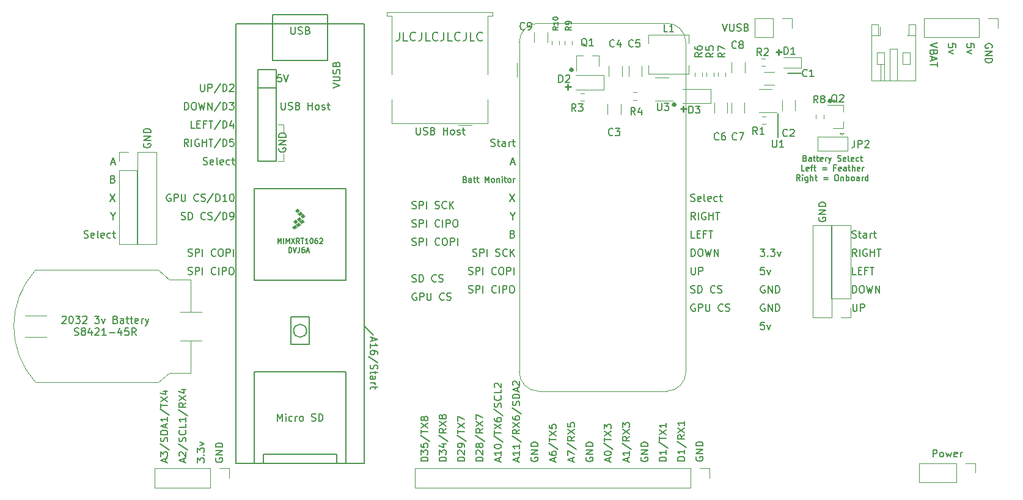
<source format=gbr>
%TF.GenerationSoftware,KiCad,Pcbnew,5.1.9*%
%TF.CreationDate,2021-01-24T16:08:06-08:00*%
%TF.ProjectId,TeensyDisplayShield,5465656e-7379-4446-9973-706c61795368,rev?*%
%TF.SameCoordinates,Original*%
%TF.FileFunction,Legend,Top*%
%TF.FilePolarity,Positive*%
%FSLAX46Y46*%
G04 Gerber Fmt 4.6, Leading zero omitted, Abs format (unit mm)*
G04 Created by KiCad (PCBNEW 5.1.9) date 2021-01-24 16:08:06*
%MOMM*%
%LPD*%
G01*
G04 APERTURE LIST*
%ADD10C,0.250000*%
%ADD11C,0.150000*%
%ADD12C,0.500000*%
%ADD13C,0.120000*%
%ADD14C,0.100000*%
G04 APERTURE END LIST*
D10*
X166243047Y-81351428D02*
X167004952Y-81351428D01*
X166624000Y-81732380D02*
X166624000Y-80970476D01*
X153035047Y-89225428D02*
X153796952Y-89225428D01*
X153416000Y-89606380D02*
X153416000Y-88844476D01*
X137033047Y-86177428D02*
X137794952Y-86177428D01*
X137414000Y-86558380D02*
X137414000Y-85796476D01*
D11*
X166530000Y-89900000D02*
X166530000Y-93200000D01*
X167930000Y-84300000D02*
X169730000Y-84300000D01*
D12*
X173836000Y-88138000D02*
G75*
G03*
X173836000Y-88138000I-100000J0D01*
G01*
D11*
X158852738Y-77452380D02*
X159186071Y-78452380D01*
X159519404Y-77452380D01*
X159852738Y-77452380D02*
X159852738Y-78261904D01*
X159900357Y-78357142D01*
X159947976Y-78404761D01*
X160043214Y-78452380D01*
X160233690Y-78452380D01*
X160328928Y-78404761D01*
X160376547Y-78357142D01*
X160424166Y-78261904D01*
X160424166Y-77452380D01*
X160852738Y-78404761D02*
X160995595Y-78452380D01*
X161233690Y-78452380D01*
X161328928Y-78404761D01*
X161376547Y-78357142D01*
X161424166Y-78261904D01*
X161424166Y-78166666D01*
X161376547Y-78071428D01*
X161328928Y-78023809D01*
X161233690Y-77976190D01*
X161043214Y-77928571D01*
X160947976Y-77880952D01*
X160900357Y-77833333D01*
X160852738Y-77738095D01*
X160852738Y-77642857D01*
X160900357Y-77547619D01*
X160947976Y-77500000D01*
X161043214Y-77452380D01*
X161281309Y-77452380D01*
X161424166Y-77500000D01*
X162186071Y-77928571D02*
X162328928Y-77976190D01*
X162376547Y-78023809D01*
X162424166Y-78119047D01*
X162424166Y-78261904D01*
X162376547Y-78357142D01*
X162328928Y-78404761D01*
X162233690Y-78452380D01*
X161852738Y-78452380D01*
X161852738Y-77452380D01*
X162186071Y-77452380D01*
X162281309Y-77500000D01*
X162328928Y-77547619D01*
X162376547Y-77642857D01*
X162376547Y-77738095D01*
X162328928Y-77833333D01*
X162281309Y-77880952D01*
X162186071Y-77928571D01*
X161852738Y-77928571D01*
X193707619Y-80716785D02*
X193707619Y-80240595D01*
X193231428Y-80192976D01*
X193279047Y-80240595D01*
X193326666Y-80335833D01*
X193326666Y-80573928D01*
X193279047Y-80669166D01*
X193231428Y-80716785D01*
X193136190Y-80764404D01*
X192898095Y-80764404D01*
X192802857Y-80716785D01*
X192755238Y-80669166D01*
X192707619Y-80573928D01*
X192707619Y-80335833D01*
X192755238Y-80240595D01*
X192802857Y-80192976D01*
X193374285Y-81097738D02*
X192707619Y-81335833D01*
X193374285Y-81573928D01*
X78680000Y-94060595D02*
X78632380Y-94155833D01*
X78632380Y-94298690D01*
X78680000Y-94441547D01*
X78775238Y-94536785D01*
X78870476Y-94584404D01*
X79060952Y-94632023D01*
X79203809Y-94632023D01*
X79394285Y-94584404D01*
X79489523Y-94536785D01*
X79584761Y-94441547D01*
X79632380Y-94298690D01*
X79632380Y-94203452D01*
X79584761Y-94060595D01*
X79537142Y-94012976D01*
X79203809Y-94012976D01*
X79203809Y-94203452D01*
X79632380Y-93584404D02*
X78632380Y-93584404D01*
X79632380Y-93012976D01*
X78632380Y-93012976D01*
X79632380Y-92536785D02*
X78632380Y-92536785D01*
X78632380Y-92298690D01*
X78680000Y-92155833D01*
X78775238Y-92060595D01*
X78870476Y-92012976D01*
X79060952Y-91965357D01*
X79203809Y-91965357D01*
X79394285Y-92012976D01*
X79489523Y-92060595D01*
X79584761Y-92155833D01*
X79632380Y-92298690D01*
X79632380Y-92536785D01*
X77820000Y-97790000D02*
X77820000Y-108010000D01*
X174000000Y-105360000D02*
X174000000Y-115580000D01*
X172220000Y-104296595D02*
X172172380Y-104391833D01*
X172172380Y-104534690D01*
X172220000Y-104677547D01*
X172315238Y-104772785D01*
X172410476Y-104820404D01*
X172600952Y-104868023D01*
X172743809Y-104868023D01*
X172934285Y-104820404D01*
X173029523Y-104772785D01*
X173124761Y-104677547D01*
X173172380Y-104534690D01*
X173172380Y-104439452D01*
X173124761Y-104296595D01*
X173077142Y-104248976D01*
X172743809Y-104248976D01*
X172743809Y-104439452D01*
X173172380Y-103820404D02*
X172172380Y-103820404D01*
X173172380Y-103248976D01*
X172172380Y-103248976D01*
X173172380Y-102772785D02*
X172172380Y-102772785D01*
X172172380Y-102534690D01*
X172220000Y-102391833D01*
X172315238Y-102296595D01*
X172410476Y-102248976D01*
X172600952Y-102201357D01*
X172743809Y-102201357D01*
X172934285Y-102248976D01*
X173029523Y-102296595D01*
X173124761Y-102391833D01*
X173172380Y-102534690D01*
X173172380Y-102772785D01*
X70403928Y-107084761D02*
X70546785Y-107132380D01*
X70784880Y-107132380D01*
X70880119Y-107084761D01*
X70927738Y-107037142D01*
X70975357Y-106941904D01*
X70975357Y-106846666D01*
X70927738Y-106751428D01*
X70880119Y-106703809D01*
X70784880Y-106656190D01*
X70594404Y-106608571D01*
X70499166Y-106560952D01*
X70451547Y-106513333D01*
X70403928Y-106418095D01*
X70403928Y-106322857D01*
X70451547Y-106227619D01*
X70499166Y-106180000D01*
X70594404Y-106132380D01*
X70832500Y-106132380D01*
X70975357Y-106180000D01*
X71784880Y-107084761D02*
X71689642Y-107132380D01*
X71499166Y-107132380D01*
X71403928Y-107084761D01*
X71356309Y-106989523D01*
X71356309Y-106608571D01*
X71403928Y-106513333D01*
X71499166Y-106465714D01*
X71689642Y-106465714D01*
X71784880Y-106513333D01*
X71832500Y-106608571D01*
X71832500Y-106703809D01*
X71356309Y-106799047D01*
X72403928Y-107132380D02*
X72308690Y-107084761D01*
X72261071Y-106989523D01*
X72261071Y-106132380D01*
X73165833Y-107084761D02*
X73070595Y-107132380D01*
X72880119Y-107132380D01*
X72784880Y-107084761D01*
X72737261Y-106989523D01*
X72737261Y-106608571D01*
X72784880Y-106513333D01*
X72880119Y-106465714D01*
X73070595Y-106465714D01*
X73165833Y-106513333D01*
X73213452Y-106608571D01*
X73213452Y-106703809D01*
X72737261Y-106799047D01*
X74070595Y-107084761D02*
X73975357Y-107132380D01*
X73784880Y-107132380D01*
X73689642Y-107084761D01*
X73642023Y-107037142D01*
X73594404Y-106941904D01*
X73594404Y-106656190D01*
X73642023Y-106560952D01*
X73689642Y-106513333D01*
X73784880Y-106465714D01*
X73975357Y-106465714D01*
X74070595Y-106513333D01*
X74356309Y-106465714D02*
X74737261Y-106465714D01*
X74499166Y-106132380D02*
X74499166Y-106989523D01*
X74546785Y-107084761D01*
X74642023Y-107132380D01*
X74737261Y-107132380D01*
X74403928Y-104116190D02*
X74403928Y-104592380D01*
X74070595Y-103592380D02*
X74403928Y-104116190D01*
X74737261Y-103592380D01*
X74022976Y-101052380D02*
X74689642Y-102052380D01*
X74689642Y-101052380D02*
X74022976Y-102052380D01*
X74403928Y-98988571D02*
X74546785Y-99036190D01*
X74594404Y-99083809D01*
X74642023Y-99179047D01*
X74642023Y-99321904D01*
X74594404Y-99417142D01*
X74546785Y-99464761D01*
X74451547Y-99512380D01*
X74070595Y-99512380D01*
X74070595Y-98512380D01*
X74403928Y-98512380D01*
X74499166Y-98560000D01*
X74546785Y-98607619D01*
X74594404Y-98702857D01*
X74594404Y-98798095D01*
X74546785Y-98893333D01*
X74499166Y-98940952D01*
X74403928Y-98988571D01*
X74070595Y-98988571D01*
X74165833Y-96686666D02*
X74642023Y-96686666D01*
X74070595Y-96972380D02*
X74403928Y-95972380D01*
X74737261Y-96972380D01*
X109220000Y-119380000D02*
X110490000Y-120650000D01*
X176925595Y-116292380D02*
X176925595Y-117101904D01*
X176973214Y-117197142D01*
X177020833Y-117244761D01*
X177116071Y-117292380D01*
X177306547Y-117292380D01*
X177401785Y-117244761D01*
X177449404Y-117197142D01*
X177497023Y-117101904D01*
X177497023Y-116292380D01*
X177973214Y-117292380D02*
X177973214Y-116292380D01*
X178354166Y-116292380D01*
X178449404Y-116340000D01*
X178497023Y-116387619D01*
X178544642Y-116482857D01*
X178544642Y-116625714D01*
X178497023Y-116720952D01*
X178449404Y-116768571D01*
X178354166Y-116816190D01*
X177973214Y-116816190D01*
X164070357Y-108672380D02*
X164689404Y-108672380D01*
X164356071Y-109053333D01*
X164498928Y-109053333D01*
X164594166Y-109100952D01*
X164641785Y-109148571D01*
X164689404Y-109243809D01*
X164689404Y-109481904D01*
X164641785Y-109577142D01*
X164594166Y-109624761D01*
X164498928Y-109672380D01*
X164213214Y-109672380D01*
X164117976Y-109624761D01*
X164070357Y-109577142D01*
X165117976Y-109577142D02*
X165165595Y-109624761D01*
X165117976Y-109672380D01*
X165070357Y-109624761D01*
X165117976Y-109577142D01*
X165117976Y-109672380D01*
X165498928Y-108672380D02*
X166117976Y-108672380D01*
X165784642Y-109053333D01*
X165927500Y-109053333D01*
X166022738Y-109100952D01*
X166070357Y-109148571D01*
X166117976Y-109243809D01*
X166117976Y-109481904D01*
X166070357Y-109577142D01*
X166022738Y-109624761D01*
X165927500Y-109672380D01*
X165641785Y-109672380D01*
X165546547Y-109624761D01*
X165498928Y-109577142D01*
X166451309Y-109005714D02*
X166689404Y-109672380D01*
X166927500Y-109005714D01*
X176865595Y-114752380D02*
X176865595Y-113752380D01*
X177103690Y-113752380D01*
X177246547Y-113800000D01*
X177341785Y-113895238D01*
X177389404Y-113990476D01*
X177437023Y-114180952D01*
X177437023Y-114323809D01*
X177389404Y-114514285D01*
X177341785Y-114609523D01*
X177246547Y-114704761D01*
X177103690Y-114752380D01*
X176865595Y-114752380D01*
X178056071Y-113752380D02*
X178246547Y-113752380D01*
X178341785Y-113800000D01*
X178437023Y-113895238D01*
X178484642Y-114085714D01*
X178484642Y-114419047D01*
X178437023Y-114609523D01*
X178341785Y-114704761D01*
X178246547Y-114752380D01*
X178056071Y-114752380D01*
X177960833Y-114704761D01*
X177865595Y-114609523D01*
X177817976Y-114419047D01*
X177817976Y-114085714D01*
X177865595Y-113895238D01*
X177960833Y-113800000D01*
X178056071Y-113752380D01*
X178817976Y-113752380D02*
X179056071Y-114752380D01*
X179246547Y-114038095D01*
X179437023Y-114752380D01*
X179675119Y-113752380D01*
X180056071Y-114752380D02*
X180056071Y-113752380D01*
X180627500Y-114752380D01*
X180627500Y-113752380D01*
X176817976Y-107084761D02*
X176960833Y-107132380D01*
X177198928Y-107132380D01*
X177294166Y-107084761D01*
X177341785Y-107037142D01*
X177389404Y-106941904D01*
X177389404Y-106846666D01*
X177341785Y-106751428D01*
X177294166Y-106703809D01*
X177198928Y-106656190D01*
X177008452Y-106608571D01*
X176913214Y-106560952D01*
X176865595Y-106513333D01*
X176817976Y-106418095D01*
X176817976Y-106322857D01*
X176865595Y-106227619D01*
X176913214Y-106180000D01*
X177008452Y-106132380D01*
X177246547Y-106132380D01*
X177389404Y-106180000D01*
X177675119Y-106465714D02*
X178056071Y-106465714D01*
X177817976Y-106132380D02*
X177817976Y-106989523D01*
X177865595Y-107084761D01*
X177960833Y-107132380D01*
X178056071Y-107132380D01*
X178817976Y-107132380D02*
X178817976Y-106608571D01*
X178770357Y-106513333D01*
X178675119Y-106465714D01*
X178484642Y-106465714D01*
X178389404Y-106513333D01*
X178817976Y-107084761D02*
X178722738Y-107132380D01*
X178484642Y-107132380D01*
X178389404Y-107084761D01*
X178341785Y-106989523D01*
X178341785Y-106894285D01*
X178389404Y-106799047D01*
X178484642Y-106751428D01*
X178722738Y-106751428D01*
X178817976Y-106703809D01*
X179294166Y-107132380D02*
X179294166Y-106465714D01*
X179294166Y-106656190D02*
X179341785Y-106560952D01*
X179389404Y-106513333D01*
X179484642Y-106465714D01*
X179579880Y-106465714D01*
X179770357Y-106465714D02*
X180151309Y-106465714D01*
X179913214Y-106132380D02*
X179913214Y-106989523D01*
X179960833Y-107084761D01*
X180056071Y-107132380D01*
X180151309Y-107132380D01*
X177437023Y-109672380D02*
X177103690Y-109196190D01*
X176865595Y-109672380D02*
X176865595Y-108672380D01*
X177246547Y-108672380D01*
X177341785Y-108720000D01*
X177389404Y-108767619D01*
X177437023Y-108862857D01*
X177437023Y-109005714D01*
X177389404Y-109100952D01*
X177341785Y-109148571D01*
X177246547Y-109196190D01*
X176865595Y-109196190D01*
X177865595Y-109672380D02*
X177865595Y-108672380D01*
X178865595Y-108720000D02*
X178770357Y-108672380D01*
X178627500Y-108672380D01*
X178484642Y-108720000D01*
X178389404Y-108815238D01*
X178341785Y-108910476D01*
X178294166Y-109100952D01*
X178294166Y-109243809D01*
X178341785Y-109434285D01*
X178389404Y-109529523D01*
X178484642Y-109624761D01*
X178627500Y-109672380D01*
X178722738Y-109672380D01*
X178865595Y-109624761D01*
X178913214Y-109577142D01*
X178913214Y-109243809D01*
X178722738Y-109243809D01*
X179341785Y-109672380D02*
X179341785Y-108672380D01*
X179341785Y-109148571D02*
X179913214Y-109148571D01*
X179913214Y-109672380D02*
X179913214Y-108672380D01*
X180246547Y-108672380D02*
X180817976Y-108672380D01*
X180532261Y-109672380D02*
X180532261Y-108672380D01*
X177341785Y-112212380D02*
X176865595Y-112212380D01*
X176865595Y-111212380D01*
X177675119Y-111688571D02*
X178008452Y-111688571D01*
X178151309Y-112212380D02*
X177675119Y-112212380D01*
X177675119Y-111212380D01*
X178151309Y-111212380D01*
X178913214Y-111688571D02*
X178579880Y-111688571D01*
X178579880Y-112212380D02*
X178579880Y-111212380D01*
X179056071Y-111212380D01*
X179294166Y-111212380D02*
X179865595Y-111212380D01*
X179579880Y-112212380D02*
X179579880Y-111212380D01*
X188607619Y-80097738D02*
X187607619Y-80431071D01*
X188607619Y-80764404D01*
X188131428Y-81431071D02*
X188083809Y-81573928D01*
X188036190Y-81621547D01*
X187940952Y-81669166D01*
X187798095Y-81669166D01*
X187702857Y-81621547D01*
X187655238Y-81573928D01*
X187607619Y-81478690D01*
X187607619Y-81097738D01*
X188607619Y-81097738D01*
X188607619Y-81431071D01*
X188560000Y-81526309D01*
X188512380Y-81573928D01*
X188417142Y-81621547D01*
X188321904Y-81621547D01*
X188226666Y-81573928D01*
X188179047Y-81526309D01*
X188131428Y-81431071D01*
X188131428Y-81097738D01*
X187893333Y-82050119D02*
X187893333Y-82526309D01*
X187607619Y-81954880D02*
X188607619Y-82288214D01*
X187607619Y-82621547D01*
X188607619Y-82812023D02*
X188607619Y-83383452D01*
X187607619Y-83097738D02*
X188607619Y-83097738D01*
X191147619Y-80716785D02*
X191147619Y-80240595D01*
X190671428Y-80192976D01*
X190719047Y-80240595D01*
X190766666Y-80335833D01*
X190766666Y-80573928D01*
X190719047Y-80669166D01*
X190671428Y-80716785D01*
X190576190Y-80764404D01*
X190338095Y-80764404D01*
X190242857Y-80716785D01*
X190195238Y-80669166D01*
X190147619Y-80573928D01*
X190147619Y-80335833D01*
X190195238Y-80240595D01*
X190242857Y-80192976D01*
X190814285Y-81097738D02*
X190147619Y-81335833D01*
X190814285Y-81573928D01*
X196200000Y-80764404D02*
X196247619Y-80669166D01*
X196247619Y-80526309D01*
X196200000Y-80383452D01*
X196104761Y-80288214D01*
X196009523Y-80240595D01*
X195819047Y-80192976D01*
X195676190Y-80192976D01*
X195485714Y-80240595D01*
X195390476Y-80288214D01*
X195295238Y-80383452D01*
X195247619Y-80526309D01*
X195247619Y-80621547D01*
X195295238Y-80764404D01*
X195342857Y-80812023D01*
X195676190Y-80812023D01*
X195676190Y-80621547D01*
X195247619Y-81240595D02*
X196247619Y-81240595D01*
X195247619Y-81812023D01*
X196247619Y-81812023D01*
X195247619Y-82288214D02*
X196247619Y-82288214D01*
X196247619Y-82526309D01*
X196200000Y-82669166D01*
X196104761Y-82764404D01*
X196009523Y-82812023D01*
X195819047Y-82859642D01*
X195676190Y-82859642D01*
X195485714Y-82812023D01*
X195390476Y-82764404D01*
X195295238Y-82669166D01*
X195247619Y-82526309D01*
X195247619Y-82288214D01*
X129396976Y-101052380D02*
X130063642Y-102052380D01*
X130063642Y-101052380D02*
X129396976Y-102052380D01*
X129539833Y-96686666D02*
X130016023Y-96686666D01*
X129444595Y-96972380D02*
X129777928Y-95972380D01*
X130111261Y-96972380D01*
X129777928Y-104116190D02*
X129777928Y-104592380D01*
X129444595Y-103592380D02*
X129777928Y-104116190D01*
X130111261Y-103592380D01*
X129777928Y-106608571D02*
X129920785Y-106656190D01*
X129968404Y-106703809D01*
X130016023Y-106799047D01*
X130016023Y-106941904D01*
X129968404Y-107037142D01*
X129920785Y-107084761D01*
X129825547Y-107132380D01*
X129444595Y-107132380D01*
X129444595Y-106132380D01*
X129777928Y-106132380D01*
X129873166Y-106180000D01*
X129920785Y-106227619D01*
X129968404Y-106322857D01*
X129968404Y-106418095D01*
X129920785Y-106513333D01*
X129873166Y-106560952D01*
X129777928Y-106608571D01*
X129444595Y-106608571D01*
X123196976Y-99002857D02*
X123311261Y-99040952D01*
X123349357Y-99079047D01*
X123387452Y-99155238D01*
X123387452Y-99269523D01*
X123349357Y-99345714D01*
X123311261Y-99383809D01*
X123235071Y-99421904D01*
X122930309Y-99421904D01*
X122930309Y-98621904D01*
X123196976Y-98621904D01*
X123273166Y-98660000D01*
X123311261Y-98698095D01*
X123349357Y-98774285D01*
X123349357Y-98850476D01*
X123311261Y-98926666D01*
X123273166Y-98964761D01*
X123196976Y-99002857D01*
X122930309Y-99002857D01*
X124073166Y-99421904D02*
X124073166Y-99002857D01*
X124035071Y-98926666D01*
X123958880Y-98888571D01*
X123806500Y-98888571D01*
X123730309Y-98926666D01*
X124073166Y-99383809D02*
X123996976Y-99421904D01*
X123806500Y-99421904D01*
X123730309Y-99383809D01*
X123692214Y-99307619D01*
X123692214Y-99231428D01*
X123730309Y-99155238D01*
X123806500Y-99117142D01*
X123996976Y-99117142D01*
X124073166Y-99079047D01*
X124339833Y-98888571D02*
X124644595Y-98888571D01*
X124454119Y-98621904D02*
X124454119Y-99307619D01*
X124492214Y-99383809D01*
X124568404Y-99421904D01*
X124644595Y-99421904D01*
X124796976Y-98888571D02*
X125101738Y-98888571D01*
X124911261Y-98621904D02*
X124911261Y-99307619D01*
X124949357Y-99383809D01*
X125025547Y-99421904D01*
X125101738Y-99421904D01*
X125977928Y-99421904D02*
X125977928Y-98621904D01*
X126244595Y-99193333D01*
X126511261Y-98621904D01*
X126511261Y-99421904D01*
X127006500Y-99421904D02*
X126930309Y-99383809D01*
X126892214Y-99345714D01*
X126854119Y-99269523D01*
X126854119Y-99040952D01*
X126892214Y-98964761D01*
X126930309Y-98926666D01*
X127006500Y-98888571D01*
X127120785Y-98888571D01*
X127196976Y-98926666D01*
X127235071Y-98964761D01*
X127273166Y-99040952D01*
X127273166Y-99269523D01*
X127235071Y-99345714D01*
X127196976Y-99383809D01*
X127120785Y-99421904D01*
X127006500Y-99421904D01*
X127616023Y-98888571D02*
X127616023Y-99421904D01*
X127616023Y-98964761D02*
X127654119Y-98926666D01*
X127730309Y-98888571D01*
X127844595Y-98888571D01*
X127920785Y-98926666D01*
X127958880Y-99002857D01*
X127958880Y-99421904D01*
X128339833Y-99421904D02*
X128339833Y-98888571D01*
X128339833Y-98621904D02*
X128301738Y-98660000D01*
X128339833Y-98698095D01*
X128377928Y-98660000D01*
X128339833Y-98621904D01*
X128339833Y-98698095D01*
X128606500Y-98888571D02*
X128911261Y-98888571D01*
X128720785Y-98621904D02*
X128720785Y-99307619D01*
X128758880Y-99383809D01*
X128835071Y-99421904D01*
X128911261Y-99421904D01*
X129292214Y-99421904D02*
X129216023Y-99383809D01*
X129177928Y-99345714D01*
X129139833Y-99269523D01*
X129139833Y-99040952D01*
X129177928Y-98964761D01*
X129216023Y-98926666D01*
X129292214Y-98888571D01*
X129406500Y-98888571D01*
X129482690Y-98926666D01*
X129520785Y-98964761D01*
X129558880Y-99040952D01*
X129558880Y-99269523D01*
X129520785Y-99345714D01*
X129482690Y-99383809D01*
X129406500Y-99421904D01*
X129292214Y-99421904D01*
X129901738Y-99421904D02*
X129901738Y-98888571D01*
X129901738Y-99040952D02*
X129939833Y-98964761D01*
X129977928Y-98926666D01*
X130054119Y-98888571D01*
X130130309Y-98888571D01*
X155039404Y-116340000D02*
X154944166Y-116292380D01*
X154801309Y-116292380D01*
X154658452Y-116340000D01*
X154563214Y-116435238D01*
X154515595Y-116530476D01*
X154467976Y-116720952D01*
X154467976Y-116863809D01*
X154515595Y-117054285D01*
X154563214Y-117149523D01*
X154658452Y-117244761D01*
X154801309Y-117292380D01*
X154896547Y-117292380D01*
X155039404Y-117244761D01*
X155087023Y-117197142D01*
X155087023Y-116863809D01*
X154896547Y-116863809D01*
X155515595Y-117292380D02*
X155515595Y-116292380D01*
X155896547Y-116292380D01*
X155991785Y-116340000D01*
X156039404Y-116387619D01*
X156087023Y-116482857D01*
X156087023Y-116625714D01*
X156039404Y-116720952D01*
X155991785Y-116768571D01*
X155896547Y-116816190D01*
X155515595Y-116816190D01*
X156515595Y-116292380D02*
X156515595Y-117101904D01*
X156563214Y-117197142D01*
X156610833Y-117244761D01*
X156706071Y-117292380D01*
X156896547Y-117292380D01*
X156991785Y-117244761D01*
X157039404Y-117197142D01*
X157087023Y-117101904D01*
X157087023Y-116292380D01*
X158896547Y-117197142D02*
X158848928Y-117244761D01*
X158706071Y-117292380D01*
X158610833Y-117292380D01*
X158467976Y-117244761D01*
X158372738Y-117149523D01*
X158325119Y-117054285D01*
X158277500Y-116863809D01*
X158277500Y-116720952D01*
X158325119Y-116530476D01*
X158372738Y-116435238D01*
X158467976Y-116340000D01*
X158610833Y-116292380D01*
X158706071Y-116292380D01*
X158848928Y-116340000D01*
X158896547Y-116387619D01*
X159277500Y-117244761D02*
X159420357Y-117292380D01*
X159658452Y-117292380D01*
X159753690Y-117244761D01*
X159801309Y-117197142D01*
X159848928Y-117101904D01*
X159848928Y-117006666D01*
X159801309Y-116911428D01*
X159753690Y-116863809D01*
X159658452Y-116816190D01*
X159467976Y-116768571D01*
X159372738Y-116720952D01*
X159325119Y-116673333D01*
X159277500Y-116578095D01*
X159277500Y-116482857D01*
X159325119Y-116387619D01*
X159372738Y-116340000D01*
X159467976Y-116292380D01*
X159706071Y-116292380D01*
X159848928Y-116340000D01*
X154467976Y-114704761D02*
X154610833Y-114752380D01*
X154848928Y-114752380D01*
X154944166Y-114704761D01*
X154991785Y-114657142D01*
X155039404Y-114561904D01*
X155039404Y-114466666D01*
X154991785Y-114371428D01*
X154944166Y-114323809D01*
X154848928Y-114276190D01*
X154658452Y-114228571D01*
X154563214Y-114180952D01*
X154515595Y-114133333D01*
X154467976Y-114038095D01*
X154467976Y-113942857D01*
X154515595Y-113847619D01*
X154563214Y-113800000D01*
X154658452Y-113752380D01*
X154896547Y-113752380D01*
X155039404Y-113800000D01*
X155467976Y-114752380D02*
X155467976Y-113752380D01*
X155706071Y-113752380D01*
X155848928Y-113800000D01*
X155944166Y-113895238D01*
X155991785Y-113990476D01*
X156039404Y-114180952D01*
X156039404Y-114323809D01*
X155991785Y-114514285D01*
X155944166Y-114609523D01*
X155848928Y-114704761D01*
X155706071Y-114752380D01*
X155467976Y-114752380D01*
X157801309Y-114657142D02*
X157753690Y-114704761D01*
X157610833Y-114752380D01*
X157515595Y-114752380D01*
X157372738Y-114704761D01*
X157277500Y-114609523D01*
X157229880Y-114514285D01*
X157182261Y-114323809D01*
X157182261Y-114180952D01*
X157229880Y-113990476D01*
X157277500Y-113895238D01*
X157372738Y-113800000D01*
X157515595Y-113752380D01*
X157610833Y-113752380D01*
X157753690Y-113800000D01*
X157801309Y-113847619D01*
X158182261Y-114704761D02*
X158325119Y-114752380D01*
X158563214Y-114752380D01*
X158658452Y-114704761D01*
X158706071Y-114657142D01*
X158753690Y-114561904D01*
X158753690Y-114466666D01*
X158706071Y-114371428D01*
X158658452Y-114323809D01*
X158563214Y-114276190D01*
X158372738Y-114228571D01*
X158277500Y-114180952D01*
X158229880Y-114133333D01*
X158182261Y-114038095D01*
X158182261Y-113942857D01*
X158229880Y-113847619D01*
X158277500Y-113800000D01*
X158372738Y-113752380D01*
X158610833Y-113752380D01*
X158753690Y-113800000D01*
X84820690Y-109624761D02*
X84963547Y-109672380D01*
X85201642Y-109672380D01*
X85296880Y-109624761D01*
X85344500Y-109577142D01*
X85392119Y-109481904D01*
X85392119Y-109386666D01*
X85344500Y-109291428D01*
X85296880Y-109243809D01*
X85201642Y-109196190D01*
X85011166Y-109148571D01*
X84915928Y-109100952D01*
X84868309Y-109053333D01*
X84820690Y-108958095D01*
X84820690Y-108862857D01*
X84868309Y-108767619D01*
X84915928Y-108720000D01*
X85011166Y-108672380D01*
X85249261Y-108672380D01*
X85392119Y-108720000D01*
X85820690Y-109672380D02*
X85820690Y-108672380D01*
X86201642Y-108672380D01*
X86296880Y-108720000D01*
X86344500Y-108767619D01*
X86392119Y-108862857D01*
X86392119Y-109005714D01*
X86344500Y-109100952D01*
X86296880Y-109148571D01*
X86201642Y-109196190D01*
X85820690Y-109196190D01*
X86820690Y-109672380D02*
X86820690Y-108672380D01*
X88630214Y-109577142D02*
X88582595Y-109624761D01*
X88439738Y-109672380D01*
X88344500Y-109672380D01*
X88201642Y-109624761D01*
X88106404Y-109529523D01*
X88058785Y-109434285D01*
X88011166Y-109243809D01*
X88011166Y-109100952D01*
X88058785Y-108910476D01*
X88106404Y-108815238D01*
X88201642Y-108720000D01*
X88344500Y-108672380D01*
X88439738Y-108672380D01*
X88582595Y-108720000D01*
X88630214Y-108767619D01*
X89249261Y-108672380D02*
X89439738Y-108672380D01*
X89534976Y-108720000D01*
X89630214Y-108815238D01*
X89677833Y-109005714D01*
X89677833Y-109339047D01*
X89630214Y-109529523D01*
X89534976Y-109624761D01*
X89439738Y-109672380D01*
X89249261Y-109672380D01*
X89154023Y-109624761D01*
X89058785Y-109529523D01*
X89011166Y-109339047D01*
X89011166Y-109005714D01*
X89058785Y-108815238D01*
X89154023Y-108720000D01*
X89249261Y-108672380D01*
X90106404Y-109672380D02*
X90106404Y-108672380D01*
X90487357Y-108672380D01*
X90582595Y-108720000D01*
X90630214Y-108767619D01*
X90677833Y-108862857D01*
X90677833Y-109005714D01*
X90630214Y-109100952D01*
X90582595Y-109148571D01*
X90487357Y-109196190D01*
X90106404Y-109196190D01*
X91106404Y-109672380D02*
X91106404Y-108672380D01*
X84820690Y-112164761D02*
X84963547Y-112212380D01*
X85201642Y-112212380D01*
X85296880Y-112164761D01*
X85344500Y-112117142D01*
X85392119Y-112021904D01*
X85392119Y-111926666D01*
X85344500Y-111831428D01*
X85296880Y-111783809D01*
X85201642Y-111736190D01*
X85011166Y-111688571D01*
X84915928Y-111640952D01*
X84868309Y-111593333D01*
X84820690Y-111498095D01*
X84820690Y-111402857D01*
X84868309Y-111307619D01*
X84915928Y-111260000D01*
X85011166Y-111212380D01*
X85249261Y-111212380D01*
X85392119Y-111260000D01*
X85820690Y-112212380D02*
X85820690Y-111212380D01*
X86201642Y-111212380D01*
X86296880Y-111260000D01*
X86344500Y-111307619D01*
X86392119Y-111402857D01*
X86392119Y-111545714D01*
X86344500Y-111640952D01*
X86296880Y-111688571D01*
X86201642Y-111736190D01*
X85820690Y-111736190D01*
X86820690Y-112212380D02*
X86820690Y-111212380D01*
X88630214Y-112117142D02*
X88582595Y-112164761D01*
X88439738Y-112212380D01*
X88344500Y-112212380D01*
X88201642Y-112164761D01*
X88106404Y-112069523D01*
X88058785Y-111974285D01*
X88011166Y-111783809D01*
X88011166Y-111640952D01*
X88058785Y-111450476D01*
X88106404Y-111355238D01*
X88201642Y-111260000D01*
X88344500Y-111212380D01*
X88439738Y-111212380D01*
X88582595Y-111260000D01*
X88630214Y-111307619D01*
X89058785Y-112212380D02*
X89058785Y-111212380D01*
X89534976Y-112212380D02*
X89534976Y-111212380D01*
X89915928Y-111212380D01*
X90011166Y-111260000D01*
X90058785Y-111307619D01*
X90106404Y-111402857D01*
X90106404Y-111545714D01*
X90058785Y-111640952D01*
X90011166Y-111688571D01*
X89915928Y-111736190D01*
X89534976Y-111736190D01*
X90725452Y-111212380D02*
X90915928Y-111212380D01*
X91011166Y-111260000D01*
X91106404Y-111355238D01*
X91154023Y-111545714D01*
X91154023Y-111879047D01*
X91106404Y-112069523D01*
X91011166Y-112164761D01*
X90915928Y-112212380D01*
X90725452Y-112212380D01*
X90630214Y-112164761D01*
X90534976Y-112069523D01*
X90487357Y-111879047D01*
X90487357Y-111545714D01*
X90534976Y-111355238D01*
X90630214Y-111260000D01*
X90725452Y-111212380D01*
X82392119Y-101100000D02*
X82296880Y-101052380D01*
X82154023Y-101052380D01*
X82011166Y-101100000D01*
X81915928Y-101195238D01*
X81868309Y-101290476D01*
X81820690Y-101480952D01*
X81820690Y-101623809D01*
X81868309Y-101814285D01*
X81915928Y-101909523D01*
X82011166Y-102004761D01*
X82154023Y-102052380D01*
X82249261Y-102052380D01*
X82392119Y-102004761D01*
X82439738Y-101957142D01*
X82439738Y-101623809D01*
X82249261Y-101623809D01*
X82868309Y-102052380D02*
X82868309Y-101052380D01*
X83249261Y-101052380D01*
X83344500Y-101100000D01*
X83392119Y-101147619D01*
X83439738Y-101242857D01*
X83439738Y-101385714D01*
X83392119Y-101480952D01*
X83344500Y-101528571D01*
X83249261Y-101576190D01*
X82868309Y-101576190D01*
X83868309Y-101052380D02*
X83868309Y-101861904D01*
X83915928Y-101957142D01*
X83963547Y-102004761D01*
X84058785Y-102052380D01*
X84249261Y-102052380D01*
X84344500Y-102004761D01*
X84392119Y-101957142D01*
X84439738Y-101861904D01*
X84439738Y-101052380D01*
X86249261Y-101957142D02*
X86201642Y-102004761D01*
X86058785Y-102052380D01*
X85963547Y-102052380D01*
X85820690Y-102004761D01*
X85725452Y-101909523D01*
X85677833Y-101814285D01*
X85630214Y-101623809D01*
X85630214Y-101480952D01*
X85677833Y-101290476D01*
X85725452Y-101195238D01*
X85820690Y-101100000D01*
X85963547Y-101052380D01*
X86058785Y-101052380D01*
X86201642Y-101100000D01*
X86249261Y-101147619D01*
X86630214Y-102004761D02*
X86773071Y-102052380D01*
X87011166Y-102052380D01*
X87106404Y-102004761D01*
X87154023Y-101957142D01*
X87201642Y-101861904D01*
X87201642Y-101766666D01*
X87154023Y-101671428D01*
X87106404Y-101623809D01*
X87011166Y-101576190D01*
X86820690Y-101528571D01*
X86725452Y-101480952D01*
X86677833Y-101433333D01*
X86630214Y-101338095D01*
X86630214Y-101242857D01*
X86677833Y-101147619D01*
X86725452Y-101100000D01*
X86820690Y-101052380D01*
X87058785Y-101052380D01*
X87201642Y-101100000D01*
X88344500Y-101004761D02*
X87487357Y-102290476D01*
X88677833Y-102052380D02*
X88677833Y-101052380D01*
X88915928Y-101052380D01*
X89058785Y-101100000D01*
X89154023Y-101195238D01*
X89201642Y-101290476D01*
X89249261Y-101480952D01*
X89249261Y-101623809D01*
X89201642Y-101814285D01*
X89154023Y-101909523D01*
X89058785Y-102004761D01*
X88915928Y-102052380D01*
X88677833Y-102052380D01*
X90201642Y-102052380D02*
X89630214Y-102052380D01*
X89915928Y-102052380D02*
X89915928Y-101052380D01*
X89820690Y-101195238D01*
X89725452Y-101290476D01*
X89630214Y-101338095D01*
X90820690Y-101052380D02*
X90915928Y-101052380D01*
X91011166Y-101100000D01*
X91058785Y-101147619D01*
X91106404Y-101242857D01*
X91154023Y-101433333D01*
X91154023Y-101671428D01*
X91106404Y-101861904D01*
X91058785Y-101957142D01*
X91011166Y-102004761D01*
X90915928Y-102052380D01*
X90820690Y-102052380D01*
X90725452Y-102004761D01*
X90677833Y-101957142D01*
X90630214Y-101861904D01*
X90582595Y-101671428D01*
X90582595Y-101433333D01*
X90630214Y-101242857D01*
X90677833Y-101147619D01*
X90725452Y-101100000D01*
X90820690Y-101052380D01*
X83868309Y-104544761D02*
X84011166Y-104592380D01*
X84249261Y-104592380D01*
X84344500Y-104544761D01*
X84392119Y-104497142D01*
X84439738Y-104401904D01*
X84439738Y-104306666D01*
X84392119Y-104211428D01*
X84344500Y-104163809D01*
X84249261Y-104116190D01*
X84058785Y-104068571D01*
X83963547Y-104020952D01*
X83915928Y-103973333D01*
X83868309Y-103878095D01*
X83868309Y-103782857D01*
X83915928Y-103687619D01*
X83963547Y-103640000D01*
X84058785Y-103592380D01*
X84296880Y-103592380D01*
X84439738Y-103640000D01*
X84868309Y-104592380D02*
X84868309Y-103592380D01*
X85106404Y-103592380D01*
X85249261Y-103640000D01*
X85344500Y-103735238D01*
X85392119Y-103830476D01*
X85439738Y-104020952D01*
X85439738Y-104163809D01*
X85392119Y-104354285D01*
X85344500Y-104449523D01*
X85249261Y-104544761D01*
X85106404Y-104592380D01*
X84868309Y-104592380D01*
X87201642Y-104497142D02*
X87154023Y-104544761D01*
X87011166Y-104592380D01*
X86915928Y-104592380D01*
X86773071Y-104544761D01*
X86677833Y-104449523D01*
X86630214Y-104354285D01*
X86582595Y-104163809D01*
X86582595Y-104020952D01*
X86630214Y-103830476D01*
X86677833Y-103735238D01*
X86773071Y-103640000D01*
X86915928Y-103592380D01*
X87011166Y-103592380D01*
X87154023Y-103640000D01*
X87201642Y-103687619D01*
X87582595Y-104544761D02*
X87725452Y-104592380D01*
X87963547Y-104592380D01*
X88058785Y-104544761D01*
X88106404Y-104497142D01*
X88154023Y-104401904D01*
X88154023Y-104306666D01*
X88106404Y-104211428D01*
X88058785Y-104163809D01*
X87963547Y-104116190D01*
X87773071Y-104068571D01*
X87677833Y-104020952D01*
X87630214Y-103973333D01*
X87582595Y-103878095D01*
X87582595Y-103782857D01*
X87630214Y-103687619D01*
X87677833Y-103640000D01*
X87773071Y-103592380D01*
X88011166Y-103592380D01*
X88154023Y-103640000D01*
X89296880Y-103544761D02*
X88439738Y-104830476D01*
X89630214Y-104592380D02*
X89630214Y-103592380D01*
X89868309Y-103592380D01*
X90011166Y-103640000D01*
X90106404Y-103735238D01*
X90154023Y-103830476D01*
X90201642Y-104020952D01*
X90201642Y-104163809D01*
X90154023Y-104354285D01*
X90106404Y-104449523D01*
X90011166Y-104544761D01*
X89868309Y-104592380D01*
X89630214Y-104592380D01*
X90677833Y-104592380D02*
X90868309Y-104592380D01*
X90963547Y-104544761D01*
X91011166Y-104497142D01*
X91106404Y-104354285D01*
X91154023Y-104163809D01*
X91154023Y-103782857D01*
X91106404Y-103687619D01*
X91058785Y-103640000D01*
X90963547Y-103592380D01*
X90773071Y-103592380D01*
X90677833Y-103640000D01*
X90630214Y-103687619D01*
X90582595Y-103782857D01*
X90582595Y-104020952D01*
X90630214Y-104116190D01*
X90677833Y-104163809D01*
X90773071Y-104211428D01*
X90963547Y-104211428D01*
X91058785Y-104163809D01*
X91106404Y-104116190D01*
X91154023Y-104020952D01*
X154467976Y-102004761D02*
X154610833Y-102052380D01*
X154848928Y-102052380D01*
X154944166Y-102004761D01*
X154991785Y-101957142D01*
X155039404Y-101861904D01*
X155039404Y-101766666D01*
X154991785Y-101671428D01*
X154944166Y-101623809D01*
X154848928Y-101576190D01*
X154658452Y-101528571D01*
X154563214Y-101480952D01*
X154515595Y-101433333D01*
X154467976Y-101338095D01*
X154467976Y-101242857D01*
X154515595Y-101147619D01*
X154563214Y-101100000D01*
X154658452Y-101052380D01*
X154896547Y-101052380D01*
X155039404Y-101100000D01*
X155848928Y-102004761D02*
X155753690Y-102052380D01*
X155563214Y-102052380D01*
X155467976Y-102004761D01*
X155420357Y-101909523D01*
X155420357Y-101528571D01*
X155467976Y-101433333D01*
X155563214Y-101385714D01*
X155753690Y-101385714D01*
X155848928Y-101433333D01*
X155896547Y-101528571D01*
X155896547Y-101623809D01*
X155420357Y-101719047D01*
X156467976Y-102052380D02*
X156372738Y-102004761D01*
X156325119Y-101909523D01*
X156325119Y-101052380D01*
X157229880Y-102004761D02*
X157134642Y-102052380D01*
X156944166Y-102052380D01*
X156848928Y-102004761D01*
X156801309Y-101909523D01*
X156801309Y-101528571D01*
X156848928Y-101433333D01*
X156944166Y-101385714D01*
X157134642Y-101385714D01*
X157229880Y-101433333D01*
X157277500Y-101528571D01*
X157277500Y-101623809D01*
X156801309Y-101719047D01*
X158134642Y-102004761D02*
X158039404Y-102052380D01*
X157848928Y-102052380D01*
X157753690Y-102004761D01*
X157706071Y-101957142D01*
X157658452Y-101861904D01*
X157658452Y-101576190D01*
X157706071Y-101480952D01*
X157753690Y-101433333D01*
X157848928Y-101385714D01*
X158039404Y-101385714D01*
X158134642Y-101433333D01*
X158420357Y-101385714D02*
X158801309Y-101385714D01*
X158563214Y-101052380D02*
X158563214Y-101909523D01*
X158610833Y-102004761D01*
X158706071Y-102052380D01*
X158801309Y-102052380D01*
X86915928Y-96924761D02*
X87058785Y-96972380D01*
X87296880Y-96972380D01*
X87392119Y-96924761D01*
X87439738Y-96877142D01*
X87487357Y-96781904D01*
X87487357Y-96686666D01*
X87439738Y-96591428D01*
X87392119Y-96543809D01*
X87296880Y-96496190D01*
X87106404Y-96448571D01*
X87011166Y-96400952D01*
X86963547Y-96353333D01*
X86915928Y-96258095D01*
X86915928Y-96162857D01*
X86963547Y-96067619D01*
X87011166Y-96020000D01*
X87106404Y-95972380D01*
X87344500Y-95972380D01*
X87487357Y-96020000D01*
X88296880Y-96924761D02*
X88201642Y-96972380D01*
X88011166Y-96972380D01*
X87915928Y-96924761D01*
X87868309Y-96829523D01*
X87868309Y-96448571D01*
X87915928Y-96353333D01*
X88011166Y-96305714D01*
X88201642Y-96305714D01*
X88296880Y-96353333D01*
X88344500Y-96448571D01*
X88344500Y-96543809D01*
X87868309Y-96639047D01*
X88915928Y-96972380D02*
X88820690Y-96924761D01*
X88773071Y-96829523D01*
X88773071Y-95972380D01*
X89677833Y-96924761D02*
X89582595Y-96972380D01*
X89392119Y-96972380D01*
X89296880Y-96924761D01*
X89249261Y-96829523D01*
X89249261Y-96448571D01*
X89296880Y-96353333D01*
X89392119Y-96305714D01*
X89582595Y-96305714D01*
X89677833Y-96353333D01*
X89725452Y-96448571D01*
X89725452Y-96543809D01*
X89249261Y-96639047D01*
X90582595Y-96924761D02*
X90487357Y-96972380D01*
X90296880Y-96972380D01*
X90201642Y-96924761D01*
X90154023Y-96877142D01*
X90106404Y-96781904D01*
X90106404Y-96496190D01*
X90154023Y-96400952D01*
X90201642Y-96353333D01*
X90296880Y-96305714D01*
X90487357Y-96305714D01*
X90582595Y-96353333D01*
X90868309Y-96305714D02*
X91249261Y-96305714D01*
X91011166Y-95972380D02*
X91011166Y-96829523D01*
X91058785Y-96924761D01*
X91154023Y-96972380D01*
X91249261Y-96972380D01*
X110323333Y-120937976D02*
X110323333Y-121414166D01*
X110037619Y-120842738D02*
X111037619Y-121176071D01*
X110037619Y-121509404D01*
X110037619Y-122366547D02*
X110037619Y-121795119D01*
X110037619Y-122080833D02*
X111037619Y-122080833D01*
X110894761Y-121985595D01*
X110799523Y-121890357D01*
X110751904Y-121795119D01*
X111037619Y-123223690D02*
X111037619Y-123033214D01*
X110990000Y-122937976D01*
X110942380Y-122890357D01*
X110799523Y-122795119D01*
X110609047Y-122747500D01*
X110228095Y-122747500D01*
X110132857Y-122795119D01*
X110085238Y-122842738D01*
X110037619Y-122937976D01*
X110037619Y-123128452D01*
X110085238Y-123223690D01*
X110132857Y-123271309D01*
X110228095Y-123318928D01*
X110466190Y-123318928D01*
X110561428Y-123271309D01*
X110609047Y-123223690D01*
X110656666Y-123128452D01*
X110656666Y-122937976D01*
X110609047Y-122842738D01*
X110561428Y-122795119D01*
X110466190Y-122747500D01*
X111085238Y-124461785D02*
X109799523Y-123604642D01*
X110085238Y-124747500D02*
X110037619Y-124890357D01*
X110037619Y-125128452D01*
X110085238Y-125223690D01*
X110132857Y-125271309D01*
X110228095Y-125318928D01*
X110323333Y-125318928D01*
X110418571Y-125271309D01*
X110466190Y-125223690D01*
X110513809Y-125128452D01*
X110561428Y-124937976D01*
X110609047Y-124842738D01*
X110656666Y-124795119D01*
X110751904Y-124747500D01*
X110847142Y-124747500D01*
X110942380Y-124795119D01*
X110990000Y-124842738D01*
X111037619Y-124937976D01*
X111037619Y-125176071D01*
X110990000Y-125318928D01*
X110704285Y-125604642D02*
X110704285Y-125985595D01*
X111037619Y-125747500D02*
X110180476Y-125747500D01*
X110085238Y-125795119D01*
X110037619Y-125890357D01*
X110037619Y-125985595D01*
X110037619Y-126747500D02*
X110561428Y-126747500D01*
X110656666Y-126699880D01*
X110704285Y-126604642D01*
X110704285Y-126414166D01*
X110656666Y-126318928D01*
X110085238Y-126747500D02*
X110037619Y-126652261D01*
X110037619Y-126414166D01*
X110085238Y-126318928D01*
X110180476Y-126271309D01*
X110275714Y-126271309D01*
X110370952Y-126318928D01*
X110418571Y-126414166D01*
X110418571Y-126652261D01*
X110466190Y-126747500D01*
X110037619Y-127223690D02*
X110704285Y-127223690D01*
X110513809Y-127223690D02*
X110609047Y-127271309D01*
X110656666Y-127318928D01*
X110704285Y-127414166D01*
X110704285Y-127509404D01*
X110704285Y-127699880D02*
X110704285Y-128080833D01*
X111037619Y-127842738D02*
X110180476Y-127842738D01*
X110085238Y-127890357D01*
X110037619Y-127985595D01*
X110037619Y-128080833D01*
X126777928Y-94384761D02*
X126920785Y-94432380D01*
X127158880Y-94432380D01*
X127254119Y-94384761D01*
X127301738Y-94337142D01*
X127349357Y-94241904D01*
X127349357Y-94146666D01*
X127301738Y-94051428D01*
X127254119Y-94003809D01*
X127158880Y-93956190D01*
X126968404Y-93908571D01*
X126873166Y-93860952D01*
X126825547Y-93813333D01*
X126777928Y-93718095D01*
X126777928Y-93622857D01*
X126825547Y-93527619D01*
X126873166Y-93480000D01*
X126968404Y-93432380D01*
X127206500Y-93432380D01*
X127349357Y-93480000D01*
X127635071Y-93765714D02*
X128016023Y-93765714D01*
X127777928Y-93432380D02*
X127777928Y-94289523D01*
X127825547Y-94384761D01*
X127920785Y-94432380D01*
X128016023Y-94432380D01*
X128777928Y-94432380D02*
X128777928Y-93908571D01*
X128730309Y-93813333D01*
X128635071Y-93765714D01*
X128444595Y-93765714D01*
X128349357Y-93813333D01*
X128777928Y-94384761D02*
X128682690Y-94432380D01*
X128444595Y-94432380D01*
X128349357Y-94384761D01*
X128301738Y-94289523D01*
X128301738Y-94194285D01*
X128349357Y-94099047D01*
X128444595Y-94051428D01*
X128682690Y-94051428D01*
X128777928Y-94003809D01*
X129254119Y-94432380D02*
X129254119Y-93765714D01*
X129254119Y-93956190D02*
X129301738Y-93860952D01*
X129349357Y-93813333D01*
X129444595Y-93765714D01*
X129539833Y-93765714D01*
X129730309Y-93765714D02*
X130111261Y-93765714D01*
X129873166Y-93432380D02*
X129873166Y-94289523D01*
X129920785Y-94384761D01*
X130016023Y-94432380D01*
X130111261Y-94432380D01*
X154515595Y-109672380D02*
X154515595Y-108672380D01*
X154753690Y-108672380D01*
X154896547Y-108720000D01*
X154991785Y-108815238D01*
X155039404Y-108910476D01*
X155087023Y-109100952D01*
X155087023Y-109243809D01*
X155039404Y-109434285D01*
X154991785Y-109529523D01*
X154896547Y-109624761D01*
X154753690Y-109672380D01*
X154515595Y-109672380D01*
X155706071Y-108672380D02*
X155896547Y-108672380D01*
X155991785Y-108720000D01*
X156087023Y-108815238D01*
X156134642Y-109005714D01*
X156134642Y-109339047D01*
X156087023Y-109529523D01*
X155991785Y-109624761D01*
X155896547Y-109672380D01*
X155706071Y-109672380D01*
X155610833Y-109624761D01*
X155515595Y-109529523D01*
X155467976Y-109339047D01*
X155467976Y-109005714D01*
X155515595Y-108815238D01*
X155610833Y-108720000D01*
X155706071Y-108672380D01*
X156467976Y-108672380D02*
X156706071Y-109672380D01*
X156896547Y-108958095D01*
X157087023Y-109672380D01*
X157325119Y-108672380D01*
X157706071Y-109672380D02*
X157706071Y-108672380D01*
X158277500Y-109672380D01*
X158277500Y-108672380D01*
X154991785Y-107132380D02*
X154515595Y-107132380D01*
X154515595Y-106132380D01*
X155325119Y-106608571D02*
X155658452Y-106608571D01*
X155801309Y-107132380D02*
X155325119Y-107132380D01*
X155325119Y-106132380D01*
X155801309Y-106132380D01*
X156563214Y-106608571D02*
X156229880Y-106608571D01*
X156229880Y-107132380D02*
X156229880Y-106132380D01*
X156706071Y-106132380D01*
X156944166Y-106132380D02*
X157515595Y-106132380D01*
X157229880Y-107132380D02*
X157229880Y-106132380D01*
X84344500Y-89352380D02*
X84344500Y-88352380D01*
X84582595Y-88352380D01*
X84725452Y-88400000D01*
X84820690Y-88495238D01*
X84868309Y-88590476D01*
X84915928Y-88780952D01*
X84915928Y-88923809D01*
X84868309Y-89114285D01*
X84820690Y-89209523D01*
X84725452Y-89304761D01*
X84582595Y-89352380D01*
X84344500Y-89352380D01*
X85534976Y-88352380D02*
X85725452Y-88352380D01*
X85820690Y-88400000D01*
X85915928Y-88495238D01*
X85963547Y-88685714D01*
X85963547Y-89019047D01*
X85915928Y-89209523D01*
X85820690Y-89304761D01*
X85725452Y-89352380D01*
X85534976Y-89352380D01*
X85439738Y-89304761D01*
X85344500Y-89209523D01*
X85296880Y-89019047D01*
X85296880Y-88685714D01*
X85344500Y-88495238D01*
X85439738Y-88400000D01*
X85534976Y-88352380D01*
X86296880Y-88352380D02*
X86534976Y-89352380D01*
X86725452Y-88638095D01*
X86915928Y-89352380D01*
X87154023Y-88352380D01*
X87534976Y-89352380D02*
X87534976Y-88352380D01*
X88106404Y-89352380D01*
X88106404Y-88352380D01*
X89296880Y-88304761D02*
X88439738Y-89590476D01*
X89630214Y-89352380D02*
X89630214Y-88352380D01*
X89868309Y-88352380D01*
X90011166Y-88400000D01*
X90106404Y-88495238D01*
X90154023Y-88590476D01*
X90201642Y-88780952D01*
X90201642Y-88923809D01*
X90154023Y-89114285D01*
X90106404Y-89209523D01*
X90011166Y-89304761D01*
X89868309Y-89352380D01*
X89630214Y-89352380D01*
X90534976Y-88352380D02*
X91154023Y-88352380D01*
X90820690Y-88733333D01*
X90963547Y-88733333D01*
X91058785Y-88780952D01*
X91106404Y-88828571D01*
X91154023Y-88923809D01*
X91154023Y-89161904D01*
X91106404Y-89257142D01*
X91058785Y-89304761D01*
X90963547Y-89352380D01*
X90677833Y-89352380D01*
X90582595Y-89304761D01*
X90534976Y-89257142D01*
X85725452Y-91892380D02*
X85249261Y-91892380D01*
X85249261Y-90892380D01*
X86058785Y-91368571D02*
X86392119Y-91368571D01*
X86534976Y-91892380D02*
X86058785Y-91892380D01*
X86058785Y-90892380D01*
X86534976Y-90892380D01*
X87296880Y-91368571D02*
X86963547Y-91368571D01*
X86963547Y-91892380D02*
X86963547Y-90892380D01*
X87439738Y-90892380D01*
X87677833Y-90892380D02*
X88249261Y-90892380D01*
X87963547Y-91892380D02*
X87963547Y-90892380D01*
X89296880Y-90844761D02*
X88439738Y-92130476D01*
X89630214Y-91892380D02*
X89630214Y-90892380D01*
X89868309Y-90892380D01*
X90011166Y-90940000D01*
X90106404Y-91035238D01*
X90154023Y-91130476D01*
X90201642Y-91320952D01*
X90201642Y-91463809D01*
X90154023Y-91654285D01*
X90106404Y-91749523D01*
X90011166Y-91844761D01*
X89868309Y-91892380D01*
X89630214Y-91892380D01*
X91058785Y-91225714D02*
X91058785Y-91892380D01*
X90820690Y-90844761D02*
X90582595Y-91559047D01*
X91201642Y-91559047D01*
X86534976Y-85812380D02*
X86534976Y-86621904D01*
X86582595Y-86717142D01*
X86630214Y-86764761D01*
X86725452Y-86812380D01*
X86915928Y-86812380D01*
X87011166Y-86764761D01*
X87058785Y-86717142D01*
X87106404Y-86621904D01*
X87106404Y-85812380D01*
X87582595Y-86812380D02*
X87582595Y-85812380D01*
X87963547Y-85812380D01*
X88058785Y-85860000D01*
X88106404Y-85907619D01*
X88154023Y-86002857D01*
X88154023Y-86145714D01*
X88106404Y-86240952D01*
X88058785Y-86288571D01*
X87963547Y-86336190D01*
X87582595Y-86336190D01*
X89296880Y-85764761D02*
X88439738Y-87050476D01*
X89630214Y-86812380D02*
X89630214Y-85812380D01*
X89868309Y-85812380D01*
X90011166Y-85860000D01*
X90106404Y-85955238D01*
X90154023Y-86050476D01*
X90201642Y-86240952D01*
X90201642Y-86383809D01*
X90154023Y-86574285D01*
X90106404Y-86669523D01*
X90011166Y-86764761D01*
X89868309Y-86812380D01*
X89630214Y-86812380D01*
X90582595Y-85907619D02*
X90630214Y-85860000D01*
X90725452Y-85812380D01*
X90963547Y-85812380D01*
X91058785Y-85860000D01*
X91106404Y-85907619D01*
X91154023Y-86002857D01*
X91154023Y-86098095D01*
X91106404Y-86240952D01*
X90534976Y-86812380D01*
X91154023Y-86812380D01*
X154515595Y-111212380D02*
X154515595Y-112021904D01*
X154563214Y-112117142D01*
X154610833Y-112164761D01*
X154706071Y-112212380D01*
X154896547Y-112212380D01*
X154991785Y-112164761D01*
X155039404Y-112117142D01*
X155087023Y-112021904D01*
X155087023Y-111212380D01*
X155563214Y-112212380D02*
X155563214Y-111212380D01*
X155944166Y-111212380D01*
X156039404Y-111260000D01*
X156087023Y-111307619D01*
X156134642Y-111402857D01*
X156134642Y-111545714D01*
X156087023Y-111640952D01*
X156039404Y-111688571D01*
X155944166Y-111736190D01*
X155563214Y-111736190D01*
X84868309Y-94432380D02*
X84534976Y-93956190D01*
X84296880Y-94432380D02*
X84296880Y-93432380D01*
X84677833Y-93432380D01*
X84773071Y-93480000D01*
X84820690Y-93527619D01*
X84868309Y-93622857D01*
X84868309Y-93765714D01*
X84820690Y-93860952D01*
X84773071Y-93908571D01*
X84677833Y-93956190D01*
X84296880Y-93956190D01*
X85296880Y-94432380D02*
X85296880Y-93432380D01*
X86296880Y-93480000D02*
X86201642Y-93432380D01*
X86058785Y-93432380D01*
X85915928Y-93480000D01*
X85820690Y-93575238D01*
X85773071Y-93670476D01*
X85725452Y-93860952D01*
X85725452Y-94003809D01*
X85773071Y-94194285D01*
X85820690Y-94289523D01*
X85915928Y-94384761D01*
X86058785Y-94432380D01*
X86154023Y-94432380D01*
X86296880Y-94384761D01*
X86344500Y-94337142D01*
X86344500Y-94003809D01*
X86154023Y-94003809D01*
X86773071Y-94432380D02*
X86773071Y-93432380D01*
X86773071Y-93908571D02*
X87344500Y-93908571D01*
X87344500Y-94432380D02*
X87344500Y-93432380D01*
X87677833Y-93432380D02*
X88249261Y-93432380D01*
X87963547Y-94432380D02*
X87963547Y-93432380D01*
X89296880Y-93384761D02*
X88439738Y-94670476D01*
X89630214Y-94432380D02*
X89630214Y-93432380D01*
X89868309Y-93432380D01*
X90011166Y-93480000D01*
X90106404Y-93575238D01*
X90154023Y-93670476D01*
X90201642Y-93860952D01*
X90201642Y-94003809D01*
X90154023Y-94194285D01*
X90106404Y-94289523D01*
X90011166Y-94384761D01*
X89868309Y-94432380D01*
X89630214Y-94432380D01*
X91106404Y-93432380D02*
X90630214Y-93432380D01*
X90582595Y-93908571D01*
X90630214Y-93860952D01*
X90725452Y-93813333D01*
X90963547Y-93813333D01*
X91058785Y-93860952D01*
X91106404Y-93908571D01*
X91154023Y-94003809D01*
X91154023Y-94241904D01*
X91106404Y-94337142D01*
X91058785Y-94384761D01*
X90963547Y-94432380D01*
X90725452Y-94432380D01*
X90630214Y-94384761D01*
X90582595Y-94337142D01*
X155087023Y-104592380D02*
X154753690Y-104116190D01*
X154515595Y-104592380D02*
X154515595Y-103592380D01*
X154896547Y-103592380D01*
X154991785Y-103640000D01*
X155039404Y-103687619D01*
X155087023Y-103782857D01*
X155087023Y-103925714D01*
X155039404Y-104020952D01*
X154991785Y-104068571D01*
X154896547Y-104116190D01*
X154515595Y-104116190D01*
X155515595Y-104592380D02*
X155515595Y-103592380D01*
X156515595Y-103640000D02*
X156420357Y-103592380D01*
X156277500Y-103592380D01*
X156134642Y-103640000D01*
X156039404Y-103735238D01*
X155991785Y-103830476D01*
X155944166Y-104020952D01*
X155944166Y-104163809D01*
X155991785Y-104354285D01*
X156039404Y-104449523D01*
X156134642Y-104544761D01*
X156277500Y-104592380D01*
X156372738Y-104592380D01*
X156515595Y-104544761D01*
X156563214Y-104497142D01*
X156563214Y-104163809D01*
X156372738Y-104163809D01*
X156991785Y-104592380D02*
X156991785Y-103592380D01*
X156991785Y-104068571D02*
X157563214Y-104068571D01*
X157563214Y-104592380D02*
X157563214Y-103592380D01*
X157896547Y-103592380D02*
X158467976Y-103592380D01*
X158182261Y-104592380D02*
X158182261Y-103592380D01*
D12*
X152246000Y-88646000D02*
G75*
G03*
X152246000Y-88646000I-100000J0D01*
G01*
X138022000Y-83820000D02*
G75*
G03*
X138022000Y-83820000I-100000J0D01*
G01*
D11*
X67355809Y-118082619D02*
X67403428Y-118035000D01*
X67498666Y-117987380D01*
X67736761Y-117987380D01*
X67832000Y-118035000D01*
X67879619Y-118082619D01*
X67927238Y-118177857D01*
X67927238Y-118273095D01*
X67879619Y-118415952D01*
X67308190Y-118987380D01*
X67927238Y-118987380D01*
X68546285Y-117987380D02*
X68641523Y-117987380D01*
X68736761Y-118035000D01*
X68784380Y-118082619D01*
X68832000Y-118177857D01*
X68879619Y-118368333D01*
X68879619Y-118606428D01*
X68832000Y-118796904D01*
X68784380Y-118892142D01*
X68736761Y-118939761D01*
X68641523Y-118987380D01*
X68546285Y-118987380D01*
X68451047Y-118939761D01*
X68403428Y-118892142D01*
X68355809Y-118796904D01*
X68308190Y-118606428D01*
X68308190Y-118368333D01*
X68355809Y-118177857D01*
X68403428Y-118082619D01*
X68451047Y-118035000D01*
X68546285Y-117987380D01*
X69212952Y-117987380D02*
X69832000Y-117987380D01*
X69498666Y-118368333D01*
X69641523Y-118368333D01*
X69736761Y-118415952D01*
X69784380Y-118463571D01*
X69832000Y-118558809D01*
X69832000Y-118796904D01*
X69784380Y-118892142D01*
X69736761Y-118939761D01*
X69641523Y-118987380D01*
X69355809Y-118987380D01*
X69260571Y-118939761D01*
X69212952Y-118892142D01*
X70212952Y-118082619D02*
X70260571Y-118035000D01*
X70355809Y-117987380D01*
X70593904Y-117987380D01*
X70689142Y-118035000D01*
X70736761Y-118082619D01*
X70784380Y-118177857D01*
X70784380Y-118273095D01*
X70736761Y-118415952D01*
X70165333Y-118987380D01*
X70784380Y-118987380D01*
X71879619Y-117987380D02*
X72498666Y-117987380D01*
X72165333Y-118368333D01*
X72308190Y-118368333D01*
X72403428Y-118415952D01*
X72451047Y-118463571D01*
X72498666Y-118558809D01*
X72498666Y-118796904D01*
X72451047Y-118892142D01*
X72403428Y-118939761D01*
X72308190Y-118987380D01*
X72022476Y-118987380D01*
X71927238Y-118939761D01*
X71879619Y-118892142D01*
X72832000Y-118320714D02*
X73070095Y-118987380D01*
X73308190Y-118320714D01*
X74784380Y-118463571D02*
X74927238Y-118511190D01*
X74974857Y-118558809D01*
X75022476Y-118654047D01*
X75022476Y-118796904D01*
X74974857Y-118892142D01*
X74927238Y-118939761D01*
X74832000Y-118987380D01*
X74451047Y-118987380D01*
X74451047Y-117987380D01*
X74784380Y-117987380D01*
X74879619Y-118035000D01*
X74927238Y-118082619D01*
X74974857Y-118177857D01*
X74974857Y-118273095D01*
X74927238Y-118368333D01*
X74879619Y-118415952D01*
X74784380Y-118463571D01*
X74451047Y-118463571D01*
X75879619Y-118987380D02*
X75879619Y-118463571D01*
X75832000Y-118368333D01*
X75736761Y-118320714D01*
X75546285Y-118320714D01*
X75451047Y-118368333D01*
X75879619Y-118939761D02*
X75784380Y-118987380D01*
X75546285Y-118987380D01*
X75451047Y-118939761D01*
X75403428Y-118844523D01*
X75403428Y-118749285D01*
X75451047Y-118654047D01*
X75546285Y-118606428D01*
X75784380Y-118606428D01*
X75879619Y-118558809D01*
X76212952Y-118320714D02*
X76593904Y-118320714D01*
X76355809Y-117987380D02*
X76355809Y-118844523D01*
X76403428Y-118939761D01*
X76498666Y-118987380D01*
X76593904Y-118987380D01*
X76784380Y-118320714D02*
X77165333Y-118320714D01*
X76927238Y-117987380D02*
X76927238Y-118844523D01*
X76974857Y-118939761D01*
X77070095Y-118987380D01*
X77165333Y-118987380D01*
X77879619Y-118939761D02*
X77784380Y-118987380D01*
X77593904Y-118987380D01*
X77498666Y-118939761D01*
X77451047Y-118844523D01*
X77451047Y-118463571D01*
X77498666Y-118368333D01*
X77593904Y-118320714D01*
X77784380Y-118320714D01*
X77879619Y-118368333D01*
X77927238Y-118463571D01*
X77927238Y-118558809D01*
X77451047Y-118654047D01*
X78355809Y-118987380D02*
X78355809Y-118320714D01*
X78355809Y-118511190D02*
X78403428Y-118415952D01*
X78451047Y-118368333D01*
X78546285Y-118320714D01*
X78641523Y-118320714D01*
X78879619Y-118320714D02*
X79117714Y-118987380D01*
X79355809Y-118320714D02*
X79117714Y-118987380D01*
X79022476Y-119225476D01*
X78974857Y-119273095D01*
X78879619Y-119320714D01*
X69070095Y-120589761D02*
X69212952Y-120637380D01*
X69451047Y-120637380D01*
X69546285Y-120589761D01*
X69593904Y-120542142D01*
X69641523Y-120446904D01*
X69641523Y-120351666D01*
X69593904Y-120256428D01*
X69546285Y-120208809D01*
X69451047Y-120161190D01*
X69260571Y-120113571D01*
X69165333Y-120065952D01*
X69117714Y-120018333D01*
X69070095Y-119923095D01*
X69070095Y-119827857D01*
X69117714Y-119732619D01*
X69165333Y-119685000D01*
X69260571Y-119637380D01*
X69498666Y-119637380D01*
X69641523Y-119685000D01*
X70212952Y-120065952D02*
X70117714Y-120018333D01*
X70070095Y-119970714D01*
X70022476Y-119875476D01*
X70022476Y-119827857D01*
X70070095Y-119732619D01*
X70117714Y-119685000D01*
X70212952Y-119637380D01*
X70403428Y-119637380D01*
X70498666Y-119685000D01*
X70546285Y-119732619D01*
X70593904Y-119827857D01*
X70593904Y-119875476D01*
X70546285Y-119970714D01*
X70498666Y-120018333D01*
X70403428Y-120065952D01*
X70212952Y-120065952D01*
X70117714Y-120113571D01*
X70070095Y-120161190D01*
X70022476Y-120256428D01*
X70022476Y-120446904D01*
X70070095Y-120542142D01*
X70117714Y-120589761D01*
X70212952Y-120637380D01*
X70403428Y-120637380D01*
X70498666Y-120589761D01*
X70546285Y-120542142D01*
X70593904Y-120446904D01*
X70593904Y-120256428D01*
X70546285Y-120161190D01*
X70498666Y-120113571D01*
X70403428Y-120065952D01*
X71451047Y-119970714D02*
X71451047Y-120637380D01*
X71212952Y-119589761D02*
X70974857Y-120304047D01*
X71593904Y-120304047D01*
X71927238Y-119732619D02*
X71974857Y-119685000D01*
X72070095Y-119637380D01*
X72308190Y-119637380D01*
X72403428Y-119685000D01*
X72451047Y-119732619D01*
X72498666Y-119827857D01*
X72498666Y-119923095D01*
X72451047Y-120065952D01*
X71879619Y-120637380D01*
X72498666Y-120637380D01*
X73451047Y-120637380D02*
X72879619Y-120637380D01*
X73165333Y-120637380D02*
X73165333Y-119637380D01*
X73070095Y-119780238D01*
X72974857Y-119875476D01*
X72879619Y-119923095D01*
X73879619Y-120256428D02*
X74641523Y-120256428D01*
X75546285Y-119970714D02*
X75546285Y-120637380D01*
X75308190Y-119589761D02*
X75070095Y-120304047D01*
X75689142Y-120304047D01*
X76546285Y-119637380D02*
X76070095Y-119637380D01*
X76022476Y-120113571D01*
X76070095Y-120065952D01*
X76165333Y-120018333D01*
X76403428Y-120018333D01*
X76498666Y-120065952D01*
X76546285Y-120113571D01*
X76593904Y-120208809D01*
X76593904Y-120446904D01*
X76546285Y-120542142D01*
X76498666Y-120589761D01*
X76403428Y-120637380D01*
X76165333Y-120637380D01*
X76070095Y-120589761D01*
X76022476Y-120542142D01*
X77593904Y-120637380D02*
X77260571Y-120161190D01*
X77022476Y-120637380D02*
X77022476Y-119637380D01*
X77403428Y-119637380D01*
X77498666Y-119685000D01*
X77546285Y-119732619D01*
X77593904Y-119827857D01*
X77593904Y-119970714D01*
X77546285Y-120065952D01*
X77498666Y-120113571D01*
X77403428Y-120161190D01*
X77022476Y-120161190D01*
X116422476Y-91812380D02*
X116422476Y-92621904D01*
X116470095Y-92717142D01*
X116517714Y-92764761D01*
X116612952Y-92812380D01*
X116803428Y-92812380D01*
X116898666Y-92764761D01*
X116946285Y-92717142D01*
X116993904Y-92621904D01*
X116993904Y-91812380D01*
X117422476Y-92764761D02*
X117565333Y-92812380D01*
X117803428Y-92812380D01*
X117898666Y-92764761D01*
X117946285Y-92717142D01*
X117993904Y-92621904D01*
X117993904Y-92526666D01*
X117946285Y-92431428D01*
X117898666Y-92383809D01*
X117803428Y-92336190D01*
X117612952Y-92288571D01*
X117517714Y-92240952D01*
X117470095Y-92193333D01*
X117422476Y-92098095D01*
X117422476Y-92002857D01*
X117470095Y-91907619D01*
X117517714Y-91860000D01*
X117612952Y-91812380D01*
X117851047Y-91812380D01*
X117993904Y-91860000D01*
X118755809Y-92288571D02*
X118898666Y-92336190D01*
X118946285Y-92383809D01*
X118993904Y-92479047D01*
X118993904Y-92621904D01*
X118946285Y-92717142D01*
X118898666Y-92764761D01*
X118803428Y-92812380D01*
X118422476Y-92812380D01*
X118422476Y-91812380D01*
X118755809Y-91812380D01*
X118851047Y-91860000D01*
X118898666Y-91907619D01*
X118946285Y-92002857D01*
X118946285Y-92098095D01*
X118898666Y-92193333D01*
X118851047Y-92240952D01*
X118755809Y-92288571D01*
X118422476Y-92288571D01*
X120184380Y-92812380D02*
X120184380Y-91812380D01*
X120184380Y-92288571D02*
X120755809Y-92288571D01*
X120755809Y-92812380D02*
X120755809Y-91812380D01*
X121374857Y-92812380D02*
X121279619Y-92764761D01*
X121232000Y-92717142D01*
X121184380Y-92621904D01*
X121184380Y-92336190D01*
X121232000Y-92240952D01*
X121279619Y-92193333D01*
X121374857Y-92145714D01*
X121517714Y-92145714D01*
X121612952Y-92193333D01*
X121660571Y-92240952D01*
X121708190Y-92336190D01*
X121708190Y-92621904D01*
X121660571Y-92717142D01*
X121612952Y-92764761D01*
X121517714Y-92812380D01*
X121374857Y-92812380D01*
X122089142Y-92764761D02*
X122184380Y-92812380D01*
X122374857Y-92812380D01*
X122470095Y-92764761D01*
X122517714Y-92669523D01*
X122517714Y-92621904D01*
X122470095Y-92526666D01*
X122374857Y-92479047D01*
X122232000Y-92479047D01*
X122136761Y-92431428D01*
X122089142Y-92336190D01*
X122089142Y-92288571D01*
X122136761Y-92193333D01*
X122232000Y-92145714D01*
X122374857Y-92145714D01*
X122470095Y-92193333D01*
X122803428Y-92145714D02*
X123184380Y-92145714D01*
X122946285Y-91812380D02*
X122946285Y-92669523D01*
X122993904Y-92764761D01*
X123089142Y-92812380D01*
X123184380Y-92812380D01*
X164689404Y-113800000D02*
X164594166Y-113752380D01*
X164451309Y-113752380D01*
X164308452Y-113800000D01*
X164213214Y-113895238D01*
X164165595Y-113990476D01*
X164117976Y-114180952D01*
X164117976Y-114323809D01*
X164165595Y-114514285D01*
X164213214Y-114609523D01*
X164308452Y-114704761D01*
X164451309Y-114752380D01*
X164546547Y-114752380D01*
X164689404Y-114704761D01*
X164737023Y-114657142D01*
X164737023Y-114323809D01*
X164546547Y-114323809D01*
X165165595Y-114752380D02*
X165165595Y-113752380D01*
X165737023Y-114752380D01*
X165737023Y-113752380D01*
X166213214Y-114752380D02*
X166213214Y-113752380D01*
X166451309Y-113752380D01*
X166594166Y-113800000D01*
X166689404Y-113895238D01*
X166737023Y-113990476D01*
X166784642Y-114180952D01*
X166784642Y-114323809D01*
X166737023Y-114514285D01*
X166689404Y-114609523D01*
X166594166Y-114704761D01*
X166451309Y-114752380D01*
X166213214Y-114752380D01*
X164689404Y-116340000D02*
X164594166Y-116292380D01*
X164451309Y-116292380D01*
X164308452Y-116340000D01*
X164213214Y-116435238D01*
X164165595Y-116530476D01*
X164117976Y-116720952D01*
X164117976Y-116863809D01*
X164165595Y-117054285D01*
X164213214Y-117149523D01*
X164308452Y-117244761D01*
X164451309Y-117292380D01*
X164546547Y-117292380D01*
X164689404Y-117244761D01*
X164737023Y-117197142D01*
X164737023Y-116863809D01*
X164546547Y-116863809D01*
X165165595Y-117292380D02*
X165165595Y-116292380D01*
X165737023Y-117292380D01*
X165737023Y-116292380D01*
X166213214Y-117292380D02*
X166213214Y-116292380D01*
X166451309Y-116292380D01*
X166594166Y-116340000D01*
X166689404Y-116435238D01*
X166737023Y-116530476D01*
X166784642Y-116720952D01*
X166784642Y-116863809D01*
X166737023Y-117054285D01*
X166689404Y-117149523D01*
X166594166Y-117244761D01*
X166451309Y-117292380D01*
X166213214Y-117292380D01*
X164641785Y-118832380D02*
X164165595Y-118832380D01*
X164117976Y-119308571D01*
X164165595Y-119260952D01*
X164260833Y-119213333D01*
X164498928Y-119213333D01*
X164594166Y-119260952D01*
X164641785Y-119308571D01*
X164689404Y-119403809D01*
X164689404Y-119641904D01*
X164641785Y-119737142D01*
X164594166Y-119784761D01*
X164498928Y-119832380D01*
X164260833Y-119832380D01*
X164165595Y-119784761D01*
X164117976Y-119737142D01*
X165022738Y-119165714D02*
X165260833Y-119832380D01*
X165498928Y-119165714D01*
X164641785Y-111212380D02*
X164165595Y-111212380D01*
X164117976Y-111688571D01*
X164165595Y-111640952D01*
X164260833Y-111593333D01*
X164498928Y-111593333D01*
X164594166Y-111640952D01*
X164641785Y-111688571D01*
X164689404Y-111783809D01*
X164689404Y-112021904D01*
X164641785Y-112117142D01*
X164594166Y-112164761D01*
X164498928Y-112212380D01*
X164260833Y-112212380D01*
X164165595Y-112164761D01*
X164117976Y-112117142D01*
X165022738Y-111545714D02*
X165260833Y-112212380D01*
X165498928Y-111545714D01*
X188008809Y-137507380D02*
X188008809Y-136507380D01*
X188389761Y-136507380D01*
X188485000Y-136555000D01*
X188532619Y-136602619D01*
X188580238Y-136697857D01*
X188580238Y-136840714D01*
X188532619Y-136935952D01*
X188485000Y-136983571D01*
X188389761Y-137031190D01*
X188008809Y-137031190D01*
X189151666Y-137507380D02*
X189056428Y-137459761D01*
X189008809Y-137412142D01*
X188961190Y-137316904D01*
X188961190Y-137031190D01*
X189008809Y-136935952D01*
X189056428Y-136888333D01*
X189151666Y-136840714D01*
X189294523Y-136840714D01*
X189389761Y-136888333D01*
X189437380Y-136935952D01*
X189485000Y-137031190D01*
X189485000Y-137316904D01*
X189437380Y-137412142D01*
X189389761Y-137459761D01*
X189294523Y-137507380D01*
X189151666Y-137507380D01*
X189818333Y-136840714D02*
X190008809Y-137507380D01*
X190199285Y-137031190D01*
X190389761Y-137507380D01*
X190580238Y-136840714D01*
X191342142Y-137459761D02*
X191246904Y-137507380D01*
X191056428Y-137507380D01*
X190961190Y-137459761D01*
X190913571Y-137364523D01*
X190913571Y-136983571D01*
X190961190Y-136888333D01*
X191056428Y-136840714D01*
X191246904Y-136840714D01*
X191342142Y-136888333D01*
X191389761Y-136983571D01*
X191389761Y-137078809D01*
X190913571Y-137174047D01*
X191818333Y-137507380D02*
X191818333Y-136840714D01*
X191818333Y-137031190D02*
X191865952Y-136935952D01*
X191913571Y-136888333D01*
X192008809Y-136840714D01*
X192104047Y-136840714D01*
X81708666Y-138247023D02*
X81708666Y-137770833D01*
X81994380Y-138342261D02*
X80994380Y-138008928D01*
X81994380Y-137675595D01*
X80994380Y-137437500D02*
X80994380Y-136818452D01*
X81375333Y-137151785D01*
X81375333Y-137008928D01*
X81422952Y-136913690D01*
X81470571Y-136866071D01*
X81565809Y-136818452D01*
X81803904Y-136818452D01*
X81899142Y-136866071D01*
X81946761Y-136913690D01*
X81994380Y-137008928D01*
X81994380Y-137294642D01*
X81946761Y-137389880D01*
X81899142Y-137437500D01*
X80946761Y-135675595D02*
X82232476Y-136532738D01*
X81946761Y-135389880D02*
X81994380Y-135247023D01*
X81994380Y-135008928D01*
X81946761Y-134913690D01*
X81899142Y-134866071D01*
X81803904Y-134818452D01*
X81708666Y-134818452D01*
X81613428Y-134866071D01*
X81565809Y-134913690D01*
X81518190Y-135008928D01*
X81470571Y-135199404D01*
X81422952Y-135294642D01*
X81375333Y-135342261D01*
X81280095Y-135389880D01*
X81184857Y-135389880D01*
X81089619Y-135342261D01*
X81042000Y-135294642D01*
X80994380Y-135199404D01*
X80994380Y-134961309D01*
X81042000Y-134818452D01*
X81994380Y-134389880D02*
X80994380Y-134389880D01*
X80994380Y-134151785D01*
X81042000Y-134008928D01*
X81137238Y-133913690D01*
X81232476Y-133866071D01*
X81422952Y-133818452D01*
X81565809Y-133818452D01*
X81756285Y-133866071D01*
X81851523Y-133913690D01*
X81946761Y-134008928D01*
X81994380Y-134151785D01*
X81994380Y-134389880D01*
X81708666Y-133437500D02*
X81708666Y-132961309D01*
X81994380Y-133532738D02*
X80994380Y-133199404D01*
X81994380Y-132866071D01*
X81994380Y-132008928D02*
X81994380Y-132580357D01*
X81994380Y-132294642D02*
X80994380Y-132294642D01*
X81137238Y-132389880D01*
X81232476Y-132485119D01*
X81280095Y-132580357D01*
X80946761Y-130866071D02*
X82232476Y-131723214D01*
X80994380Y-130675595D02*
X80994380Y-130104166D01*
X81994380Y-130389880D02*
X80994380Y-130389880D01*
X80994380Y-129866071D02*
X81994380Y-129199404D01*
X80994380Y-129199404D02*
X81994380Y-129866071D01*
X81327714Y-128389880D02*
X81994380Y-128389880D01*
X80946761Y-128627976D02*
X81661047Y-128866071D01*
X81661047Y-128247023D01*
X84246666Y-138247023D02*
X84246666Y-137770833D01*
X84532380Y-138342261D02*
X83532380Y-138008928D01*
X84532380Y-137675595D01*
X83627619Y-137389880D02*
X83580000Y-137342261D01*
X83532380Y-137247023D01*
X83532380Y-137008928D01*
X83580000Y-136913690D01*
X83627619Y-136866071D01*
X83722857Y-136818452D01*
X83818095Y-136818452D01*
X83960952Y-136866071D01*
X84532380Y-137437500D01*
X84532380Y-136818452D01*
X83484761Y-135675595D02*
X84770476Y-136532738D01*
X84484761Y-135389880D02*
X84532380Y-135247023D01*
X84532380Y-135008928D01*
X84484761Y-134913690D01*
X84437142Y-134866071D01*
X84341904Y-134818452D01*
X84246666Y-134818452D01*
X84151428Y-134866071D01*
X84103809Y-134913690D01*
X84056190Y-135008928D01*
X84008571Y-135199404D01*
X83960952Y-135294642D01*
X83913333Y-135342261D01*
X83818095Y-135389880D01*
X83722857Y-135389880D01*
X83627619Y-135342261D01*
X83580000Y-135294642D01*
X83532380Y-135199404D01*
X83532380Y-134961309D01*
X83580000Y-134818452D01*
X84437142Y-133818452D02*
X84484761Y-133866071D01*
X84532380Y-134008928D01*
X84532380Y-134104166D01*
X84484761Y-134247023D01*
X84389523Y-134342261D01*
X84294285Y-134389880D01*
X84103809Y-134437500D01*
X83960952Y-134437500D01*
X83770476Y-134389880D01*
X83675238Y-134342261D01*
X83580000Y-134247023D01*
X83532380Y-134104166D01*
X83532380Y-134008928D01*
X83580000Y-133866071D01*
X83627619Y-133818452D01*
X84532380Y-132913690D02*
X84532380Y-133389880D01*
X83532380Y-133389880D01*
X84532380Y-132056547D02*
X84532380Y-132627976D01*
X84532380Y-132342261D02*
X83532380Y-132342261D01*
X83675238Y-132437500D01*
X83770476Y-132532738D01*
X83818095Y-132627976D01*
X83484761Y-130913690D02*
X84770476Y-131770833D01*
X84532380Y-130008928D02*
X84056190Y-130342261D01*
X84532380Y-130580357D02*
X83532380Y-130580357D01*
X83532380Y-130199404D01*
X83580000Y-130104166D01*
X83627619Y-130056547D01*
X83722857Y-130008928D01*
X83865714Y-130008928D01*
X83960952Y-130056547D01*
X84008571Y-130104166D01*
X84056190Y-130199404D01*
X84056190Y-130580357D01*
X83532380Y-129675595D02*
X84532380Y-129008928D01*
X83532380Y-129008928D02*
X84532380Y-129675595D01*
X83865714Y-128199404D02*
X84532380Y-128199404D01*
X83484761Y-128437500D02*
X84199047Y-128675595D01*
X84199047Y-128056547D01*
X86072380Y-138294642D02*
X86072380Y-137675595D01*
X86453333Y-138008928D01*
X86453333Y-137866071D01*
X86500952Y-137770833D01*
X86548571Y-137723214D01*
X86643809Y-137675595D01*
X86881904Y-137675595D01*
X86977142Y-137723214D01*
X87024761Y-137770833D01*
X87072380Y-137866071D01*
X87072380Y-138151785D01*
X87024761Y-138247023D01*
X86977142Y-138294642D01*
X86977142Y-137247023D02*
X87024761Y-137199404D01*
X87072380Y-137247023D01*
X87024761Y-137294642D01*
X86977142Y-137247023D01*
X87072380Y-137247023D01*
X86072380Y-136866071D02*
X86072380Y-136247023D01*
X86453333Y-136580357D01*
X86453333Y-136437500D01*
X86500952Y-136342261D01*
X86548571Y-136294642D01*
X86643809Y-136247023D01*
X86881904Y-136247023D01*
X86977142Y-136294642D01*
X87024761Y-136342261D01*
X87072380Y-136437500D01*
X87072380Y-136723214D01*
X87024761Y-136818452D01*
X86977142Y-136866071D01*
X86405714Y-135913690D02*
X87072380Y-135675595D01*
X86405714Y-135437500D01*
X88662000Y-137675595D02*
X88614380Y-137770833D01*
X88614380Y-137913690D01*
X88662000Y-138056547D01*
X88757238Y-138151785D01*
X88852476Y-138199404D01*
X89042952Y-138247023D01*
X89185809Y-138247023D01*
X89376285Y-138199404D01*
X89471523Y-138151785D01*
X89566761Y-138056547D01*
X89614380Y-137913690D01*
X89614380Y-137818452D01*
X89566761Y-137675595D01*
X89519142Y-137627976D01*
X89185809Y-137627976D01*
X89185809Y-137818452D01*
X89614380Y-137199404D02*
X88614380Y-137199404D01*
X89614380Y-136627976D01*
X88614380Y-136627976D01*
X89614380Y-136151785D02*
X88614380Y-136151785D01*
X88614380Y-135913690D01*
X88662000Y-135770833D01*
X88757238Y-135675595D01*
X88852476Y-135627976D01*
X89042952Y-135580357D01*
X89185809Y-135580357D01*
X89376285Y-135627976D01*
X89471523Y-135675595D01*
X89566761Y-135770833D01*
X89614380Y-135913690D01*
X89614380Y-136151785D01*
X170280476Y-96072857D02*
X170394761Y-96110952D01*
X170432857Y-96149047D01*
X170470952Y-96225238D01*
X170470952Y-96339523D01*
X170432857Y-96415714D01*
X170394761Y-96453809D01*
X170318571Y-96491904D01*
X170013809Y-96491904D01*
X170013809Y-95691904D01*
X170280476Y-95691904D01*
X170356666Y-95730000D01*
X170394761Y-95768095D01*
X170432857Y-95844285D01*
X170432857Y-95920476D01*
X170394761Y-95996666D01*
X170356666Y-96034761D01*
X170280476Y-96072857D01*
X170013809Y-96072857D01*
X171156666Y-96491904D02*
X171156666Y-96072857D01*
X171118571Y-95996666D01*
X171042380Y-95958571D01*
X170890000Y-95958571D01*
X170813809Y-95996666D01*
X171156666Y-96453809D02*
X171080476Y-96491904D01*
X170890000Y-96491904D01*
X170813809Y-96453809D01*
X170775714Y-96377619D01*
X170775714Y-96301428D01*
X170813809Y-96225238D01*
X170890000Y-96187142D01*
X171080476Y-96187142D01*
X171156666Y-96149047D01*
X171423333Y-95958571D02*
X171728095Y-95958571D01*
X171537619Y-95691904D02*
X171537619Y-96377619D01*
X171575714Y-96453809D01*
X171651904Y-96491904D01*
X171728095Y-96491904D01*
X171880476Y-95958571D02*
X172185238Y-95958571D01*
X171994761Y-95691904D02*
X171994761Y-96377619D01*
X172032857Y-96453809D01*
X172109047Y-96491904D01*
X172185238Y-96491904D01*
X172756666Y-96453809D02*
X172680476Y-96491904D01*
X172528095Y-96491904D01*
X172451904Y-96453809D01*
X172413809Y-96377619D01*
X172413809Y-96072857D01*
X172451904Y-95996666D01*
X172528095Y-95958571D01*
X172680476Y-95958571D01*
X172756666Y-95996666D01*
X172794761Y-96072857D01*
X172794761Y-96149047D01*
X172413809Y-96225238D01*
X173137619Y-96491904D02*
X173137619Y-95958571D01*
X173137619Y-96110952D02*
X173175714Y-96034761D01*
X173213809Y-95996666D01*
X173290000Y-95958571D01*
X173366190Y-95958571D01*
X173556666Y-95958571D02*
X173747142Y-96491904D01*
X173937619Y-95958571D02*
X173747142Y-96491904D01*
X173670952Y-96682380D01*
X173632857Y-96720476D01*
X173556666Y-96758571D01*
X174813809Y-96453809D02*
X174928095Y-96491904D01*
X175118571Y-96491904D01*
X175194761Y-96453809D01*
X175232857Y-96415714D01*
X175270952Y-96339523D01*
X175270952Y-96263333D01*
X175232857Y-96187142D01*
X175194761Y-96149047D01*
X175118571Y-96110952D01*
X174966190Y-96072857D01*
X174890000Y-96034761D01*
X174851904Y-95996666D01*
X174813809Y-95920476D01*
X174813809Y-95844285D01*
X174851904Y-95768095D01*
X174890000Y-95730000D01*
X174966190Y-95691904D01*
X175156666Y-95691904D01*
X175270952Y-95730000D01*
X175918571Y-96453809D02*
X175842380Y-96491904D01*
X175690000Y-96491904D01*
X175613809Y-96453809D01*
X175575714Y-96377619D01*
X175575714Y-96072857D01*
X175613809Y-95996666D01*
X175690000Y-95958571D01*
X175842380Y-95958571D01*
X175918571Y-95996666D01*
X175956666Y-96072857D01*
X175956666Y-96149047D01*
X175575714Y-96225238D01*
X176413809Y-96491904D02*
X176337619Y-96453809D01*
X176299523Y-96377619D01*
X176299523Y-95691904D01*
X177023333Y-96453809D02*
X176947142Y-96491904D01*
X176794761Y-96491904D01*
X176718571Y-96453809D01*
X176680476Y-96377619D01*
X176680476Y-96072857D01*
X176718571Y-95996666D01*
X176794761Y-95958571D01*
X176947142Y-95958571D01*
X177023333Y-95996666D01*
X177061428Y-96072857D01*
X177061428Y-96149047D01*
X176680476Y-96225238D01*
X177747142Y-96453809D02*
X177670952Y-96491904D01*
X177518571Y-96491904D01*
X177442380Y-96453809D01*
X177404285Y-96415714D01*
X177366190Y-96339523D01*
X177366190Y-96110952D01*
X177404285Y-96034761D01*
X177442380Y-95996666D01*
X177518571Y-95958571D01*
X177670952Y-95958571D01*
X177747142Y-95996666D01*
X177975714Y-95958571D02*
X178280476Y-95958571D01*
X178090000Y-95691904D02*
X178090000Y-96377619D01*
X178128095Y-96453809D01*
X178204285Y-96491904D01*
X178280476Y-96491904D01*
X170204285Y-97841904D02*
X169823333Y-97841904D01*
X169823333Y-97041904D01*
X170775714Y-97803809D02*
X170699523Y-97841904D01*
X170547142Y-97841904D01*
X170470952Y-97803809D01*
X170432857Y-97727619D01*
X170432857Y-97422857D01*
X170470952Y-97346666D01*
X170547142Y-97308571D01*
X170699523Y-97308571D01*
X170775714Y-97346666D01*
X170813809Y-97422857D01*
X170813809Y-97499047D01*
X170432857Y-97575238D01*
X171042380Y-97308571D02*
X171347142Y-97308571D01*
X171156666Y-97841904D02*
X171156666Y-97156190D01*
X171194761Y-97080000D01*
X171270952Y-97041904D01*
X171347142Y-97041904D01*
X171499523Y-97308571D02*
X171804285Y-97308571D01*
X171613809Y-97041904D02*
X171613809Y-97727619D01*
X171651904Y-97803809D01*
X171728095Y-97841904D01*
X171804285Y-97841904D01*
X172680476Y-97422857D02*
X173290000Y-97422857D01*
X173290000Y-97651428D02*
X172680476Y-97651428D01*
X174547142Y-97422857D02*
X174280476Y-97422857D01*
X174280476Y-97841904D02*
X174280476Y-97041904D01*
X174661428Y-97041904D01*
X175270952Y-97803809D02*
X175194761Y-97841904D01*
X175042380Y-97841904D01*
X174966190Y-97803809D01*
X174928095Y-97727619D01*
X174928095Y-97422857D01*
X174966190Y-97346666D01*
X175042380Y-97308571D01*
X175194761Y-97308571D01*
X175270952Y-97346666D01*
X175309047Y-97422857D01*
X175309047Y-97499047D01*
X174928095Y-97575238D01*
X175994761Y-97841904D02*
X175994761Y-97422857D01*
X175956666Y-97346666D01*
X175880476Y-97308571D01*
X175728095Y-97308571D01*
X175651904Y-97346666D01*
X175994761Y-97803809D02*
X175918571Y-97841904D01*
X175728095Y-97841904D01*
X175651904Y-97803809D01*
X175613809Y-97727619D01*
X175613809Y-97651428D01*
X175651904Y-97575238D01*
X175728095Y-97537142D01*
X175918571Y-97537142D01*
X175994761Y-97499047D01*
X176261428Y-97308571D02*
X176566190Y-97308571D01*
X176375714Y-97041904D02*
X176375714Y-97727619D01*
X176413809Y-97803809D01*
X176490000Y-97841904D01*
X176566190Y-97841904D01*
X176832857Y-97841904D02*
X176832857Y-97041904D01*
X177175714Y-97841904D02*
X177175714Y-97422857D01*
X177137619Y-97346666D01*
X177061428Y-97308571D01*
X176947142Y-97308571D01*
X176870952Y-97346666D01*
X176832857Y-97384761D01*
X177861428Y-97803809D02*
X177785238Y-97841904D01*
X177632857Y-97841904D01*
X177556666Y-97803809D01*
X177518571Y-97727619D01*
X177518571Y-97422857D01*
X177556666Y-97346666D01*
X177632857Y-97308571D01*
X177785238Y-97308571D01*
X177861428Y-97346666D01*
X177899523Y-97422857D01*
X177899523Y-97499047D01*
X177518571Y-97575238D01*
X178242380Y-97841904D02*
X178242380Y-97308571D01*
X178242380Y-97460952D02*
X178280476Y-97384761D01*
X178318571Y-97346666D01*
X178394761Y-97308571D01*
X178470952Y-97308571D01*
X169613809Y-99191904D02*
X169347142Y-98810952D01*
X169156666Y-99191904D02*
X169156666Y-98391904D01*
X169461428Y-98391904D01*
X169537619Y-98430000D01*
X169575714Y-98468095D01*
X169613809Y-98544285D01*
X169613809Y-98658571D01*
X169575714Y-98734761D01*
X169537619Y-98772857D01*
X169461428Y-98810952D01*
X169156666Y-98810952D01*
X169956666Y-99191904D02*
X169956666Y-98658571D01*
X169956666Y-98391904D02*
X169918571Y-98430000D01*
X169956666Y-98468095D01*
X169994761Y-98430000D01*
X169956666Y-98391904D01*
X169956666Y-98468095D01*
X170680476Y-98658571D02*
X170680476Y-99306190D01*
X170642380Y-99382380D01*
X170604285Y-99420476D01*
X170528095Y-99458571D01*
X170413809Y-99458571D01*
X170337619Y-99420476D01*
X170680476Y-99153809D02*
X170604285Y-99191904D01*
X170451904Y-99191904D01*
X170375714Y-99153809D01*
X170337619Y-99115714D01*
X170299523Y-99039523D01*
X170299523Y-98810952D01*
X170337619Y-98734761D01*
X170375714Y-98696666D01*
X170451904Y-98658571D01*
X170604285Y-98658571D01*
X170680476Y-98696666D01*
X171061428Y-99191904D02*
X171061428Y-98391904D01*
X171404285Y-99191904D02*
X171404285Y-98772857D01*
X171366190Y-98696666D01*
X171290000Y-98658571D01*
X171175714Y-98658571D01*
X171099523Y-98696666D01*
X171061428Y-98734761D01*
X171670952Y-98658571D02*
X171975714Y-98658571D01*
X171785238Y-98391904D02*
X171785238Y-99077619D01*
X171823333Y-99153809D01*
X171899523Y-99191904D01*
X171975714Y-99191904D01*
X172851904Y-98772857D02*
X173461428Y-98772857D01*
X173461428Y-99001428D02*
X172851904Y-99001428D01*
X174604285Y-98391904D02*
X174756666Y-98391904D01*
X174832857Y-98430000D01*
X174909047Y-98506190D01*
X174947142Y-98658571D01*
X174947142Y-98925238D01*
X174909047Y-99077619D01*
X174832857Y-99153809D01*
X174756666Y-99191904D01*
X174604285Y-99191904D01*
X174528095Y-99153809D01*
X174451904Y-99077619D01*
X174413809Y-98925238D01*
X174413809Y-98658571D01*
X174451904Y-98506190D01*
X174528095Y-98430000D01*
X174604285Y-98391904D01*
X175290000Y-98658571D02*
X175290000Y-99191904D01*
X175290000Y-98734761D02*
X175328095Y-98696666D01*
X175404285Y-98658571D01*
X175518571Y-98658571D01*
X175594761Y-98696666D01*
X175632857Y-98772857D01*
X175632857Y-99191904D01*
X176013809Y-99191904D02*
X176013809Y-98391904D01*
X176013809Y-98696666D02*
X176090000Y-98658571D01*
X176242380Y-98658571D01*
X176318571Y-98696666D01*
X176356666Y-98734761D01*
X176394761Y-98810952D01*
X176394761Y-99039523D01*
X176356666Y-99115714D01*
X176318571Y-99153809D01*
X176242380Y-99191904D01*
X176090000Y-99191904D01*
X176013809Y-99153809D01*
X176851904Y-99191904D02*
X176775714Y-99153809D01*
X176737619Y-99115714D01*
X176699523Y-99039523D01*
X176699523Y-98810952D01*
X176737619Y-98734761D01*
X176775714Y-98696666D01*
X176851904Y-98658571D01*
X176966190Y-98658571D01*
X177042380Y-98696666D01*
X177080476Y-98734761D01*
X177118571Y-98810952D01*
X177118571Y-99039523D01*
X177080476Y-99115714D01*
X177042380Y-99153809D01*
X176966190Y-99191904D01*
X176851904Y-99191904D01*
X177804285Y-99191904D02*
X177804285Y-98772857D01*
X177766190Y-98696666D01*
X177690000Y-98658571D01*
X177537619Y-98658571D01*
X177461428Y-98696666D01*
X177804285Y-99153809D02*
X177728095Y-99191904D01*
X177537619Y-99191904D01*
X177461428Y-99153809D01*
X177423333Y-99077619D01*
X177423333Y-99001428D01*
X177461428Y-98925238D01*
X177537619Y-98887142D01*
X177728095Y-98887142D01*
X177804285Y-98849047D01*
X178185238Y-99191904D02*
X178185238Y-98658571D01*
X178185238Y-98810952D02*
X178223333Y-98734761D01*
X178261428Y-98696666D01*
X178337619Y-98658571D01*
X178413809Y-98658571D01*
X179023333Y-99191904D02*
X179023333Y-98391904D01*
X179023333Y-99153809D02*
X178947142Y-99191904D01*
X178794761Y-99191904D01*
X178718571Y-99153809D01*
X178680476Y-99115714D01*
X178642380Y-99039523D01*
X178642380Y-98810952D01*
X178680476Y-98734761D01*
X178718571Y-98696666D01*
X178794761Y-98658571D01*
X178947142Y-98658571D01*
X179023333Y-98696666D01*
X143168666Y-138142023D02*
X143168666Y-137665833D01*
X143454380Y-138237261D02*
X142454380Y-137903928D01*
X143454380Y-137570595D01*
X142454380Y-137046785D02*
X142454380Y-136951547D01*
X142502000Y-136856309D01*
X142549619Y-136808690D01*
X142644857Y-136761071D01*
X142835333Y-136713452D01*
X143073428Y-136713452D01*
X143263904Y-136761071D01*
X143359142Y-136808690D01*
X143406761Y-136856309D01*
X143454380Y-136951547D01*
X143454380Y-137046785D01*
X143406761Y-137142023D01*
X143359142Y-137189642D01*
X143263904Y-137237261D01*
X143073428Y-137284880D01*
X142835333Y-137284880D01*
X142644857Y-137237261D01*
X142549619Y-137189642D01*
X142502000Y-137142023D01*
X142454380Y-137046785D01*
X142406761Y-135570595D02*
X143692476Y-136427738D01*
X142454380Y-135380119D02*
X142454380Y-134808690D01*
X143454380Y-135094404D02*
X142454380Y-135094404D01*
X142454380Y-134570595D02*
X143454380Y-133903928D01*
X142454380Y-133903928D02*
X143454380Y-134570595D01*
X142454380Y-133618214D02*
X142454380Y-132999166D01*
X142835333Y-133332500D01*
X142835333Y-133189642D01*
X142882952Y-133094404D01*
X142930571Y-133046785D01*
X143025809Y-132999166D01*
X143263904Y-132999166D01*
X143359142Y-133046785D01*
X143406761Y-133094404D01*
X143454380Y-133189642D01*
X143454380Y-133475357D01*
X143406761Y-133570595D01*
X143359142Y-133618214D01*
X145708666Y-138142023D02*
X145708666Y-137665833D01*
X145994380Y-138237261D02*
X144994380Y-137903928D01*
X145994380Y-137570595D01*
X145994380Y-136713452D02*
X145994380Y-137284880D01*
X145994380Y-136999166D02*
X144994380Y-136999166D01*
X145137238Y-137094404D01*
X145232476Y-137189642D01*
X145280095Y-137284880D01*
X144946761Y-135570595D02*
X146232476Y-136427738D01*
X145994380Y-134665833D02*
X145518190Y-134999166D01*
X145994380Y-135237261D02*
X144994380Y-135237261D01*
X144994380Y-134856309D01*
X145042000Y-134761071D01*
X145089619Y-134713452D01*
X145184857Y-134665833D01*
X145327714Y-134665833D01*
X145422952Y-134713452D01*
X145470571Y-134761071D01*
X145518190Y-134856309D01*
X145518190Y-135237261D01*
X144994380Y-134332500D02*
X145994380Y-133665833D01*
X144994380Y-133665833D02*
X145994380Y-134332500D01*
X144994380Y-133380119D02*
X144994380Y-132761071D01*
X145375333Y-133094404D01*
X145375333Y-132951547D01*
X145422952Y-132856309D01*
X145470571Y-132808690D01*
X145565809Y-132761071D01*
X145803904Y-132761071D01*
X145899142Y-132808690D01*
X145946761Y-132856309D01*
X145994380Y-132951547D01*
X145994380Y-133237261D01*
X145946761Y-133332500D01*
X145899142Y-133380119D01*
X151074380Y-138094404D02*
X150074380Y-138094404D01*
X150074380Y-137856309D01*
X150122000Y-137713452D01*
X150217238Y-137618214D01*
X150312476Y-137570595D01*
X150502952Y-137522976D01*
X150645809Y-137522976D01*
X150836285Y-137570595D01*
X150931523Y-137618214D01*
X151026761Y-137713452D01*
X151074380Y-137856309D01*
X151074380Y-138094404D01*
X151074380Y-136570595D02*
X151074380Y-137142023D01*
X151074380Y-136856309D02*
X150074380Y-136856309D01*
X150217238Y-136951547D01*
X150312476Y-137046785D01*
X150360095Y-137142023D01*
X150026761Y-135427738D02*
X151312476Y-136284880D01*
X150074380Y-135237261D02*
X150074380Y-134665833D01*
X151074380Y-134951547D02*
X150074380Y-134951547D01*
X150074380Y-134427738D02*
X151074380Y-133761071D01*
X150074380Y-133761071D02*
X151074380Y-134427738D01*
X151074380Y-132856309D02*
X151074380Y-133427738D01*
X151074380Y-133142023D02*
X150074380Y-133142023D01*
X150217238Y-133237261D01*
X150312476Y-133332500D01*
X150360095Y-133427738D01*
X153614380Y-138034404D02*
X152614380Y-138034404D01*
X152614380Y-137796309D01*
X152662000Y-137653452D01*
X152757238Y-137558214D01*
X152852476Y-137510595D01*
X153042952Y-137462976D01*
X153185809Y-137462976D01*
X153376285Y-137510595D01*
X153471523Y-137558214D01*
X153566761Y-137653452D01*
X153614380Y-137796309D01*
X153614380Y-138034404D01*
X153614380Y-136510595D02*
X153614380Y-137082023D01*
X153614380Y-136796309D02*
X152614380Y-136796309D01*
X152757238Y-136891547D01*
X152852476Y-136986785D01*
X152900095Y-137082023D01*
X152566761Y-135367738D02*
X153852476Y-136224880D01*
X153614380Y-134462976D02*
X153138190Y-134796309D01*
X153614380Y-135034404D02*
X152614380Y-135034404D01*
X152614380Y-134653452D01*
X152662000Y-134558214D01*
X152709619Y-134510595D01*
X152804857Y-134462976D01*
X152947714Y-134462976D01*
X153042952Y-134510595D01*
X153090571Y-134558214D01*
X153138190Y-134653452D01*
X153138190Y-135034404D01*
X152614380Y-134129642D02*
X153614380Y-133462976D01*
X152614380Y-133462976D02*
X153614380Y-134129642D01*
X153614380Y-132558214D02*
X153614380Y-133129642D01*
X153614380Y-132843928D02*
X152614380Y-132843928D01*
X152757238Y-132939166D01*
X152852476Y-133034404D01*
X152900095Y-133129642D01*
X155202000Y-137510595D02*
X155154380Y-137605833D01*
X155154380Y-137748690D01*
X155202000Y-137891547D01*
X155297238Y-137986785D01*
X155392476Y-138034404D01*
X155582952Y-138082023D01*
X155725809Y-138082023D01*
X155916285Y-138034404D01*
X156011523Y-137986785D01*
X156106761Y-137891547D01*
X156154380Y-137748690D01*
X156154380Y-137653452D01*
X156106761Y-137510595D01*
X156059142Y-137462976D01*
X155725809Y-137462976D01*
X155725809Y-137653452D01*
X156154380Y-137034404D02*
X155154380Y-137034404D01*
X156154380Y-136462976D01*
X155154380Y-136462976D01*
X156154380Y-135986785D02*
X155154380Y-135986785D01*
X155154380Y-135748690D01*
X155202000Y-135605833D01*
X155297238Y-135510595D01*
X155392476Y-135462976D01*
X155582952Y-135415357D01*
X155725809Y-135415357D01*
X155916285Y-135462976D01*
X156011523Y-135510595D01*
X156106761Y-135605833D01*
X156154380Y-135748690D01*
X156154380Y-135986785D01*
X147582000Y-137570595D02*
X147534380Y-137665833D01*
X147534380Y-137808690D01*
X147582000Y-137951547D01*
X147677238Y-138046785D01*
X147772476Y-138094404D01*
X147962952Y-138142023D01*
X148105809Y-138142023D01*
X148296285Y-138094404D01*
X148391523Y-138046785D01*
X148486761Y-137951547D01*
X148534380Y-137808690D01*
X148534380Y-137713452D01*
X148486761Y-137570595D01*
X148439142Y-137522976D01*
X148105809Y-137522976D01*
X148105809Y-137713452D01*
X148534380Y-137094404D02*
X147534380Y-137094404D01*
X148534380Y-136522976D01*
X147534380Y-136522976D01*
X148534380Y-136046785D02*
X147534380Y-136046785D01*
X147534380Y-135808690D01*
X147582000Y-135665833D01*
X147677238Y-135570595D01*
X147772476Y-135522976D01*
X147962952Y-135475357D01*
X148105809Y-135475357D01*
X148296285Y-135522976D01*
X148391523Y-135570595D01*
X148486761Y-135665833D01*
X148534380Y-135808690D01*
X148534380Y-136046785D01*
X139962000Y-137570595D02*
X139914380Y-137665833D01*
X139914380Y-137808690D01*
X139962000Y-137951547D01*
X140057238Y-138046785D01*
X140152476Y-138094404D01*
X140342952Y-138142023D01*
X140485809Y-138142023D01*
X140676285Y-138094404D01*
X140771523Y-138046785D01*
X140866761Y-137951547D01*
X140914380Y-137808690D01*
X140914380Y-137713452D01*
X140866761Y-137570595D01*
X140819142Y-137522976D01*
X140485809Y-137522976D01*
X140485809Y-137713452D01*
X140914380Y-137094404D02*
X139914380Y-137094404D01*
X140914380Y-136522976D01*
X139914380Y-136522976D01*
X140914380Y-136046785D02*
X139914380Y-136046785D01*
X139914380Y-135808690D01*
X139962000Y-135665833D01*
X140057238Y-135570595D01*
X140152476Y-135522976D01*
X140342952Y-135475357D01*
X140485809Y-135475357D01*
X140676285Y-135522976D01*
X140771523Y-135570595D01*
X140866761Y-135665833D01*
X140914380Y-135808690D01*
X140914380Y-136046785D01*
X138088666Y-138142023D02*
X138088666Y-137665833D01*
X138374380Y-138237261D02*
X137374380Y-137903928D01*
X138374380Y-137570595D01*
X137374380Y-137332500D02*
X137374380Y-136665833D01*
X138374380Y-137094404D01*
X137326761Y-135570595D02*
X138612476Y-136427738D01*
X138374380Y-134665833D02*
X137898190Y-134999166D01*
X138374380Y-135237261D02*
X137374380Y-135237261D01*
X137374380Y-134856309D01*
X137422000Y-134761071D01*
X137469619Y-134713452D01*
X137564857Y-134665833D01*
X137707714Y-134665833D01*
X137802952Y-134713452D01*
X137850571Y-134761071D01*
X137898190Y-134856309D01*
X137898190Y-135237261D01*
X137374380Y-134332500D02*
X138374380Y-133665833D01*
X137374380Y-133665833D02*
X138374380Y-134332500D01*
X137374380Y-132808690D02*
X137374380Y-133284880D01*
X137850571Y-133332500D01*
X137802952Y-133284880D01*
X137755333Y-133189642D01*
X137755333Y-132951547D01*
X137802952Y-132856309D01*
X137850571Y-132808690D01*
X137945809Y-132761071D01*
X138183904Y-132761071D01*
X138279142Y-132808690D01*
X138326761Y-132856309D01*
X138374380Y-132951547D01*
X138374380Y-133189642D01*
X138326761Y-133284880D01*
X138279142Y-133332500D01*
X135548666Y-138142023D02*
X135548666Y-137665833D01*
X135834380Y-138237261D02*
X134834380Y-137903928D01*
X135834380Y-137570595D01*
X134834380Y-136808690D02*
X134834380Y-136999166D01*
X134882000Y-137094404D01*
X134929619Y-137142023D01*
X135072476Y-137237261D01*
X135262952Y-137284880D01*
X135643904Y-137284880D01*
X135739142Y-137237261D01*
X135786761Y-137189642D01*
X135834380Y-137094404D01*
X135834380Y-136903928D01*
X135786761Y-136808690D01*
X135739142Y-136761071D01*
X135643904Y-136713452D01*
X135405809Y-136713452D01*
X135310571Y-136761071D01*
X135262952Y-136808690D01*
X135215333Y-136903928D01*
X135215333Y-137094404D01*
X135262952Y-137189642D01*
X135310571Y-137237261D01*
X135405809Y-137284880D01*
X134786761Y-135570595D02*
X136072476Y-136427738D01*
X134834380Y-135380119D02*
X134834380Y-134808690D01*
X135834380Y-135094404D02*
X134834380Y-135094404D01*
X134834380Y-134570595D02*
X135834380Y-133903928D01*
X134834380Y-133903928D02*
X135834380Y-134570595D01*
X134834380Y-133046785D02*
X134834380Y-133522976D01*
X135310571Y-133570595D01*
X135262952Y-133522976D01*
X135215333Y-133427738D01*
X135215333Y-133189642D01*
X135262952Y-133094404D01*
X135310571Y-133046785D01*
X135405809Y-132999166D01*
X135643904Y-132999166D01*
X135739142Y-133046785D01*
X135786761Y-133094404D01*
X135834380Y-133189642D01*
X135834380Y-133427738D01*
X135786761Y-133522976D01*
X135739142Y-133570595D01*
X132342000Y-137570595D02*
X132294380Y-137665833D01*
X132294380Y-137808690D01*
X132342000Y-137951547D01*
X132437238Y-138046785D01*
X132532476Y-138094404D01*
X132722952Y-138142023D01*
X132865809Y-138142023D01*
X133056285Y-138094404D01*
X133151523Y-138046785D01*
X133246761Y-137951547D01*
X133294380Y-137808690D01*
X133294380Y-137713452D01*
X133246761Y-137570595D01*
X133199142Y-137522976D01*
X132865809Y-137522976D01*
X132865809Y-137713452D01*
X133294380Y-137094404D02*
X132294380Y-137094404D01*
X133294380Y-136522976D01*
X132294380Y-136522976D01*
X133294380Y-136046785D02*
X132294380Y-136046785D01*
X132294380Y-135808690D01*
X132342000Y-135665833D01*
X132437238Y-135570595D01*
X132532476Y-135522976D01*
X132722952Y-135475357D01*
X132865809Y-135475357D01*
X133056285Y-135522976D01*
X133151523Y-135570595D01*
X133246761Y-135665833D01*
X133294380Y-135808690D01*
X133294380Y-136046785D01*
X130468666Y-138142023D02*
X130468666Y-137665833D01*
X130754380Y-138237261D02*
X129754380Y-137903928D01*
X130754380Y-137570595D01*
X130754380Y-136713452D02*
X130754380Y-137284880D01*
X130754380Y-136999166D02*
X129754380Y-136999166D01*
X129897238Y-137094404D01*
X129992476Y-137189642D01*
X130040095Y-137284880D01*
X130754380Y-135761071D02*
X130754380Y-136332500D01*
X130754380Y-136046785D02*
X129754380Y-136046785D01*
X129897238Y-136142023D01*
X129992476Y-136237261D01*
X130040095Y-136332500D01*
X129706761Y-134618214D02*
X130992476Y-135475357D01*
X130754380Y-133713452D02*
X130278190Y-134046785D01*
X130754380Y-134284880D02*
X129754380Y-134284880D01*
X129754380Y-133903928D01*
X129802000Y-133808690D01*
X129849619Y-133761071D01*
X129944857Y-133713452D01*
X130087714Y-133713452D01*
X130182952Y-133761071D01*
X130230571Y-133808690D01*
X130278190Y-133903928D01*
X130278190Y-134284880D01*
X129754380Y-133380119D02*
X130754380Y-132713452D01*
X129754380Y-132713452D02*
X130754380Y-133380119D01*
X129754380Y-131903928D02*
X129754380Y-132094404D01*
X129802000Y-132189642D01*
X129849619Y-132237261D01*
X129992476Y-132332500D01*
X130182952Y-132380119D01*
X130563904Y-132380119D01*
X130659142Y-132332500D01*
X130706761Y-132284880D01*
X130754380Y-132189642D01*
X130754380Y-131999166D01*
X130706761Y-131903928D01*
X130659142Y-131856309D01*
X130563904Y-131808690D01*
X130325809Y-131808690D01*
X130230571Y-131856309D01*
X130182952Y-131903928D01*
X130135333Y-131999166D01*
X130135333Y-132189642D01*
X130182952Y-132284880D01*
X130230571Y-132332500D01*
X130325809Y-132380119D01*
X129706761Y-130665833D02*
X130992476Y-131522976D01*
X130706761Y-130380119D02*
X130754380Y-130237261D01*
X130754380Y-129999166D01*
X130706761Y-129903928D01*
X130659142Y-129856309D01*
X130563904Y-129808690D01*
X130468666Y-129808690D01*
X130373428Y-129856309D01*
X130325809Y-129903928D01*
X130278190Y-129999166D01*
X130230571Y-130189642D01*
X130182952Y-130284880D01*
X130135333Y-130332500D01*
X130040095Y-130380119D01*
X129944857Y-130380119D01*
X129849619Y-130332500D01*
X129802000Y-130284880D01*
X129754380Y-130189642D01*
X129754380Y-129951547D01*
X129802000Y-129808690D01*
X130754380Y-129380119D02*
X129754380Y-129380119D01*
X129754380Y-129142023D01*
X129802000Y-128999166D01*
X129897238Y-128903928D01*
X129992476Y-128856309D01*
X130182952Y-128808690D01*
X130325809Y-128808690D01*
X130516285Y-128856309D01*
X130611523Y-128903928D01*
X130706761Y-128999166D01*
X130754380Y-129142023D01*
X130754380Y-129380119D01*
X130468666Y-128427738D02*
X130468666Y-127951547D01*
X130754380Y-128522976D02*
X129754380Y-128189642D01*
X130754380Y-127856309D01*
X129849619Y-127570595D02*
X129802000Y-127522976D01*
X129754380Y-127427738D01*
X129754380Y-127189642D01*
X129802000Y-127094404D01*
X129849619Y-127046785D01*
X129944857Y-126999166D01*
X130040095Y-126999166D01*
X130182952Y-127046785D01*
X130754380Y-127618214D01*
X130754380Y-126999166D01*
X127928666Y-138142023D02*
X127928666Y-137665833D01*
X128214380Y-138237261D02*
X127214380Y-137903928D01*
X128214380Y-137570595D01*
X128214380Y-136713452D02*
X128214380Y-137284880D01*
X128214380Y-136999166D02*
X127214380Y-136999166D01*
X127357238Y-137094404D01*
X127452476Y-137189642D01*
X127500095Y-137284880D01*
X127214380Y-136094404D02*
X127214380Y-135999166D01*
X127262000Y-135903928D01*
X127309619Y-135856309D01*
X127404857Y-135808690D01*
X127595333Y-135761071D01*
X127833428Y-135761071D01*
X128023904Y-135808690D01*
X128119142Y-135856309D01*
X128166761Y-135903928D01*
X128214380Y-135999166D01*
X128214380Y-136094404D01*
X128166761Y-136189642D01*
X128119142Y-136237261D01*
X128023904Y-136284880D01*
X127833428Y-136332500D01*
X127595333Y-136332500D01*
X127404857Y-136284880D01*
X127309619Y-136237261D01*
X127262000Y-136189642D01*
X127214380Y-136094404D01*
X127166761Y-134618214D02*
X128452476Y-135475357D01*
X127214380Y-134427738D02*
X127214380Y-133856309D01*
X128214380Y-134142023D02*
X127214380Y-134142023D01*
X127214380Y-133618214D02*
X128214380Y-132951547D01*
X127214380Y-132951547D02*
X128214380Y-133618214D01*
X127214380Y-132142023D02*
X127214380Y-132332500D01*
X127262000Y-132427738D01*
X127309619Y-132475357D01*
X127452476Y-132570595D01*
X127642952Y-132618214D01*
X128023904Y-132618214D01*
X128119142Y-132570595D01*
X128166761Y-132522976D01*
X128214380Y-132427738D01*
X128214380Y-132237261D01*
X128166761Y-132142023D01*
X128119142Y-132094404D01*
X128023904Y-132046785D01*
X127785809Y-132046785D01*
X127690571Y-132094404D01*
X127642952Y-132142023D01*
X127595333Y-132237261D01*
X127595333Y-132427738D01*
X127642952Y-132522976D01*
X127690571Y-132570595D01*
X127785809Y-132618214D01*
X127166761Y-130903928D02*
X128452476Y-131761071D01*
X128166761Y-130618214D02*
X128214380Y-130475357D01*
X128214380Y-130237261D01*
X128166761Y-130142023D01*
X128119142Y-130094404D01*
X128023904Y-130046785D01*
X127928666Y-130046785D01*
X127833428Y-130094404D01*
X127785809Y-130142023D01*
X127738190Y-130237261D01*
X127690571Y-130427738D01*
X127642952Y-130522976D01*
X127595333Y-130570595D01*
X127500095Y-130618214D01*
X127404857Y-130618214D01*
X127309619Y-130570595D01*
X127262000Y-130522976D01*
X127214380Y-130427738D01*
X127214380Y-130189642D01*
X127262000Y-130046785D01*
X128119142Y-129046785D02*
X128166761Y-129094404D01*
X128214380Y-129237261D01*
X128214380Y-129332500D01*
X128166761Y-129475357D01*
X128071523Y-129570595D01*
X127976285Y-129618214D01*
X127785809Y-129665833D01*
X127642952Y-129665833D01*
X127452476Y-129618214D01*
X127357238Y-129570595D01*
X127262000Y-129475357D01*
X127214380Y-129332500D01*
X127214380Y-129237261D01*
X127262000Y-129094404D01*
X127309619Y-129046785D01*
X128214380Y-128142023D02*
X128214380Y-128618214D01*
X127214380Y-128618214D01*
X127309619Y-127856309D02*
X127262000Y-127808690D01*
X127214380Y-127713452D01*
X127214380Y-127475357D01*
X127262000Y-127380119D01*
X127309619Y-127332500D01*
X127404857Y-127284880D01*
X127500095Y-127284880D01*
X127642952Y-127332500D01*
X128214380Y-127903928D01*
X128214380Y-127284880D01*
X125674380Y-138094404D02*
X124674380Y-138094404D01*
X124674380Y-137856309D01*
X124722000Y-137713452D01*
X124817238Y-137618214D01*
X124912476Y-137570595D01*
X125102952Y-137522976D01*
X125245809Y-137522976D01*
X125436285Y-137570595D01*
X125531523Y-137618214D01*
X125626761Y-137713452D01*
X125674380Y-137856309D01*
X125674380Y-138094404D01*
X124769619Y-137142023D02*
X124722000Y-137094404D01*
X124674380Y-136999166D01*
X124674380Y-136761071D01*
X124722000Y-136665833D01*
X124769619Y-136618214D01*
X124864857Y-136570595D01*
X124960095Y-136570595D01*
X125102952Y-136618214D01*
X125674380Y-137189642D01*
X125674380Y-136570595D01*
X125102952Y-135999166D02*
X125055333Y-136094404D01*
X125007714Y-136142023D01*
X124912476Y-136189642D01*
X124864857Y-136189642D01*
X124769619Y-136142023D01*
X124722000Y-136094404D01*
X124674380Y-135999166D01*
X124674380Y-135808690D01*
X124722000Y-135713452D01*
X124769619Y-135665833D01*
X124864857Y-135618214D01*
X124912476Y-135618214D01*
X125007714Y-135665833D01*
X125055333Y-135713452D01*
X125102952Y-135808690D01*
X125102952Y-135999166D01*
X125150571Y-136094404D01*
X125198190Y-136142023D01*
X125293428Y-136189642D01*
X125483904Y-136189642D01*
X125579142Y-136142023D01*
X125626761Y-136094404D01*
X125674380Y-135999166D01*
X125674380Y-135808690D01*
X125626761Y-135713452D01*
X125579142Y-135665833D01*
X125483904Y-135618214D01*
X125293428Y-135618214D01*
X125198190Y-135665833D01*
X125150571Y-135713452D01*
X125102952Y-135808690D01*
X124626761Y-134475357D02*
X125912476Y-135332500D01*
X125674380Y-133570595D02*
X125198190Y-133903928D01*
X125674380Y-134142023D02*
X124674380Y-134142023D01*
X124674380Y-133761071D01*
X124722000Y-133665833D01*
X124769619Y-133618214D01*
X124864857Y-133570595D01*
X125007714Y-133570595D01*
X125102952Y-133618214D01*
X125150571Y-133665833D01*
X125198190Y-133761071D01*
X125198190Y-134142023D01*
X124674380Y-133237261D02*
X125674380Y-132570595D01*
X124674380Y-132570595D02*
X125674380Y-133237261D01*
X124674380Y-132284880D02*
X124674380Y-131618214D01*
X125674380Y-132046785D01*
X123134380Y-138094404D02*
X122134380Y-138094404D01*
X122134380Y-137856309D01*
X122182000Y-137713452D01*
X122277238Y-137618214D01*
X122372476Y-137570595D01*
X122562952Y-137522976D01*
X122705809Y-137522976D01*
X122896285Y-137570595D01*
X122991523Y-137618214D01*
X123086761Y-137713452D01*
X123134380Y-137856309D01*
X123134380Y-138094404D01*
X122229619Y-137142023D02*
X122182000Y-137094404D01*
X122134380Y-136999166D01*
X122134380Y-136761071D01*
X122182000Y-136665833D01*
X122229619Y-136618214D01*
X122324857Y-136570595D01*
X122420095Y-136570595D01*
X122562952Y-136618214D01*
X123134380Y-137189642D01*
X123134380Y-136570595D01*
X123134380Y-136094404D02*
X123134380Y-135903928D01*
X123086761Y-135808690D01*
X123039142Y-135761071D01*
X122896285Y-135665833D01*
X122705809Y-135618214D01*
X122324857Y-135618214D01*
X122229619Y-135665833D01*
X122182000Y-135713452D01*
X122134380Y-135808690D01*
X122134380Y-135999166D01*
X122182000Y-136094404D01*
X122229619Y-136142023D01*
X122324857Y-136189642D01*
X122562952Y-136189642D01*
X122658190Y-136142023D01*
X122705809Y-136094404D01*
X122753428Y-135999166D01*
X122753428Y-135808690D01*
X122705809Y-135713452D01*
X122658190Y-135665833D01*
X122562952Y-135618214D01*
X122086761Y-134475357D02*
X123372476Y-135332500D01*
X122134380Y-134284880D02*
X122134380Y-133713452D01*
X123134380Y-133999166D02*
X122134380Y-133999166D01*
X122134380Y-133475357D02*
X123134380Y-132808690D01*
X122134380Y-132808690D02*
X123134380Y-133475357D01*
X122134380Y-132522976D02*
X122134380Y-131856309D01*
X123134380Y-132284880D01*
X120594380Y-138094404D02*
X119594380Y-138094404D01*
X119594380Y-137856309D01*
X119642000Y-137713452D01*
X119737238Y-137618214D01*
X119832476Y-137570595D01*
X120022952Y-137522976D01*
X120165809Y-137522976D01*
X120356285Y-137570595D01*
X120451523Y-137618214D01*
X120546761Y-137713452D01*
X120594380Y-137856309D01*
X120594380Y-138094404D01*
X119594380Y-137189642D02*
X119594380Y-136570595D01*
X119975333Y-136903928D01*
X119975333Y-136761071D01*
X120022952Y-136665833D01*
X120070571Y-136618214D01*
X120165809Y-136570595D01*
X120403904Y-136570595D01*
X120499142Y-136618214D01*
X120546761Y-136665833D01*
X120594380Y-136761071D01*
X120594380Y-137046785D01*
X120546761Y-137142023D01*
X120499142Y-137189642D01*
X119927714Y-135713452D02*
X120594380Y-135713452D01*
X119546761Y-135951547D02*
X120261047Y-136189642D01*
X120261047Y-135570595D01*
X119546761Y-134475357D02*
X120832476Y-135332500D01*
X120594380Y-133570595D02*
X120118190Y-133903928D01*
X120594380Y-134142023D02*
X119594380Y-134142023D01*
X119594380Y-133761071D01*
X119642000Y-133665833D01*
X119689619Y-133618214D01*
X119784857Y-133570595D01*
X119927714Y-133570595D01*
X120022952Y-133618214D01*
X120070571Y-133665833D01*
X120118190Y-133761071D01*
X120118190Y-134142023D01*
X119594380Y-133237261D02*
X120594380Y-132570595D01*
X119594380Y-132570595D02*
X120594380Y-133237261D01*
X120022952Y-132046785D02*
X119975333Y-132142023D01*
X119927714Y-132189642D01*
X119832476Y-132237261D01*
X119784857Y-132237261D01*
X119689619Y-132189642D01*
X119642000Y-132142023D01*
X119594380Y-132046785D01*
X119594380Y-131856309D01*
X119642000Y-131761071D01*
X119689619Y-131713452D01*
X119784857Y-131665833D01*
X119832476Y-131665833D01*
X119927714Y-131713452D01*
X119975333Y-131761071D01*
X120022952Y-131856309D01*
X120022952Y-132046785D01*
X120070571Y-132142023D01*
X120118190Y-132189642D01*
X120213428Y-132237261D01*
X120403904Y-132237261D01*
X120499142Y-132189642D01*
X120546761Y-132142023D01*
X120594380Y-132046785D01*
X120594380Y-131856309D01*
X120546761Y-131761071D01*
X120499142Y-131713452D01*
X120403904Y-131665833D01*
X120213428Y-131665833D01*
X120118190Y-131713452D01*
X120070571Y-131761071D01*
X120022952Y-131856309D01*
X118054380Y-138094404D02*
X117054380Y-138094404D01*
X117054380Y-137856309D01*
X117102000Y-137713452D01*
X117197238Y-137618214D01*
X117292476Y-137570595D01*
X117482952Y-137522976D01*
X117625809Y-137522976D01*
X117816285Y-137570595D01*
X117911523Y-137618214D01*
X118006761Y-137713452D01*
X118054380Y-137856309D01*
X118054380Y-138094404D01*
X117054380Y-137189642D02*
X117054380Y-136570595D01*
X117435333Y-136903928D01*
X117435333Y-136761071D01*
X117482952Y-136665833D01*
X117530571Y-136618214D01*
X117625809Y-136570595D01*
X117863904Y-136570595D01*
X117959142Y-136618214D01*
X118006761Y-136665833D01*
X118054380Y-136761071D01*
X118054380Y-137046785D01*
X118006761Y-137142023D01*
X117959142Y-137189642D01*
X117054380Y-135665833D02*
X117054380Y-136142023D01*
X117530571Y-136189642D01*
X117482952Y-136142023D01*
X117435333Y-136046785D01*
X117435333Y-135808690D01*
X117482952Y-135713452D01*
X117530571Y-135665833D01*
X117625809Y-135618214D01*
X117863904Y-135618214D01*
X117959142Y-135665833D01*
X118006761Y-135713452D01*
X118054380Y-135808690D01*
X118054380Y-136046785D01*
X118006761Y-136142023D01*
X117959142Y-136189642D01*
X117006761Y-134475357D02*
X118292476Y-135332500D01*
X117054380Y-134284880D02*
X117054380Y-133713452D01*
X118054380Y-133999166D02*
X117054380Y-133999166D01*
X117054380Y-133475357D02*
X118054380Y-132808690D01*
X117054380Y-132808690D02*
X118054380Y-133475357D01*
X117482952Y-132284880D02*
X117435333Y-132380119D01*
X117387714Y-132427738D01*
X117292476Y-132475357D01*
X117244857Y-132475357D01*
X117149619Y-132427738D01*
X117102000Y-132380119D01*
X117054380Y-132284880D01*
X117054380Y-132094404D01*
X117102000Y-131999166D01*
X117149619Y-131951547D01*
X117244857Y-131903928D01*
X117292476Y-131903928D01*
X117387714Y-131951547D01*
X117435333Y-131999166D01*
X117482952Y-132094404D01*
X117482952Y-132284880D01*
X117530571Y-132380119D01*
X117578190Y-132427738D01*
X117673428Y-132475357D01*
X117863904Y-132475357D01*
X117959142Y-132427738D01*
X118006761Y-132380119D01*
X118054380Y-132284880D01*
X118054380Y-132094404D01*
X118006761Y-131999166D01*
X117959142Y-131951547D01*
X117863904Y-131903928D01*
X117673428Y-131903928D01*
X117578190Y-131951547D01*
X117530571Y-131999166D01*
X117482952Y-132094404D01*
X124254119Y-109624761D02*
X124396976Y-109672380D01*
X124635071Y-109672380D01*
X124730309Y-109624761D01*
X124777928Y-109577142D01*
X124825547Y-109481904D01*
X124825547Y-109386666D01*
X124777928Y-109291428D01*
X124730309Y-109243809D01*
X124635071Y-109196190D01*
X124444595Y-109148571D01*
X124349357Y-109100952D01*
X124301738Y-109053333D01*
X124254119Y-108958095D01*
X124254119Y-108862857D01*
X124301738Y-108767619D01*
X124349357Y-108720000D01*
X124444595Y-108672380D01*
X124682690Y-108672380D01*
X124825547Y-108720000D01*
X125254119Y-109672380D02*
X125254119Y-108672380D01*
X125635071Y-108672380D01*
X125730309Y-108720000D01*
X125777928Y-108767619D01*
X125825547Y-108862857D01*
X125825547Y-109005714D01*
X125777928Y-109100952D01*
X125730309Y-109148571D01*
X125635071Y-109196190D01*
X125254119Y-109196190D01*
X126254119Y-109672380D02*
X126254119Y-108672380D01*
X127444595Y-109624761D02*
X127587452Y-109672380D01*
X127825547Y-109672380D01*
X127920785Y-109624761D01*
X127968404Y-109577142D01*
X128016023Y-109481904D01*
X128016023Y-109386666D01*
X127968404Y-109291428D01*
X127920785Y-109243809D01*
X127825547Y-109196190D01*
X127635071Y-109148571D01*
X127539833Y-109100952D01*
X127492214Y-109053333D01*
X127444595Y-108958095D01*
X127444595Y-108862857D01*
X127492214Y-108767619D01*
X127539833Y-108720000D01*
X127635071Y-108672380D01*
X127873166Y-108672380D01*
X128016023Y-108720000D01*
X129016023Y-109577142D02*
X128968404Y-109624761D01*
X128825547Y-109672380D01*
X128730309Y-109672380D01*
X128587452Y-109624761D01*
X128492214Y-109529523D01*
X128444595Y-109434285D01*
X128396976Y-109243809D01*
X128396976Y-109100952D01*
X128444595Y-108910476D01*
X128492214Y-108815238D01*
X128587452Y-108720000D01*
X128730309Y-108672380D01*
X128825547Y-108672380D01*
X128968404Y-108720000D01*
X129016023Y-108767619D01*
X129444595Y-109672380D02*
X129444595Y-108672380D01*
X130016023Y-109672380D02*
X129587452Y-109100952D01*
X130016023Y-108672380D02*
X129444595Y-109243809D01*
X123682690Y-114704761D02*
X123825547Y-114752380D01*
X124063642Y-114752380D01*
X124158880Y-114704761D01*
X124206500Y-114657142D01*
X124254119Y-114561904D01*
X124254119Y-114466666D01*
X124206500Y-114371428D01*
X124158880Y-114323809D01*
X124063642Y-114276190D01*
X123873166Y-114228571D01*
X123777928Y-114180952D01*
X123730309Y-114133333D01*
X123682690Y-114038095D01*
X123682690Y-113942857D01*
X123730309Y-113847619D01*
X123777928Y-113800000D01*
X123873166Y-113752380D01*
X124111261Y-113752380D01*
X124254119Y-113800000D01*
X124682690Y-114752380D02*
X124682690Y-113752380D01*
X125063642Y-113752380D01*
X125158880Y-113800000D01*
X125206500Y-113847619D01*
X125254119Y-113942857D01*
X125254119Y-114085714D01*
X125206500Y-114180952D01*
X125158880Y-114228571D01*
X125063642Y-114276190D01*
X124682690Y-114276190D01*
X125682690Y-114752380D02*
X125682690Y-113752380D01*
X127492214Y-114657142D02*
X127444595Y-114704761D01*
X127301738Y-114752380D01*
X127206500Y-114752380D01*
X127063642Y-114704761D01*
X126968404Y-114609523D01*
X126920785Y-114514285D01*
X126873166Y-114323809D01*
X126873166Y-114180952D01*
X126920785Y-113990476D01*
X126968404Y-113895238D01*
X127063642Y-113800000D01*
X127206500Y-113752380D01*
X127301738Y-113752380D01*
X127444595Y-113800000D01*
X127492214Y-113847619D01*
X127920785Y-114752380D02*
X127920785Y-113752380D01*
X128396976Y-114752380D02*
X128396976Y-113752380D01*
X128777928Y-113752380D01*
X128873166Y-113800000D01*
X128920785Y-113847619D01*
X128968404Y-113942857D01*
X128968404Y-114085714D01*
X128920785Y-114180952D01*
X128873166Y-114228571D01*
X128777928Y-114276190D01*
X128396976Y-114276190D01*
X129587452Y-113752380D02*
X129777928Y-113752380D01*
X129873166Y-113800000D01*
X129968404Y-113895238D01*
X130016023Y-114085714D01*
X130016023Y-114419047D01*
X129968404Y-114609523D01*
X129873166Y-114704761D01*
X129777928Y-114752380D01*
X129587452Y-114752380D01*
X129492214Y-114704761D01*
X129396976Y-114609523D01*
X129349357Y-114419047D01*
X129349357Y-114085714D01*
X129396976Y-113895238D01*
X129492214Y-113800000D01*
X129587452Y-113752380D01*
X123682690Y-112164761D02*
X123825547Y-112212380D01*
X124063642Y-112212380D01*
X124158880Y-112164761D01*
X124206500Y-112117142D01*
X124254119Y-112021904D01*
X124254119Y-111926666D01*
X124206500Y-111831428D01*
X124158880Y-111783809D01*
X124063642Y-111736190D01*
X123873166Y-111688571D01*
X123777928Y-111640952D01*
X123730309Y-111593333D01*
X123682690Y-111498095D01*
X123682690Y-111402857D01*
X123730309Y-111307619D01*
X123777928Y-111260000D01*
X123873166Y-111212380D01*
X124111261Y-111212380D01*
X124254119Y-111260000D01*
X124682690Y-112212380D02*
X124682690Y-111212380D01*
X125063642Y-111212380D01*
X125158880Y-111260000D01*
X125206500Y-111307619D01*
X125254119Y-111402857D01*
X125254119Y-111545714D01*
X125206500Y-111640952D01*
X125158880Y-111688571D01*
X125063642Y-111736190D01*
X124682690Y-111736190D01*
X125682690Y-112212380D02*
X125682690Y-111212380D01*
X127492214Y-112117142D02*
X127444595Y-112164761D01*
X127301738Y-112212380D01*
X127206500Y-112212380D01*
X127063642Y-112164761D01*
X126968404Y-112069523D01*
X126920785Y-111974285D01*
X126873166Y-111783809D01*
X126873166Y-111640952D01*
X126920785Y-111450476D01*
X126968404Y-111355238D01*
X127063642Y-111260000D01*
X127206500Y-111212380D01*
X127301738Y-111212380D01*
X127444595Y-111260000D01*
X127492214Y-111307619D01*
X128111261Y-111212380D02*
X128301738Y-111212380D01*
X128396976Y-111260000D01*
X128492214Y-111355238D01*
X128539833Y-111545714D01*
X128539833Y-111879047D01*
X128492214Y-112069523D01*
X128396976Y-112164761D01*
X128301738Y-112212380D01*
X128111261Y-112212380D01*
X128016023Y-112164761D01*
X127920785Y-112069523D01*
X127873166Y-111879047D01*
X127873166Y-111545714D01*
X127920785Y-111355238D01*
X128016023Y-111260000D01*
X128111261Y-111212380D01*
X128968404Y-112212380D02*
X128968404Y-111212380D01*
X129349357Y-111212380D01*
X129444595Y-111260000D01*
X129492214Y-111307619D01*
X129539833Y-111402857D01*
X129539833Y-111545714D01*
X129492214Y-111640952D01*
X129444595Y-111688571D01*
X129349357Y-111736190D01*
X128968404Y-111736190D01*
X129968404Y-112212380D02*
X129968404Y-111212380D01*
X115857976Y-103024761D02*
X116000833Y-103072380D01*
X116238928Y-103072380D01*
X116334166Y-103024761D01*
X116381785Y-102977142D01*
X116429404Y-102881904D01*
X116429404Y-102786666D01*
X116381785Y-102691428D01*
X116334166Y-102643809D01*
X116238928Y-102596190D01*
X116048452Y-102548571D01*
X115953214Y-102500952D01*
X115905595Y-102453333D01*
X115857976Y-102358095D01*
X115857976Y-102262857D01*
X115905595Y-102167619D01*
X115953214Y-102120000D01*
X116048452Y-102072380D01*
X116286547Y-102072380D01*
X116429404Y-102120000D01*
X116857976Y-103072380D02*
X116857976Y-102072380D01*
X117238928Y-102072380D01*
X117334166Y-102120000D01*
X117381785Y-102167619D01*
X117429404Y-102262857D01*
X117429404Y-102405714D01*
X117381785Y-102500952D01*
X117334166Y-102548571D01*
X117238928Y-102596190D01*
X116857976Y-102596190D01*
X117857976Y-103072380D02*
X117857976Y-102072380D01*
X119048452Y-103024761D02*
X119191309Y-103072380D01*
X119429404Y-103072380D01*
X119524642Y-103024761D01*
X119572261Y-102977142D01*
X119619880Y-102881904D01*
X119619880Y-102786666D01*
X119572261Y-102691428D01*
X119524642Y-102643809D01*
X119429404Y-102596190D01*
X119238928Y-102548571D01*
X119143690Y-102500952D01*
X119096071Y-102453333D01*
X119048452Y-102358095D01*
X119048452Y-102262857D01*
X119096071Y-102167619D01*
X119143690Y-102120000D01*
X119238928Y-102072380D01*
X119477023Y-102072380D01*
X119619880Y-102120000D01*
X120619880Y-102977142D02*
X120572261Y-103024761D01*
X120429404Y-103072380D01*
X120334166Y-103072380D01*
X120191309Y-103024761D01*
X120096071Y-102929523D01*
X120048452Y-102834285D01*
X120000833Y-102643809D01*
X120000833Y-102500952D01*
X120048452Y-102310476D01*
X120096071Y-102215238D01*
X120191309Y-102120000D01*
X120334166Y-102072380D01*
X120429404Y-102072380D01*
X120572261Y-102120000D01*
X120619880Y-102167619D01*
X121048452Y-103072380D02*
X121048452Y-102072380D01*
X121619880Y-103072380D02*
X121191309Y-102500952D01*
X121619880Y-102072380D02*
X121048452Y-102643809D01*
X115857976Y-105564761D02*
X116000833Y-105612380D01*
X116238928Y-105612380D01*
X116334166Y-105564761D01*
X116381785Y-105517142D01*
X116429404Y-105421904D01*
X116429404Y-105326666D01*
X116381785Y-105231428D01*
X116334166Y-105183809D01*
X116238928Y-105136190D01*
X116048452Y-105088571D01*
X115953214Y-105040952D01*
X115905595Y-104993333D01*
X115857976Y-104898095D01*
X115857976Y-104802857D01*
X115905595Y-104707619D01*
X115953214Y-104660000D01*
X116048452Y-104612380D01*
X116286547Y-104612380D01*
X116429404Y-104660000D01*
X116857976Y-105612380D02*
X116857976Y-104612380D01*
X117238928Y-104612380D01*
X117334166Y-104660000D01*
X117381785Y-104707619D01*
X117429404Y-104802857D01*
X117429404Y-104945714D01*
X117381785Y-105040952D01*
X117334166Y-105088571D01*
X117238928Y-105136190D01*
X116857976Y-105136190D01*
X117857976Y-105612380D02*
X117857976Y-104612380D01*
X119667500Y-105517142D02*
X119619880Y-105564761D01*
X119477023Y-105612380D01*
X119381785Y-105612380D01*
X119238928Y-105564761D01*
X119143690Y-105469523D01*
X119096071Y-105374285D01*
X119048452Y-105183809D01*
X119048452Y-105040952D01*
X119096071Y-104850476D01*
X119143690Y-104755238D01*
X119238928Y-104660000D01*
X119381785Y-104612380D01*
X119477023Y-104612380D01*
X119619880Y-104660000D01*
X119667500Y-104707619D01*
X120096071Y-105612380D02*
X120096071Y-104612380D01*
X120572261Y-105612380D02*
X120572261Y-104612380D01*
X120953214Y-104612380D01*
X121048452Y-104660000D01*
X121096071Y-104707619D01*
X121143690Y-104802857D01*
X121143690Y-104945714D01*
X121096071Y-105040952D01*
X121048452Y-105088571D01*
X120953214Y-105136190D01*
X120572261Y-105136190D01*
X121762738Y-104612380D02*
X121953214Y-104612380D01*
X122048452Y-104660000D01*
X122143690Y-104755238D01*
X122191309Y-104945714D01*
X122191309Y-105279047D01*
X122143690Y-105469523D01*
X122048452Y-105564761D01*
X121953214Y-105612380D01*
X121762738Y-105612380D01*
X121667500Y-105564761D01*
X121572261Y-105469523D01*
X121524642Y-105279047D01*
X121524642Y-104945714D01*
X121572261Y-104755238D01*
X121667500Y-104660000D01*
X121762738Y-104612380D01*
X115857976Y-108104761D02*
X116000833Y-108152380D01*
X116238928Y-108152380D01*
X116334166Y-108104761D01*
X116381785Y-108057142D01*
X116429404Y-107961904D01*
X116429404Y-107866666D01*
X116381785Y-107771428D01*
X116334166Y-107723809D01*
X116238928Y-107676190D01*
X116048452Y-107628571D01*
X115953214Y-107580952D01*
X115905595Y-107533333D01*
X115857976Y-107438095D01*
X115857976Y-107342857D01*
X115905595Y-107247619D01*
X115953214Y-107200000D01*
X116048452Y-107152380D01*
X116286547Y-107152380D01*
X116429404Y-107200000D01*
X116857976Y-108152380D02*
X116857976Y-107152380D01*
X117238928Y-107152380D01*
X117334166Y-107200000D01*
X117381785Y-107247619D01*
X117429404Y-107342857D01*
X117429404Y-107485714D01*
X117381785Y-107580952D01*
X117334166Y-107628571D01*
X117238928Y-107676190D01*
X116857976Y-107676190D01*
X117857976Y-108152380D02*
X117857976Y-107152380D01*
X119667500Y-108057142D02*
X119619880Y-108104761D01*
X119477023Y-108152380D01*
X119381785Y-108152380D01*
X119238928Y-108104761D01*
X119143690Y-108009523D01*
X119096071Y-107914285D01*
X119048452Y-107723809D01*
X119048452Y-107580952D01*
X119096071Y-107390476D01*
X119143690Y-107295238D01*
X119238928Y-107200000D01*
X119381785Y-107152380D01*
X119477023Y-107152380D01*
X119619880Y-107200000D01*
X119667500Y-107247619D01*
X120286547Y-107152380D02*
X120477023Y-107152380D01*
X120572261Y-107200000D01*
X120667500Y-107295238D01*
X120715119Y-107485714D01*
X120715119Y-107819047D01*
X120667500Y-108009523D01*
X120572261Y-108104761D01*
X120477023Y-108152380D01*
X120286547Y-108152380D01*
X120191309Y-108104761D01*
X120096071Y-108009523D01*
X120048452Y-107819047D01*
X120048452Y-107485714D01*
X120096071Y-107295238D01*
X120191309Y-107200000D01*
X120286547Y-107152380D01*
X121143690Y-108152380D02*
X121143690Y-107152380D01*
X121524642Y-107152380D01*
X121619880Y-107200000D01*
X121667500Y-107247619D01*
X121715119Y-107342857D01*
X121715119Y-107485714D01*
X121667500Y-107580952D01*
X121619880Y-107628571D01*
X121524642Y-107676190D01*
X121143690Y-107676190D01*
X122143690Y-108152380D02*
X122143690Y-107152380D01*
X115857976Y-113184761D02*
X116000833Y-113232380D01*
X116238928Y-113232380D01*
X116334166Y-113184761D01*
X116381785Y-113137142D01*
X116429404Y-113041904D01*
X116429404Y-112946666D01*
X116381785Y-112851428D01*
X116334166Y-112803809D01*
X116238928Y-112756190D01*
X116048452Y-112708571D01*
X115953214Y-112660952D01*
X115905595Y-112613333D01*
X115857976Y-112518095D01*
X115857976Y-112422857D01*
X115905595Y-112327619D01*
X115953214Y-112280000D01*
X116048452Y-112232380D01*
X116286547Y-112232380D01*
X116429404Y-112280000D01*
X116857976Y-113232380D02*
X116857976Y-112232380D01*
X117096071Y-112232380D01*
X117238928Y-112280000D01*
X117334166Y-112375238D01*
X117381785Y-112470476D01*
X117429404Y-112660952D01*
X117429404Y-112803809D01*
X117381785Y-112994285D01*
X117334166Y-113089523D01*
X117238928Y-113184761D01*
X117096071Y-113232380D01*
X116857976Y-113232380D01*
X119191309Y-113137142D02*
X119143690Y-113184761D01*
X119000833Y-113232380D01*
X118905595Y-113232380D01*
X118762738Y-113184761D01*
X118667500Y-113089523D01*
X118619880Y-112994285D01*
X118572261Y-112803809D01*
X118572261Y-112660952D01*
X118619880Y-112470476D01*
X118667500Y-112375238D01*
X118762738Y-112280000D01*
X118905595Y-112232380D01*
X119000833Y-112232380D01*
X119143690Y-112280000D01*
X119191309Y-112327619D01*
X119572261Y-113184761D02*
X119715119Y-113232380D01*
X119953214Y-113232380D01*
X120048452Y-113184761D01*
X120096071Y-113137142D01*
X120143690Y-113041904D01*
X120143690Y-112946666D01*
X120096071Y-112851428D01*
X120048452Y-112803809D01*
X119953214Y-112756190D01*
X119762738Y-112708571D01*
X119667500Y-112660952D01*
X119619880Y-112613333D01*
X119572261Y-112518095D01*
X119572261Y-112422857D01*
X119619880Y-112327619D01*
X119667500Y-112280000D01*
X119762738Y-112232380D01*
X120000833Y-112232380D01*
X120143690Y-112280000D01*
X116429404Y-114820000D02*
X116334166Y-114772380D01*
X116191309Y-114772380D01*
X116048452Y-114820000D01*
X115953214Y-114915238D01*
X115905595Y-115010476D01*
X115857976Y-115200952D01*
X115857976Y-115343809D01*
X115905595Y-115534285D01*
X115953214Y-115629523D01*
X116048452Y-115724761D01*
X116191309Y-115772380D01*
X116286547Y-115772380D01*
X116429404Y-115724761D01*
X116477023Y-115677142D01*
X116477023Y-115343809D01*
X116286547Y-115343809D01*
X116905595Y-115772380D02*
X116905595Y-114772380D01*
X117286547Y-114772380D01*
X117381785Y-114820000D01*
X117429404Y-114867619D01*
X117477023Y-114962857D01*
X117477023Y-115105714D01*
X117429404Y-115200952D01*
X117381785Y-115248571D01*
X117286547Y-115296190D01*
X116905595Y-115296190D01*
X117905595Y-114772380D02*
X117905595Y-115581904D01*
X117953214Y-115677142D01*
X118000833Y-115724761D01*
X118096071Y-115772380D01*
X118286547Y-115772380D01*
X118381785Y-115724761D01*
X118429404Y-115677142D01*
X118477023Y-115581904D01*
X118477023Y-114772380D01*
X120286547Y-115677142D02*
X120238928Y-115724761D01*
X120096071Y-115772380D01*
X120000833Y-115772380D01*
X119857976Y-115724761D01*
X119762738Y-115629523D01*
X119715119Y-115534285D01*
X119667500Y-115343809D01*
X119667500Y-115200952D01*
X119715119Y-115010476D01*
X119762738Y-114915238D01*
X119857976Y-114820000D01*
X120000833Y-114772380D01*
X120096071Y-114772380D01*
X120238928Y-114820000D01*
X120286547Y-114867619D01*
X120667500Y-115724761D02*
X120810357Y-115772380D01*
X121048452Y-115772380D01*
X121143690Y-115724761D01*
X121191309Y-115677142D01*
X121238928Y-115581904D01*
X121238928Y-115486666D01*
X121191309Y-115391428D01*
X121143690Y-115343809D01*
X121048452Y-115296190D01*
X120857976Y-115248571D01*
X120762738Y-115200952D01*
X120715119Y-115153333D01*
X120667500Y-115058095D01*
X120667500Y-114962857D01*
X120715119Y-114867619D01*
X120762738Y-114820000D01*
X120857976Y-114772380D01*
X121096071Y-114772380D01*
X121238928Y-114820000D01*
X114091142Y-78590857D02*
X114091142Y-79448000D01*
X114034000Y-79619428D01*
X113919714Y-79733714D01*
X113748285Y-79790857D01*
X113634000Y-79790857D01*
X115234000Y-79790857D02*
X114662571Y-79790857D01*
X114662571Y-78590857D01*
X116319714Y-79676571D02*
X116262571Y-79733714D01*
X116091142Y-79790857D01*
X115976857Y-79790857D01*
X115805428Y-79733714D01*
X115691142Y-79619428D01*
X115634000Y-79505142D01*
X115576857Y-79276571D01*
X115576857Y-79105142D01*
X115634000Y-78876571D01*
X115691142Y-78762285D01*
X115805428Y-78648000D01*
X115976857Y-78590857D01*
X116091142Y-78590857D01*
X116262571Y-78648000D01*
X116319714Y-78705142D01*
X117176857Y-78590857D02*
X117176857Y-79448000D01*
X117119714Y-79619428D01*
X117005428Y-79733714D01*
X116834000Y-79790857D01*
X116719714Y-79790857D01*
X118319714Y-79790857D02*
X117748285Y-79790857D01*
X117748285Y-78590857D01*
X119405428Y-79676571D02*
X119348285Y-79733714D01*
X119176857Y-79790857D01*
X119062571Y-79790857D01*
X118891142Y-79733714D01*
X118776857Y-79619428D01*
X118719714Y-79505142D01*
X118662571Y-79276571D01*
X118662571Y-79105142D01*
X118719714Y-78876571D01*
X118776857Y-78762285D01*
X118891142Y-78648000D01*
X119062571Y-78590857D01*
X119176857Y-78590857D01*
X119348285Y-78648000D01*
X119405428Y-78705142D01*
X120262571Y-78590857D02*
X120262571Y-79448000D01*
X120205428Y-79619428D01*
X120091142Y-79733714D01*
X119919714Y-79790857D01*
X119805428Y-79790857D01*
X121405428Y-79790857D02*
X120834000Y-79790857D01*
X120834000Y-78590857D01*
X122491142Y-79676571D02*
X122434000Y-79733714D01*
X122262571Y-79790857D01*
X122148285Y-79790857D01*
X121976857Y-79733714D01*
X121862571Y-79619428D01*
X121805428Y-79505142D01*
X121748285Y-79276571D01*
X121748285Y-79105142D01*
X121805428Y-78876571D01*
X121862571Y-78762285D01*
X121976857Y-78648000D01*
X122148285Y-78590857D01*
X122262571Y-78590857D01*
X122434000Y-78648000D01*
X122491142Y-78705142D01*
X123348285Y-78590857D02*
X123348285Y-79448000D01*
X123291142Y-79619428D01*
X123176857Y-79733714D01*
X123005428Y-79790857D01*
X122891142Y-79790857D01*
X124491142Y-79790857D02*
X123919714Y-79790857D01*
X123919714Y-78590857D01*
X125576857Y-79676571D02*
X125519714Y-79733714D01*
X125348285Y-79790857D01*
X125234000Y-79790857D01*
X125062571Y-79733714D01*
X124948285Y-79619428D01*
X124891142Y-79505142D01*
X124834000Y-79276571D01*
X124834000Y-79105142D01*
X124891142Y-78876571D01*
X124948285Y-78762285D01*
X125062571Y-78648000D01*
X125234000Y-78590857D01*
X125348285Y-78590857D01*
X125519714Y-78648000D01*
X125576857Y-78705142D01*
D13*
%TO.C,A1*%
X130700000Y-80010000D02*
X130700000Y-125730000D01*
X153780000Y-80010000D02*
X153780000Y-125730000D01*
X151130000Y-128380000D02*
X133350000Y-128380000D01*
X151130000Y-77360000D02*
X133350000Y-77360000D01*
X130380000Y-84820000D02*
X130380000Y-82820000D01*
X133350000Y-128380000D02*
G75*
G02*
X130700000Y-125730000I0J2650000D01*
G01*
X153780000Y-125730000D02*
G75*
G02*
X151130000Y-128380000I-2650000J0D01*
G01*
X130700000Y-80010000D02*
G75*
G02*
X133350000Y-77360000I2650000J0D01*
G01*
X151130000Y-77360000D02*
G75*
G02*
X153780000Y-80010000I0J-2650000D01*
G01*
%TO.C,D2*%
X142400000Y-86580000D02*
X142400000Y-84580000D01*
X142400000Y-84580000D02*
X138500000Y-84580000D01*
X142400000Y-86580000D02*
X138500000Y-86580000D01*
%TO.C,D1*%
X167302000Y-83535000D02*
X169762000Y-83535000D01*
X169762000Y-83535000D02*
X169762000Y-82065000D01*
X169762000Y-82065000D02*
X167302000Y-82065000D01*
%TO.C,J2*%
X126350000Y-76320000D02*
X126350000Y-84430000D01*
X126350000Y-76320000D02*
X127000000Y-76320000D01*
X126350000Y-91280000D02*
X113030000Y-91280000D01*
X126350000Y-91280000D02*
X126350000Y-87950000D01*
X113030000Y-91280000D02*
X113030000Y-87950000D01*
X112380000Y-75800000D02*
X112380000Y-76320000D01*
X127000000Y-75800000D02*
X112380000Y-75800000D01*
X113030000Y-84430000D02*
X113030000Y-76320000D01*
X127000000Y-76320000D02*
X127000000Y-75800000D01*
X112380000Y-76320000D02*
X113030000Y-76320000D01*
X124090000Y-91500000D02*
X122290000Y-91500000D01*
%TO.C,J5*%
X186750000Y-76670000D02*
X186750000Y-79330000D01*
X194430000Y-76670000D02*
X186750000Y-76670000D01*
X194430000Y-79330000D02*
X186750000Y-79330000D01*
X194430000Y-76670000D02*
X194430000Y-79330000D01*
X195700000Y-76670000D02*
X197030000Y-76670000D01*
X197030000Y-76670000D02*
X197030000Y-78000000D01*
%TO.C,J1*%
X180690000Y-79090000D02*
X180410000Y-79090000D01*
X180410000Y-79090000D02*
X180410000Y-77490000D01*
X180410000Y-77490000D02*
X179490000Y-77490000D01*
X179490000Y-77490000D02*
X179490000Y-85310000D01*
X179490000Y-85310000D02*
X185610000Y-85310000D01*
X185610000Y-85310000D02*
X185610000Y-77490000D01*
X185610000Y-77490000D02*
X184690000Y-77490000D01*
X184690000Y-77490000D02*
X184690000Y-79090000D01*
X184690000Y-79090000D02*
X184410000Y-79090000D01*
X182050000Y-85310000D02*
X182050000Y-80950000D01*
X182050000Y-80950000D02*
X183050000Y-80950000D01*
X183050000Y-80950000D02*
X183050000Y-85310000D01*
X179490000Y-79090000D02*
X180410000Y-79090000D01*
X185610000Y-79090000D02*
X184690000Y-79090000D01*
X180250000Y-81450000D02*
X180250000Y-83050000D01*
X180250000Y-83050000D02*
X181250000Y-83050000D01*
X181250000Y-83050000D02*
X181250000Y-81450000D01*
X181250000Y-81450000D02*
X180250000Y-81450000D01*
X184850000Y-81450000D02*
X184850000Y-83050000D01*
X184850000Y-83050000D02*
X183850000Y-83050000D01*
X183850000Y-83050000D02*
X183850000Y-81450000D01*
X183850000Y-81450000D02*
X184850000Y-81450000D01*
X181250000Y-83050000D02*
X181250000Y-85310000D01*
X180750000Y-83050000D02*
X180750000Y-85310000D01*
X180690000Y-79090000D02*
X180690000Y-77875000D01*
%TO.C,J6*%
X168500000Y-76670000D02*
X168500000Y-78000000D01*
X167170000Y-76670000D02*
X168500000Y-76670000D01*
X165900000Y-76670000D02*
X165900000Y-79330000D01*
X165900000Y-79330000D02*
X163300000Y-79330000D01*
X165900000Y-76670000D02*
X163300000Y-76670000D01*
X163300000Y-76670000D02*
X163300000Y-79330000D01*
%TO.C,J3*%
X157032000Y-139110000D02*
X157032000Y-140440000D01*
X155702000Y-139110000D02*
X157032000Y-139110000D01*
X154432000Y-139110000D02*
X154432000Y-141770000D01*
X154432000Y-141770000D02*
X116272000Y-141770000D01*
X154432000Y-139110000D02*
X116272000Y-139110000D01*
X116272000Y-139110000D02*
X116272000Y-141770000D01*
%TO.C,JP2*%
X176150000Y-95090000D02*
X172050000Y-95090000D01*
X172050000Y-95090000D02*
X172050000Y-93090000D01*
X172050000Y-93090000D02*
X176150000Y-93090000D01*
X176150000Y-93090000D02*
X176150000Y-95090000D01*
X175400000Y-92890000D02*
X175700000Y-92590000D01*
X175700000Y-92590000D02*
X175100000Y-92590000D01*
X175400000Y-92890000D02*
X175100000Y-92590000D01*
%TO.C,U2*%
X98046000Y-96460000D02*
X97284000Y-96460000D01*
X98046000Y-95444000D02*
X98046000Y-96460000D01*
X98046000Y-91380000D02*
X97284000Y-91380000D01*
X98046000Y-92396000D02*
X98046000Y-91380000D01*
D11*
X101228026Y-120015000D02*
G75*
G03*
X101228026Y-120015000I-898026J0D01*
G01*
X106680000Y-100330000D02*
X93980000Y-100330000D01*
X106680000Y-113030000D02*
X106680000Y-100330000D01*
X93980000Y-113030000D02*
X106680000Y-113030000D01*
X93980000Y-100330000D02*
X93980000Y-113030000D01*
X97030800Y-86309200D02*
X94490800Y-86309200D01*
X97030800Y-83769200D02*
X97030800Y-86309200D01*
X94490800Y-83769200D02*
X97030800Y-83769200D01*
X94490800Y-96469200D02*
X94490800Y-83769200D01*
X97030800Y-96469200D02*
X94490800Y-96469200D01*
X97030800Y-83769200D02*
X97030800Y-96469200D01*
X101600000Y-118110000D02*
X101600000Y-121920000D01*
X99060000Y-118110000D02*
X101600000Y-118110000D01*
X99060000Y-121920000D02*
X99060000Y-118110000D01*
X101600000Y-121920000D02*
X99060000Y-121920000D01*
X95250000Y-137160000D02*
X95250000Y-138430000D01*
X105410000Y-137160000D02*
X95250000Y-137160000D01*
X105410000Y-138430000D02*
X105410000Y-137160000D01*
X93980000Y-125730000D02*
X93980000Y-138430000D01*
X106680000Y-125730000D02*
X93980000Y-125730000D01*
X106680000Y-138430000D02*
X106680000Y-125730000D01*
X96520000Y-77470000D02*
X96520000Y-76200000D01*
X96520000Y-76200000D02*
X104140000Y-76200000D01*
X104140000Y-76200000D02*
X104140000Y-77470000D01*
X96520000Y-82550000D02*
X104140000Y-82550000D01*
X104140000Y-82550000D02*
X104140000Y-77470000D01*
X96520000Y-82550000D02*
X96520000Y-77470000D01*
X109220000Y-77470000D02*
X109220000Y-138430000D01*
X109220000Y-138430000D02*
X91440000Y-138430000D01*
X91440000Y-138430000D02*
X91440000Y-77470000D01*
X91440000Y-77470000D02*
X109220000Y-77470000D01*
D14*
G36*
X100789000Y-103871000D02*
G01*
X101043000Y-104125000D01*
X100662000Y-104379000D01*
X100408000Y-104125000D01*
X100789000Y-103871000D01*
G37*
X100789000Y-103871000D02*
X101043000Y-104125000D01*
X100662000Y-104379000D01*
X100408000Y-104125000D01*
X100789000Y-103871000D01*
G36*
X100281000Y-104252000D02*
G01*
X100535000Y-104506000D01*
X100154000Y-104760000D01*
X99900000Y-104506000D01*
X100281000Y-104252000D01*
G37*
X100281000Y-104252000D02*
X100535000Y-104506000D01*
X100154000Y-104760000D01*
X99900000Y-104506000D01*
X100281000Y-104252000D01*
G36*
X99773000Y-104633000D02*
G01*
X100027000Y-104887000D01*
X99646000Y-105141000D01*
X99392000Y-104887000D01*
X99773000Y-104633000D01*
G37*
X99773000Y-104633000D02*
X100027000Y-104887000D01*
X99646000Y-105141000D01*
X99392000Y-104887000D01*
X99773000Y-104633000D01*
G36*
X100662000Y-104633000D02*
G01*
X100916000Y-104887000D01*
X100535000Y-105141000D01*
X100281000Y-104887000D01*
X100662000Y-104633000D01*
G37*
X100662000Y-104633000D02*
X100916000Y-104887000D01*
X100535000Y-105141000D01*
X100281000Y-104887000D01*
X100662000Y-104633000D01*
G36*
X100154000Y-105014000D02*
G01*
X100408000Y-105268000D01*
X100027000Y-105522000D01*
X99773000Y-105268000D01*
X100154000Y-105014000D01*
G37*
X100154000Y-105014000D02*
X100408000Y-105268000D01*
X100027000Y-105522000D01*
X99773000Y-105268000D01*
X100154000Y-105014000D01*
G36*
X99646000Y-105395000D02*
G01*
X99900000Y-105649000D01*
X99519000Y-105903000D01*
X99265000Y-105649000D01*
X99646000Y-105395000D01*
G37*
X99646000Y-105395000D02*
X99900000Y-105649000D01*
X99519000Y-105903000D01*
X99265000Y-105649000D01*
X99646000Y-105395000D01*
G36*
X100408000Y-103490000D02*
G01*
X100662000Y-103744000D01*
X100281000Y-103998000D01*
X100027000Y-103744000D01*
X100408000Y-103490000D01*
G37*
X100408000Y-103490000D02*
X100662000Y-103744000D01*
X100281000Y-103998000D01*
X100027000Y-103744000D01*
X100408000Y-103490000D01*
G36*
X100027000Y-103109000D02*
G01*
X100281000Y-103363000D01*
X99900000Y-103617000D01*
X99646000Y-103363000D01*
X100027000Y-103109000D01*
G37*
X100027000Y-103109000D02*
X100281000Y-103363000D01*
X99900000Y-103617000D01*
X99646000Y-103363000D01*
X100027000Y-103109000D01*
D13*
%TO.C,U1*%
X165702000Y-86490000D02*
X163902000Y-86490000D01*
X163902000Y-89710000D02*
X166352000Y-89710000D01*
%TO.C,SW1*%
X186120000Y-138370000D02*
X186120000Y-141030000D01*
X191260000Y-138370000D02*
X186120000Y-138370000D01*
X191260000Y-141030000D02*
X186120000Y-141030000D01*
X191260000Y-138370000D02*
X191260000Y-141030000D01*
X192530000Y-138370000D02*
X193860000Y-138370000D01*
X193860000Y-138370000D02*
X193860000Y-139700000D01*
%TO.C,R4*%
X146992224Y-86957500D02*
X146482776Y-86957500D01*
X146992224Y-88002500D02*
X146482776Y-88002500D01*
%TO.C,R5*%
X156627500Y-84747224D02*
X156627500Y-84237776D01*
X157672500Y-84747224D02*
X157672500Y-84237776D01*
%TO.C,R6*%
X156072500Y-84747224D02*
X156072500Y-84237776D01*
X155027500Y-84747224D02*
X155027500Y-84237776D01*
%TO.C,R7*%
X158227500Y-84747224D02*
X158227500Y-84237776D01*
X159272500Y-84747224D02*
X159272500Y-84237776D01*
%TO.C,U3*%
X151350000Y-84920000D02*
X149550000Y-84920000D01*
X149550000Y-88140000D02*
X152000000Y-88140000D01*
%TO.C,R3*%
X139195276Y-88102500D02*
X139704724Y-88102500D01*
X139195276Y-87057500D02*
X139704724Y-87057500D01*
%TO.C,R2*%
X164756724Y-82277500D02*
X164247276Y-82277500D01*
X164756724Y-83322500D02*
X164247276Y-83322500D01*
%TO.C,R1*%
X164347276Y-91322500D02*
X164856724Y-91322500D01*
X164347276Y-90277500D02*
X164856724Y-90277500D01*
%TO.C,R10*%
X135179500Y-79845276D02*
X135179500Y-80354724D01*
X136224500Y-79845276D02*
X136224500Y-80354724D01*
%TO.C,R9*%
X138024500Y-80354724D02*
X138024500Y-79845276D01*
X136979500Y-80354724D02*
X136979500Y-79845276D01*
%TO.C,BT1*%
X85190000Y-112880000D02*
X85190000Y-117380000D01*
X85190000Y-125880000D02*
X85190000Y-121380000D01*
X80690000Y-111580000D02*
X63690000Y-111580000D01*
X80690000Y-127180000D02*
X63690000Y-127180000D01*
X85190000Y-112880000D02*
X82190000Y-112880000D01*
X82190000Y-125880000D02*
X85190000Y-125880000D01*
X80690000Y-111580000D02*
X82190000Y-112880000D01*
X80690000Y-127180000D02*
X82190000Y-125880000D01*
X83690000Y-121380000D02*
X86690000Y-121380000D01*
X83690000Y-117380000D02*
X86690000Y-117380000D01*
X65190000Y-120880000D02*
X62190000Y-120880000D01*
X62190000Y-117880000D02*
X65190000Y-117880000D01*
X63690001Y-127179999D02*
G75*
G02*
X63690001Y-111580001I8539999J7799999D01*
G01*
%TO.C,Q1*%
X141730000Y-81820000D02*
X141730000Y-83280000D01*
X138570000Y-81820000D02*
X138570000Y-83980000D01*
X138570000Y-81820000D02*
X139500000Y-81820000D01*
X141730000Y-81820000D02*
X140800000Y-81820000D01*
%TO.C,J4*%
X90492000Y-139110000D02*
X90492000Y-140440000D01*
X89162000Y-139110000D02*
X90492000Y-139110000D01*
X87892000Y-139110000D02*
X87892000Y-141770000D01*
X87892000Y-141770000D02*
X80212000Y-141770000D01*
X87892000Y-139110000D02*
X80212000Y-139110000D01*
X80212000Y-139110000D02*
X80212000Y-141770000D01*
%TO.C,D3*%
X157250000Y-88480000D02*
X157250000Y-86480000D01*
X157250000Y-86480000D02*
X153350000Y-86480000D01*
X157250000Y-88480000D02*
X153350000Y-88480000D01*
%TO.C,L1*%
X148600000Y-78980000D02*
X154200000Y-78980000D01*
X148600000Y-84380000D02*
X154200000Y-84380000D01*
X148600000Y-78980000D02*
X148600000Y-80130000D01*
X148600000Y-84380000D02*
X148600000Y-83230000D01*
X154200000Y-78980000D02*
X154200000Y-80130000D01*
X154200000Y-84380000D02*
X154200000Y-83230000D01*
%TO.C,C4*%
X144910000Y-84728752D02*
X144910000Y-83306248D01*
X143090000Y-84728752D02*
X143090000Y-83306248D01*
%TO.C,C5*%
X145840000Y-84728752D02*
X145840000Y-83306248D01*
X147660000Y-84728752D02*
X147660000Y-83306248D01*
%TO.C,C6*%
X157692000Y-88351248D02*
X157692000Y-89773752D01*
X159512000Y-88351248D02*
X159512000Y-89773752D01*
%TO.C,C7*%
X161912000Y-88351248D02*
X161912000Y-89773752D01*
X160092000Y-88351248D02*
X160092000Y-89773752D01*
%TO.C,C1*%
X166013252Y-84090000D02*
X164590748Y-84090000D01*
X166013252Y-85910000D02*
X164590748Y-85910000D01*
%TO.C,C2*%
X168912000Y-88051248D02*
X168912000Y-89473752D01*
X167092000Y-88051248D02*
X167092000Y-89473752D01*
%TO.C,Q2*%
X175592000Y-91890000D02*
X174132000Y-91890000D01*
X175592000Y-88730000D02*
X173432000Y-88730000D01*
X175592000Y-88730000D02*
X175592000Y-89660000D01*
X175592000Y-91890000D02*
X175592000Y-90960000D01*
%TO.C,R8*%
X171809500Y-90055276D02*
X171809500Y-90564724D01*
X172854500Y-90055276D02*
X172854500Y-90564724D01*
%TO.C,C3*%
X144742000Y-88511248D02*
X144742000Y-89933752D01*
X142922000Y-88511248D02*
X142922000Y-89933752D01*
%TO.C,C8*%
X161942000Y-84208752D02*
X161942000Y-82786248D01*
X160122000Y-84208752D02*
X160122000Y-82786248D01*
%TO.C,C9*%
X132790000Y-78588748D02*
X132790000Y-80011252D01*
X134610000Y-78588748D02*
X134610000Y-80011252D01*
%TO.C,J7*%
X176590000Y-118170000D02*
X175260000Y-118170000D01*
X176590000Y-116840000D02*
X176590000Y-118170000D01*
X173990000Y-118170000D02*
X171390000Y-118170000D01*
X173990000Y-115570000D02*
X173990000Y-118170000D01*
X176590000Y-115570000D02*
X173990000Y-115570000D01*
X171390000Y-118170000D02*
X171390000Y-105350000D01*
X176590000Y-115570000D02*
X176590000Y-105350000D01*
X176590000Y-105350000D02*
X171390000Y-105350000D01*
%TO.C,J8*%
X75230000Y-108010000D02*
X80430000Y-108010000D01*
X75230000Y-97790000D02*
X75230000Y-108010000D01*
X80430000Y-95190000D02*
X80430000Y-108010000D01*
X75230000Y-97790000D02*
X77830000Y-97790000D01*
X77830000Y-97790000D02*
X77830000Y-95190000D01*
X77830000Y-95190000D02*
X80430000Y-95190000D01*
X75230000Y-96520000D02*
X75230000Y-95190000D01*
X75230000Y-95190000D02*
X76560000Y-95190000D01*
%TO.C,D2*%
D11*
X136167904Y-85542380D02*
X136167904Y-84542380D01*
X136406000Y-84542380D01*
X136548857Y-84590000D01*
X136644095Y-84685238D01*
X136691714Y-84780476D01*
X136739333Y-84970952D01*
X136739333Y-85113809D01*
X136691714Y-85304285D01*
X136644095Y-85399523D01*
X136548857Y-85494761D01*
X136406000Y-85542380D01*
X136167904Y-85542380D01*
X137120285Y-84637619D02*
X137167904Y-84590000D01*
X137263142Y-84542380D01*
X137501238Y-84542380D01*
X137596476Y-84590000D01*
X137644095Y-84637619D01*
X137691714Y-84732857D01*
X137691714Y-84828095D01*
X137644095Y-84970952D01*
X137072666Y-85542380D01*
X137691714Y-85542380D01*
%TO.C,D1*%
X167391904Y-81652380D02*
X167391904Y-80652380D01*
X167630000Y-80652380D01*
X167772857Y-80700000D01*
X167868095Y-80795238D01*
X167915714Y-80890476D01*
X167963333Y-81080952D01*
X167963333Y-81223809D01*
X167915714Y-81414285D01*
X167868095Y-81509523D01*
X167772857Y-81604761D01*
X167630000Y-81652380D01*
X167391904Y-81652380D01*
X168915714Y-81652380D02*
X168344285Y-81652380D01*
X168630000Y-81652380D02*
X168630000Y-80652380D01*
X168534761Y-80795238D01*
X168439523Y-80890476D01*
X168344285Y-80938095D01*
%TO.C,JP2*%
X177136666Y-93612380D02*
X177136666Y-94326666D01*
X177089047Y-94469523D01*
X176993809Y-94564761D01*
X176850952Y-94612380D01*
X176755714Y-94612380D01*
X177612857Y-94612380D02*
X177612857Y-93612380D01*
X177993809Y-93612380D01*
X178089047Y-93660000D01*
X178136666Y-93707619D01*
X178184285Y-93802857D01*
X178184285Y-93945714D01*
X178136666Y-94040952D01*
X178089047Y-94088571D01*
X177993809Y-94136190D01*
X177612857Y-94136190D01*
X178565238Y-93707619D02*
X178612857Y-93660000D01*
X178708095Y-93612380D01*
X178946190Y-93612380D01*
X179041428Y-93660000D01*
X179089047Y-93707619D01*
X179136666Y-93802857D01*
X179136666Y-93898095D01*
X179089047Y-94040952D01*
X178517619Y-94612380D01*
X179136666Y-94612380D01*
%TO.C,U2*%
X104864380Y-86355333D02*
X105864380Y-86022000D01*
X104864380Y-85688666D01*
X104864380Y-85355333D02*
X105673904Y-85355333D01*
X105769142Y-85307714D01*
X105816761Y-85260095D01*
X105864380Y-85164857D01*
X105864380Y-84974380D01*
X105816761Y-84879142D01*
X105769142Y-84831523D01*
X105673904Y-84783904D01*
X104864380Y-84783904D01*
X105816761Y-84355333D02*
X105864380Y-84212476D01*
X105864380Y-83974380D01*
X105816761Y-83879142D01*
X105769142Y-83831523D01*
X105673904Y-83783904D01*
X105578666Y-83783904D01*
X105483428Y-83831523D01*
X105435809Y-83879142D01*
X105388190Y-83974380D01*
X105340571Y-84164857D01*
X105292952Y-84260095D01*
X105245333Y-84307714D01*
X105150095Y-84355333D01*
X105054857Y-84355333D01*
X104959619Y-84307714D01*
X104912000Y-84260095D01*
X104864380Y-84164857D01*
X104864380Y-83926761D01*
X104912000Y-83783904D01*
X105340571Y-83022000D02*
X105388190Y-82879142D01*
X105435809Y-82831523D01*
X105531047Y-82783904D01*
X105673904Y-82783904D01*
X105769142Y-82831523D01*
X105816761Y-82879142D01*
X105864380Y-82974380D01*
X105864380Y-83355333D01*
X104864380Y-83355333D01*
X104864380Y-83022000D01*
X104912000Y-82926761D01*
X104959619Y-82879142D01*
X105054857Y-82831523D01*
X105150095Y-82831523D01*
X105245333Y-82879142D01*
X105292952Y-82926761D01*
X105340571Y-83022000D01*
X105340571Y-83355333D01*
X97430000Y-94681904D02*
X97382380Y-94777142D01*
X97382380Y-94920000D01*
X97430000Y-95062857D01*
X97525238Y-95158095D01*
X97620476Y-95205714D01*
X97810952Y-95253333D01*
X97953809Y-95253333D01*
X98144285Y-95205714D01*
X98239523Y-95158095D01*
X98334761Y-95062857D01*
X98382380Y-94920000D01*
X98382380Y-94824761D01*
X98334761Y-94681904D01*
X98287142Y-94634285D01*
X97953809Y-94634285D01*
X97953809Y-94824761D01*
X98382380Y-94205714D02*
X97382380Y-94205714D01*
X98382380Y-93634285D01*
X97382380Y-93634285D01*
X98382380Y-93158095D02*
X97382380Y-93158095D01*
X97382380Y-92920000D01*
X97430000Y-92777142D01*
X97525238Y-92681904D01*
X97620476Y-92634285D01*
X97810952Y-92586666D01*
X97953809Y-92586666D01*
X98144285Y-92634285D01*
X98239523Y-92681904D01*
X98334761Y-92777142D01*
X98382380Y-92920000D01*
X98382380Y-93158095D01*
X97739523Y-84482380D02*
X97263333Y-84482380D01*
X97215714Y-84958571D01*
X97263333Y-84910952D01*
X97358571Y-84863333D01*
X97596666Y-84863333D01*
X97691904Y-84910952D01*
X97739523Y-84958571D01*
X97787142Y-85053809D01*
X97787142Y-85291904D01*
X97739523Y-85387142D01*
X97691904Y-85434761D01*
X97596666Y-85482380D01*
X97358571Y-85482380D01*
X97263333Y-85434761D01*
X97215714Y-85387142D01*
X98072857Y-84482380D02*
X98406190Y-85482380D01*
X98739523Y-84482380D01*
X98770666Y-109162666D02*
X98770666Y-108462666D01*
X98937333Y-108462666D01*
X99037333Y-108496000D01*
X99104000Y-108562666D01*
X99137333Y-108629333D01*
X99170666Y-108762666D01*
X99170666Y-108862666D01*
X99137333Y-108996000D01*
X99104000Y-109062666D01*
X99037333Y-109129333D01*
X98937333Y-109162666D01*
X98770666Y-109162666D01*
X99370666Y-108462666D02*
X99604000Y-109162666D01*
X99837333Y-108462666D01*
X100270666Y-108462666D02*
X100270666Y-108962666D01*
X100237333Y-109062666D01*
X100170666Y-109129333D01*
X100070666Y-109162666D01*
X100004000Y-109162666D01*
X100904000Y-108462666D02*
X100770666Y-108462666D01*
X100704000Y-108496000D01*
X100670666Y-108529333D01*
X100604000Y-108629333D01*
X100570666Y-108762666D01*
X100570666Y-109029333D01*
X100604000Y-109096000D01*
X100637333Y-109129333D01*
X100704000Y-109162666D01*
X100837333Y-109162666D01*
X100904000Y-109129333D01*
X100937333Y-109096000D01*
X100970666Y-109029333D01*
X100970666Y-108862666D01*
X100937333Y-108796000D01*
X100904000Y-108762666D01*
X100837333Y-108729333D01*
X100704000Y-108729333D01*
X100637333Y-108762666D01*
X100604000Y-108796000D01*
X100570666Y-108862666D01*
X101237333Y-108962666D02*
X101570666Y-108962666D01*
X101170666Y-109162666D02*
X101404000Y-108462666D01*
X101637333Y-109162666D01*
X97250666Y-107892666D02*
X97250666Y-107192666D01*
X97484000Y-107692666D01*
X97717333Y-107192666D01*
X97717333Y-107892666D01*
X98050666Y-107892666D02*
X98050666Y-107192666D01*
X98384000Y-107892666D02*
X98384000Y-107192666D01*
X98617333Y-107692666D01*
X98850666Y-107192666D01*
X98850666Y-107892666D01*
X99117333Y-107192666D02*
X99584000Y-107892666D01*
X99584000Y-107192666D02*
X99117333Y-107892666D01*
X100250666Y-107892666D02*
X100017333Y-107559333D01*
X99850666Y-107892666D02*
X99850666Y-107192666D01*
X100117333Y-107192666D01*
X100184000Y-107226000D01*
X100217333Y-107259333D01*
X100250666Y-107326000D01*
X100250666Y-107426000D01*
X100217333Y-107492666D01*
X100184000Y-107526000D01*
X100117333Y-107559333D01*
X99850666Y-107559333D01*
X100450666Y-107192666D02*
X100850666Y-107192666D01*
X100650666Y-107892666D02*
X100650666Y-107192666D01*
X101450666Y-107892666D02*
X101050666Y-107892666D01*
X101250666Y-107892666D02*
X101250666Y-107192666D01*
X101184000Y-107292666D01*
X101117333Y-107359333D01*
X101050666Y-107392666D01*
X101884000Y-107192666D02*
X101950666Y-107192666D01*
X102017333Y-107226000D01*
X102050666Y-107259333D01*
X102084000Y-107326000D01*
X102117333Y-107459333D01*
X102117333Y-107626000D01*
X102084000Y-107759333D01*
X102050666Y-107826000D01*
X102017333Y-107859333D01*
X101950666Y-107892666D01*
X101884000Y-107892666D01*
X101817333Y-107859333D01*
X101784000Y-107826000D01*
X101750666Y-107759333D01*
X101717333Y-107626000D01*
X101717333Y-107459333D01*
X101750666Y-107326000D01*
X101784000Y-107259333D01*
X101817333Y-107226000D01*
X101884000Y-107192666D01*
X102717333Y-107192666D02*
X102584000Y-107192666D01*
X102517333Y-107226000D01*
X102484000Y-107259333D01*
X102417333Y-107359333D01*
X102384000Y-107492666D01*
X102384000Y-107759333D01*
X102417333Y-107826000D01*
X102450666Y-107859333D01*
X102517333Y-107892666D01*
X102650666Y-107892666D01*
X102717333Y-107859333D01*
X102750666Y-107826000D01*
X102784000Y-107759333D01*
X102784000Y-107592666D01*
X102750666Y-107526000D01*
X102717333Y-107492666D01*
X102650666Y-107459333D01*
X102517333Y-107459333D01*
X102450666Y-107492666D01*
X102417333Y-107526000D01*
X102384000Y-107592666D01*
X103050666Y-107259333D02*
X103084000Y-107226000D01*
X103150666Y-107192666D01*
X103317333Y-107192666D01*
X103384000Y-107226000D01*
X103417333Y-107259333D01*
X103450666Y-107326000D01*
X103450666Y-107392666D01*
X103417333Y-107492666D01*
X103017333Y-107892666D01*
X103450666Y-107892666D01*
X97210952Y-132532380D02*
X97210952Y-131532380D01*
X97544285Y-132246666D01*
X97877619Y-131532380D01*
X97877619Y-132532380D01*
X98353809Y-132532380D02*
X98353809Y-131865714D01*
X98353809Y-131532380D02*
X98306190Y-131580000D01*
X98353809Y-131627619D01*
X98401428Y-131580000D01*
X98353809Y-131532380D01*
X98353809Y-131627619D01*
X99258571Y-132484761D02*
X99163333Y-132532380D01*
X98972857Y-132532380D01*
X98877619Y-132484761D01*
X98830000Y-132437142D01*
X98782380Y-132341904D01*
X98782380Y-132056190D01*
X98830000Y-131960952D01*
X98877619Y-131913333D01*
X98972857Y-131865714D01*
X99163333Y-131865714D01*
X99258571Y-131913333D01*
X99687142Y-132532380D02*
X99687142Y-131865714D01*
X99687142Y-132056190D02*
X99734761Y-131960952D01*
X99782380Y-131913333D01*
X99877619Y-131865714D01*
X99972857Y-131865714D01*
X100449047Y-132532380D02*
X100353809Y-132484761D01*
X100306190Y-132437142D01*
X100258571Y-132341904D01*
X100258571Y-132056190D01*
X100306190Y-131960952D01*
X100353809Y-131913333D01*
X100449047Y-131865714D01*
X100591904Y-131865714D01*
X100687142Y-131913333D01*
X100734761Y-131960952D01*
X100782380Y-132056190D01*
X100782380Y-132341904D01*
X100734761Y-132437142D01*
X100687142Y-132484761D01*
X100591904Y-132532380D01*
X100449047Y-132532380D01*
X101925238Y-132484761D02*
X102068095Y-132532380D01*
X102306190Y-132532380D01*
X102401428Y-132484761D01*
X102449047Y-132437142D01*
X102496666Y-132341904D01*
X102496666Y-132246666D01*
X102449047Y-132151428D01*
X102401428Y-132103809D01*
X102306190Y-132056190D01*
X102115714Y-132008571D01*
X102020476Y-131960952D01*
X101972857Y-131913333D01*
X101925238Y-131818095D01*
X101925238Y-131722857D01*
X101972857Y-131627619D01*
X102020476Y-131580000D01*
X102115714Y-131532380D01*
X102353809Y-131532380D01*
X102496666Y-131580000D01*
X102925238Y-132532380D02*
X102925238Y-131532380D01*
X103163333Y-131532380D01*
X103306190Y-131580000D01*
X103401428Y-131675238D01*
X103449047Y-131770476D01*
X103496666Y-131960952D01*
X103496666Y-132103809D01*
X103449047Y-132294285D01*
X103401428Y-132389523D01*
X103306190Y-132484761D01*
X103163333Y-132532380D01*
X102925238Y-132532380D01*
X99070095Y-77878380D02*
X99070095Y-78687904D01*
X99117714Y-78783142D01*
X99165333Y-78830761D01*
X99260571Y-78878380D01*
X99451047Y-78878380D01*
X99546285Y-78830761D01*
X99593904Y-78783142D01*
X99641523Y-78687904D01*
X99641523Y-77878380D01*
X100070095Y-78830761D02*
X100212952Y-78878380D01*
X100451047Y-78878380D01*
X100546285Y-78830761D01*
X100593904Y-78783142D01*
X100641523Y-78687904D01*
X100641523Y-78592666D01*
X100593904Y-78497428D01*
X100546285Y-78449809D01*
X100451047Y-78402190D01*
X100260571Y-78354571D01*
X100165333Y-78306952D01*
X100117714Y-78259333D01*
X100070095Y-78164095D01*
X100070095Y-78068857D01*
X100117714Y-77973619D01*
X100165333Y-77926000D01*
X100260571Y-77878380D01*
X100498666Y-77878380D01*
X100641523Y-77926000D01*
X101403428Y-78354571D02*
X101546285Y-78402190D01*
X101593904Y-78449809D01*
X101641523Y-78545047D01*
X101641523Y-78687904D01*
X101593904Y-78783142D01*
X101546285Y-78830761D01*
X101451047Y-78878380D01*
X101070095Y-78878380D01*
X101070095Y-77878380D01*
X101403428Y-77878380D01*
X101498666Y-77926000D01*
X101546285Y-77973619D01*
X101593904Y-78068857D01*
X101593904Y-78164095D01*
X101546285Y-78259333D01*
X101498666Y-78306952D01*
X101403428Y-78354571D01*
X101070095Y-78354571D01*
X97702476Y-88342380D02*
X97702476Y-89151904D01*
X97750095Y-89247142D01*
X97797714Y-89294761D01*
X97892952Y-89342380D01*
X98083428Y-89342380D01*
X98178666Y-89294761D01*
X98226285Y-89247142D01*
X98273904Y-89151904D01*
X98273904Y-88342380D01*
X98702476Y-89294761D02*
X98845333Y-89342380D01*
X99083428Y-89342380D01*
X99178666Y-89294761D01*
X99226285Y-89247142D01*
X99273904Y-89151904D01*
X99273904Y-89056666D01*
X99226285Y-88961428D01*
X99178666Y-88913809D01*
X99083428Y-88866190D01*
X98892952Y-88818571D01*
X98797714Y-88770952D01*
X98750095Y-88723333D01*
X98702476Y-88628095D01*
X98702476Y-88532857D01*
X98750095Y-88437619D01*
X98797714Y-88390000D01*
X98892952Y-88342380D01*
X99131047Y-88342380D01*
X99273904Y-88390000D01*
X100035809Y-88818571D02*
X100178666Y-88866190D01*
X100226285Y-88913809D01*
X100273904Y-89009047D01*
X100273904Y-89151904D01*
X100226285Y-89247142D01*
X100178666Y-89294761D01*
X100083428Y-89342380D01*
X99702476Y-89342380D01*
X99702476Y-88342380D01*
X100035809Y-88342380D01*
X100131047Y-88390000D01*
X100178666Y-88437619D01*
X100226285Y-88532857D01*
X100226285Y-88628095D01*
X100178666Y-88723333D01*
X100131047Y-88770952D01*
X100035809Y-88818571D01*
X99702476Y-88818571D01*
X101464380Y-89342380D02*
X101464380Y-88342380D01*
X101464380Y-88818571D02*
X102035809Y-88818571D01*
X102035809Y-89342380D02*
X102035809Y-88342380D01*
X102654857Y-89342380D02*
X102559619Y-89294761D01*
X102512000Y-89247142D01*
X102464380Y-89151904D01*
X102464380Y-88866190D01*
X102512000Y-88770952D01*
X102559619Y-88723333D01*
X102654857Y-88675714D01*
X102797714Y-88675714D01*
X102892952Y-88723333D01*
X102940571Y-88770952D01*
X102988190Y-88866190D01*
X102988190Y-89151904D01*
X102940571Y-89247142D01*
X102892952Y-89294761D01*
X102797714Y-89342380D01*
X102654857Y-89342380D01*
X103369142Y-89294761D02*
X103464380Y-89342380D01*
X103654857Y-89342380D01*
X103750095Y-89294761D01*
X103797714Y-89199523D01*
X103797714Y-89151904D01*
X103750095Y-89056666D01*
X103654857Y-89009047D01*
X103512000Y-89009047D01*
X103416761Y-88961428D01*
X103369142Y-88866190D01*
X103369142Y-88818571D01*
X103416761Y-88723333D01*
X103512000Y-88675714D01*
X103654857Y-88675714D01*
X103750095Y-88723333D01*
X104083428Y-88675714D02*
X104464380Y-88675714D01*
X104226285Y-88342380D02*
X104226285Y-89199523D01*
X104273904Y-89294761D01*
X104369142Y-89342380D01*
X104464380Y-89342380D01*
%TO.C,U1*%
X165768095Y-93552380D02*
X165768095Y-94361904D01*
X165815714Y-94457142D01*
X165863333Y-94504761D01*
X165958571Y-94552380D01*
X166149047Y-94552380D01*
X166244285Y-94504761D01*
X166291904Y-94457142D01*
X166339523Y-94361904D01*
X166339523Y-93552380D01*
X167339523Y-94552380D02*
X166768095Y-94552380D01*
X167053809Y-94552380D02*
X167053809Y-93552380D01*
X166958571Y-93695238D01*
X166863333Y-93790476D01*
X166768095Y-93838095D01*
%TO.C,R4*%
X146763333Y-90052380D02*
X146430000Y-89576190D01*
X146191904Y-90052380D02*
X146191904Y-89052380D01*
X146572857Y-89052380D01*
X146668095Y-89100000D01*
X146715714Y-89147619D01*
X146763333Y-89242857D01*
X146763333Y-89385714D01*
X146715714Y-89480952D01*
X146668095Y-89528571D01*
X146572857Y-89576190D01*
X146191904Y-89576190D01*
X147620476Y-89385714D02*
X147620476Y-90052380D01*
X147382380Y-89004761D02*
X147144285Y-89719047D01*
X147763333Y-89719047D01*
%TO.C,R5*%
X157577380Y-81471666D02*
X157101190Y-81805000D01*
X157577380Y-82043095D02*
X156577380Y-82043095D01*
X156577380Y-81662142D01*
X156625000Y-81566904D01*
X156672619Y-81519285D01*
X156767857Y-81471666D01*
X156910714Y-81471666D01*
X157005952Y-81519285D01*
X157053571Y-81566904D01*
X157101190Y-81662142D01*
X157101190Y-82043095D01*
X156577380Y-80566904D02*
X156577380Y-81043095D01*
X157053571Y-81090714D01*
X157005952Y-81043095D01*
X156958333Y-80947857D01*
X156958333Y-80709761D01*
X157005952Y-80614523D01*
X157053571Y-80566904D01*
X157148809Y-80519285D01*
X157386904Y-80519285D01*
X157482142Y-80566904D01*
X157529761Y-80614523D01*
X157577380Y-80709761D01*
X157577380Y-80947857D01*
X157529761Y-81043095D01*
X157482142Y-81090714D01*
%TO.C,R6*%
X156002380Y-81446666D02*
X155526190Y-81780000D01*
X156002380Y-82018095D02*
X155002380Y-82018095D01*
X155002380Y-81637142D01*
X155050000Y-81541904D01*
X155097619Y-81494285D01*
X155192857Y-81446666D01*
X155335714Y-81446666D01*
X155430952Y-81494285D01*
X155478571Y-81541904D01*
X155526190Y-81637142D01*
X155526190Y-82018095D01*
X155002380Y-80589523D02*
X155002380Y-80780000D01*
X155050000Y-80875238D01*
X155097619Y-80922857D01*
X155240476Y-81018095D01*
X155430952Y-81065714D01*
X155811904Y-81065714D01*
X155907142Y-81018095D01*
X155954761Y-80970476D01*
X156002380Y-80875238D01*
X156002380Y-80684761D01*
X155954761Y-80589523D01*
X155907142Y-80541904D01*
X155811904Y-80494285D01*
X155573809Y-80494285D01*
X155478571Y-80541904D01*
X155430952Y-80589523D01*
X155383333Y-80684761D01*
X155383333Y-80875238D01*
X155430952Y-80970476D01*
X155478571Y-81018095D01*
X155573809Y-81065714D01*
%TO.C,R7*%
X159202380Y-81471666D02*
X158726190Y-81805000D01*
X159202380Y-82043095D02*
X158202380Y-82043095D01*
X158202380Y-81662142D01*
X158250000Y-81566904D01*
X158297619Y-81519285D01*
X158392857Y-81471666D01*
X158535714Y-81471666D01*
X158630952Y-81519285D01*
X158678571Y-81566904D01*
X158726190Y-81662142D01*
X158726190Y-82043095D01*
X158202380Y-81138333D02*
X158202380Y-80471666D01*
X159202380Y-80900238D01*
%TO.C,U3*%
X149840095Y-88452380D02*
X149840095Y-89261904D01*
X149887714Y-89357142D01*
X149935333Y-89404761D01*
X150030571Y-89452380D01*
X150221047Y-89452380D01*
X150316285Y-89404761D01*
X150363904Y-89357142D01*
X150411523Y-89261904D01*
X150411523Y-88452380D01*
X150792476Y-88452380D02*
X151411523Y-88452380D01*
X151078190Y-88833333D01*
X151221047Y-88833333D01*
X151316285Y-88880952D01*
X151363904Y-88928571D01*
X151411523Y-89023809D01*
X151411523Y-89261904D01*
X151363904Y-89357142D01*
X151316285Y-89404761D01*
X151221047Y-89452380D01*
X150935333Y-89452380D01*
X150840095Y-89404761D01*
X150792476Y-89357142D01*
%TO.C,R3*%
X138535333Y-89569880D02*
X138202000Y-89093690D01*
X137963904Y-89569880D02*
X137963904Y-88569880D01*
X138344857Y-88569880D01*
X138440095Y-88617500D01*
X138487714Y-88665119D01*
X138535333Y-88760357D01*
X138535333Y-88903214D01*
X138487714Y-88998452D01*
X138440095Y-89046071D01*
X138344857Y-89093690D01*
X137963904Y-89093690D01*
X138868666Y-88569880D02*
X139487714Y-88569880D01*
X139154380Y-88950833D01*
X139297238Y-88950833D01*
X139392476Y-88998452D01*
X139440095Y-89046071D01*
X139487714Y-89141309D01*
X139487714Y-89379404D01*
X139440095Y-89474642D01*
X139392476Y-89522261D01*
X139297238Y-89569880D01*
X139011523Y-89569880D01*
X138916285Y-89522261D01*
X138868666Y-89474642D01*
%TO.C,R2*%
X164263333Y-81852380D02*
X163930000Y-81376190D01*
X163691904Y-81852380D02*
X163691904Y-80852380D01*
X164072857Y-80852380D01*
X164168095Y-80900000D01*
X164215714Y-80947619D01*
X164263333Y-81042857D01*
X164263333Y-81185714D01*
X164215714Y-81280952D01*
X164168095Y-81328571D01*
X164072857Y-81376190D01*
X163691904Y-81376190D01*
X164644285Y-80947619D02*
X164691904Y-80900000D01*
X164787142Y-80852380D01*
X165025238Y-80852380D01*
X165120476Y-80900000D01*
X165168095Y-80947619D01*
X165215714Y-81042857D01*
X165215714Y-81138095D01*
X165168095Y-81280952D01*
X164596666Y-81852380D01*
X165215714Y-81852380D01*
%TO.C,R1*%
X163663333Y-92752380D02*
X163330000Y-92276190D01*
X163091904Y-92752380D02*
X163091904Y-91752380D01*
X163472857Y-91752380D01*
X163568095Y-91800000D01*
X163615714Y-91847619D01*
X163663333Y-91942857D01*
X163663333Y-92085714D01*
X163615714Y-92180952D01*
X163568095Y-92228571D01*
X163472857Y-92276190D01*
X163091904Y-92276190D01*
X164615714Y-92752380D02*
X164044285Y-92752380D01*
X164330000Y-92752380D02*
X164330000Y-91752380D01*
X164234761Y-91895238D01*
X164139523Y-91990476D01*
X164044285Y-92038095D01*
%TO.C,R10*%
X136046666Y-77850000D02*
X135713333Y-78083333D01*
X136046666Y-78250000D02*
X135346666Y-78250000D01*
X135346666Y-77983333D01*
X135380000Y-77916666D01*
X135413333Y-77883333D01*
X135480000Y-77850000D01*
X135580000Y-77850000D01*
X135646666Y-77883333D01*
X135680000Y-77916666D01*
X135713333Y-77983333D01*
X135713333Y-78250000D01*
X136046666Y-77183333D02*
X136046666Y-77583333D01*
X136046666Y-77383333D02*
X135346666Y-77383333D01*
X135446666Y-77450000D01*
X135513333Y-77516666D01*
X135546666Y-77583333D01*
X135346666Y-76750000D02*
X135346666Y-76683333D01*
X135380000Y-76616666D01*
X135413333Y-76583333D01*
X135480000Y-76550000D01*
X135613333Y-76516666D01*
X135780000Y-76516666D01*
X135913333Y-76550000D01*
X135980000Y-76583333D01*
X136013333Y-76616666D01*
X136046666Y-76683333D01*
X136046666Y-76750000D01*
X136013333Y-76816666D01*
X135980000Y-76850000D01*
X135913333Y-76883333D01*
X135780000Y-76916666D01*
X135613333Y-76916666D01*
X135480000Y-76883333D01*
X135413333Y-76850000D01*
X135380000Y-76816666D01*
X135346666Y-76750000D01*
%TO.C,R9*%
X137891904Y-77833333D02*
X137510952Y-78100000D01*
X137891904Y-78290476D02*
X137091904Y-78290476D01*
X137091904Y-77985714D01*
X137130000Y-77909523D01*
X137168095Y-77871428D01*
X137244285Y-77833333D01*
X137358571Y-77833333D01*
X137434761Y-77871428D01*
X137472857Y-77909523D01*
X137510952Y-77985714D01*
X137510952Y-78290476D01*
X137891904Y-77452380D02*
X137891904Y-77300000D01*
X137853809Y-77223809D01*
X137815714Y-77185714D01*
X137701428Y-77109523D01*
X137549047Y-77071428D01*
X137244285Y-77071428D01*
X137168095Y-77109523D01*
X137130000Y-77147619D01*
X137091904Y-77223809D01*
X137091904Y-77376190D01*
X137130000Y-77452380D01*
X137168095Y-77490476D01*
X137244285Y-77528571D01*
X137434761Y-77528571D01*
X137510952Y-77490476D01*
X137549047Y-77452380D01*
X137587142Y-77376190D01*
X137587142Y-77223809D01*
X137549047Y-77147619D01*
X137510952Y-77109523D01*
X137434761Y-77071428D01*
%TO.C,Q1*%
X140054761Y-80565119D02*
X139959523Y-80517500D01*
X139864285Y-80422261D01*
X139721428Y-80279404D01*
X139626190Y-80231785D01*
X139530952Y-80231785D01*
X139578571Y-80469880D02*
X139483333Y-80422261D01*
X139388095Y-80327023D01*
X139340476Y-80136547D01*
X139340476Y-79803214D01*
X139388095Y-79612738D01*
X139483333Y-79517500D01*
X139578571Y-79469880D01*
X139769047Y-79469880D01*
X139864285Y-79517500D01*
X139959523Y-79612738D01*
X140007142Y-79803214D01*
X140007142Y-80136547D01*
X139959523Y-80327023D01*
X139864285Y-80422261D01*
X139769047Y-80469880D01*
X139578571Y-80469880D01*
X140959523Y-80469880D02*
X140388095Y-80469880D01*
X140673809Y-80469880D02*
X140673809Y-79469880D01*
X140578571Y-79612738D01*
X140483333Y-79707976D01*
X140388095Y-79755595D01*
%TO.C,D3*%
X154201904Y-89832380D02*
X154201904Y-88832380D01*
X154440000Y-88832380D01*
X154582857Y-88880000D01*
X154678095Y-88975238D01*
X154725714Y-89070476D01*
X154773333Y-89260952D01*
X154773333Y-89403809D01*
X154725714Y-89594285D01*
X154678095Y-89689523D01*
X154582857Y-89784761D01*
X154440000Y-89832380D01*
X154201904Y-89832380D01*
X155106666Y-88832380D02*
X155725714Y-88832380D01*
X155392380Y-89213333D01*
X155535238Y-89213333D01*
X155630476Y-89260952D01*
X155678095Y-89308571D01*
X155725714Y-89403809D01*
X155725714Y-89641904D01*
X155678095Y-89737142D01*
X155630476Y-89784761D01*
X155535238Y-89832380D01*
X155249523Y-89832380D01*
X155154285Y-89784761D01*
X155106666Y-89737142D01*
%TO.C,L1*%
X151233333Y-78532380D02*
X150757142Y-78532380D01*
X150757142Y-77532380D01*
X152090476Y-78532380D02*
X151519047Y-78532380D01*
X151804761Y-78532380D02*
X151804761Y-77532380D01*
X151709523Y-77675238D01*
X151614285Y-77770476D01*
X151519047Y-77818095D01*
%TO.C,C4*%
X143863333Y-80557142D02*
X143815714Y-80604761D01*
X143672857Y-80652380D01*
X143577619Y-80652380D01*
X143434761Y-80604761D01*
X143339523Y-80509523D01*
X143291904Y-80414285D01*
X143244285Y-80223809D01*
X143244285Y-80080952D01*
X143291904Y-79890476D01*
X143339523Y-79795238D01*
X143434761Y-79700000D01*
X143577619Y-79652380D01*
X143672857Y-79652380D01*
X143815714Y-79700000D01*
X143863333Y-79747619D01*
X144720476Y-79985714D02*
X144720476Y-80652380D01*
X144482380Y-79604761D02*
X144244285Y-80319047D01*
X144863333Y-80319047D01*
%TO.C,C5*%
X146463333Y-80557142D02*
X146415714Y-80604761D01*
X146272857Y-80652380D01*
X146177619Y-80652380D01*
X146034761Y-80604761D01*
X145939523Y-80509523D01*
X145891904Y-80414285D01*
X145844285Y-80223809D01*
X145844285Y-80080952D01*
X145891904Y-79890476D01*
X145939523Y-79795238D01*
X146034761Y-79700000D01*
X146177619Y-79652380D01*
X146272857Y-79652380D01*
X146415714Y-79700000D01*
X146463333Y-79747619D01*
X147368095Y-79652380D02*
X146891904Y-79652380D01*
X146844285Y-80128571D01*
X146891904Y-80080952D01*
X146987142Y-80033333D01*
X147225238Y-80033333D01*
X147320476Y-80080952D01*
X147368095Y-80128571D01*
X147415714Y-80223809D01*
X147415714Y-80461904D01*
X147368095Y-80557142D01*
X147320476Y-80604761D01*
X147225238Y-80652380D01*
X146987142Y-80652380D01*
X146891904Y-80604761D01*
X146844285Y-80557142D01*
%TO.C,C6*%
X158335333Y-93457142D02*
X158287714Y-93504761D01*
X158144857Y-93552380D01*
X158049619Y-93552380D01*
X157906761Y-93504761D01*
X157811523Y-93409523D01*
X157763904Y-93314285D01*
X157716285Y-93123809D01*
X157716285Y-92980952D01*
X157763904Y-92790476D01*
X157811523Y-92695238D01*
X157906761Y-92600000D01*
X158049619Y-92552380D01*
X158144857Y-92552380D01*
X158287714Y-92600000D01*
X158335333Y-92647619D01*
X159192476Y-92552380D02*
X159002000Y-92552380D01*
X158906761Y-92600000D01*
X158859142Y-92647619D01*
X158763904Y-92790476D01*
X158716285Y-92980952D01*
X158716285Y-93361904D01*
X158763904Y-93457142D01*
X158811523Y-93504761D01*
X158906761Y-93552380D01*
X159097238Y-93552380D01*
X159192476Y-93504761D01*
X159240095Y-93457142D01*
X159287714Y-93361904D01*
X159287714Y-93123809D01*
X159240095Y-93028571D01*
X159192476Y-92980952D01*
X159097238Y-92933333D01*
X158906761Y-92933333D01*
X158811523Y-92980952D01*
X158763904Y-93028571D01*
X158716285Y-93123809D01*
%TO.C,C7*%
X160835333Y-93457142D02*
X160787714Y-93504761D01*
X160644857Y-93552380D01*
X160549619Y-93552380D01*
X160406761Y-93504761D01*
X160311523Y-93409523D01*
X160263904Y-93314285D01*
X160216285Y-93123809D01*
X160216285Y-92980952D01*
X160263904Y-92790476D01*
X160311523Y-92695238D01*
X160406761Y-92600000D01*
X160549619Y-92552380D01*
X160644857Y-92552380D01*
X160787714Y-92600000D01*
X160835333Y-92647619D01*
X161168666Y-92552380D02*
X161835333Y-92552380D01*
X161406761Y-93552380D01*
%TO.C,C1*%
X170563333Y-84657142D02*
X170515714Y-84704761D01*
X170372857Y-84752380D01*
X170277619Y-84752380D01*
X170134761Y-84704761D01*
X170039523Y-84609523D01*
X169991904Y-84514285D01*
X169944285Y-84323809D01*
X169944285Y-84180952D01*
X169991904Y-83990476D01*
X170039523Y-83895238D01*
X170134761Y-83800000D01*
X170277619Y-83752380D01*
X170372857Y-83752380D01*
X170515714Y-83800000D01*
X170563333Y-83847619D01*
X171515714Y-84752380D02*
X170944285Y-84752380D01*
X171230000Y-84752380D02*
X171230000Y-83752380D01*
X171134761Y-83895238D01*
X171039523Y-83990476D01*
X170944285Y-84038095D01*
%TO.C,C2*%
X167835333Y-92957142D02*
X167787714Y-93004761D01*
X167644857Y-93052380D01*
X167549619Y-93052380D01*
X167406761Y-93004761D01*
X167311523Y-92909523D01*
X167263904Y-92814285D01*
X167216285Y-92623809D01*
X167216285Y-92480952D01*
X167263904Y-92290476D01*
X167311523Y-92195238D01*
X167406761Y-92100000D01*
X167549619Y-92052380D01*
X167644857Y-92052380D01*
X167787714Y-92100000D01*
X167835333Y-92147619D01*
X168216285Y-92147619D02*
X168263904Y-92100000D01*
X168359142Y-92052380D01*
X168597238Y-92052380D01*
X168692476Y-92100000D01*
X168740095Y-92147619D01*
X168787714Y-92242857D01*
X168787714Y-92338095D01*
X168740095Y-92480952D01*
X168168666Y-93052380D01*
X168787714Y-93052380D01*
%TO.C,Q2*%
X174736761Y-88357619D02*
X174641523Y-88310000D01*
X174546285Y-88214761D01*
X174403428Y-88071904D01*
X174308190Y-88024285D01*
X174212952Y-88024285D01*
X174260571Y-88262380D02*
X174165333Y-88214761D01*
X174070095Y-88119523D01*
X174022476Y-87929047D01*
X174022476Y-87595714D01*
X174070095Y-87405238D01*
X174165333Y-87310000D01*
X174260571Y-87262380D01*
X174451047Y-87262380D01*
X174546285Y-87310000D01*
X174641523Y-87405238D01*
X174689142Y-87595714D01*
X174689142Y-87929047D01*
X174641523Y-88119523D01*
X174546285Y-88214761D01*
X174451047Y-88262380D01*
X174260571Y-88262380D01*
X175070095Y-87357619D02*
X175117714Y-87310000D01*
X175212952Y-87262380D01*
X175451047Y-87262380D01*
X175546285Y-87310000D01*
X175593904Y-87357619D01*
X175641523Y-87452857D01*
X175641523Y-87548095D01*
X175593904Y-87690952D01*
X175022476Y-88262380D01*
X175641523Y-88262380D01*
%TO.C,R8*%
X172065333Y-88392380D02*
X171732000Y-87916190D01*
X171493904Y-88392380D02*
X171493904Y-87392380D01*
X171874857Y-87392380D01*
X171970095Y-87440000D01*
X172017714Y-87487619D01*
X172065333Y-87582857D01*
X172065333Y-87725714D01*
X172017714Y-87820952D01*
X171970095Y-87868571D01*
X171874857Y-87916190D01*
X171493904Y-87916190D01*
X172636761Y-87820952D02*
X172541523Y-87773333D01*
X172493904Y-87725714D01*
X172446285Y-87630476D01*
X172446285Y-87582857D01*
X172493904Y-87487619D01*
X172541523Y-87440000D01*
X172636761Y-87392380D01*
X172827238Y-87392380D01*
X172922476Y-87440000D01*
X172970095Y-87487619D01*
X173017714Y-87582857D01*
X173017714Y-87630476D01*
X172970095Y-87725714D01*
X172922476Y-87773333D01*
X172827238Y-87820952D01*
X172636761Y-87820952D01*
X172541523Y-87868571D01*
X172493904Y-87916190D01*
X172446285Y-88011428D01*
X172446285Y-88201904D01*
X172493904Y-88297142D01*
X172541523Y-88344761D01*
X172636761Y-88392380D01*
X172827238Y-88392380D01*
X172922476Y-88344761D01*
X172970095Y-88297142D01*
X173017714Y-88201904D01*
X173017714Y-88011428D01*
X172970095Y-87916190D01*
X172922476Y-87868571D01*
X172827238Y-87820952D01*
%TO.C,C3*%
X143663333Y-92857142D02*
X143615714Y-92904761D01*
X143472857Y-92952380D01*
X143377619Y-92952380D01*
X143234761Y-92904761D01*
X143139523Y-92809523D01*
X143091904Y-92714285D01*
X143044285Y-92523809D01*
X143044285Y-92380952D01*
X143091904Y-92190476D01*
X143139523Y-92095238D01*
X143234761Y-92000000D01*
X143377619Y-91952380D01*
X143472857Y-91952380D01*
X143615714Y-92000000D01*
X143663333Y-92047619D01*
X143996666Y-91952380D02*
X144615714Y-91952380D01*
X144282380Y-92333333D01*
X144425238Y-92333333D01*
X144520476Y-92380952D01*
X144568095Y-92428571D01*
X144615714Y-92523809D01*
X144615714Y-92761904D01*
X144568095Y-92857142D01*
X144520476Y-92904761D01*
X144425238Y-92952380D01*
X144139523Y-92952380D01*
X144044285Y-92904761D01*
X143996666Y-92857142D01*
%TO.C,C8*%
X160763333Y-80757142D02*
X160715714Y-80804761D01*
X160572857Y-80852380D01*
X160477619Y-80852380D01*
X160334761Y-80804761D01*
X160239523Y-80709523D01*
X160191904Y-80614285D01*
X160144285Y-80423809D01*
X160144285Y-80280952D01*
X160191904Y-80090476D01*
X160239523Y-79995238D01*
X160334761Y-79900000D01*
X160477619Y-79852380D01*
X160572857Y-79852380D01*
X160715714Y-79900000D01*
X160763333Y-79947619D01*
X161334761Y-80280952D02*
X161239523Y-80233333D01*
X161191904Y-80185714D01*
X161144285Y-80090476D01*
X161144285Y-80042857D01*
X161191904Y-79947619D01*
X161239523Y-79900000D01*
X161334761Y-79852380D01*
X161525238Y-79852380D01*
X161620476Y-79900000D01*
X161668095Y-79947619D01*
X161715714Y-80042857D01*
X161715714Y-80090476D01*
X161668095Y-80185714D01*
X161620476Y-80233333D01*
X161525238Y-80280952D01*
X161334761Y-80280952D01*
X161239523Y-80328571D01*
X161191904Y-80376190D01*
X161144285Y-80471428D01*
X161144285Y-80661904D01*
X161191904Y-80757142D01*
X161239523Y-80804761D01*
X161334761Y-80852380D01*
X161525238Y-80852380D01*
X161620476Y-80804761D01*
X161668095Y-80757142D01*
X161715714Y-80661904D01*
X161715714Y-80471428D01*
X161668095Y-80376190D01*
X161620476Y-80328571D01*
X161525238Y-80280952D01*
%TO.C,C9*%
X131433333Y-78157142D02*
X131385714Y-78204761D01*
X131242857Y-78252380D01*
X131147619Y-78252380D01*
X131004761Y-78204761D01*
X130909523Y-78109523D01*
X130861904Y-78014285D01*
X130814285Y-77823809D01*
X130814285Y-77680952D01*
X130861904Y-77490476D01*
X130909523Y-77395238D01*
X131004761Y-77300000D01*
X131147619Y-77252380D01*
X131242857Y-77252380D01*
X131385714Y-77300000D01*
X131433333Y-77347619D01*
X131909523Y-78252380D02*
X132100000Y-78252380D01*
X132195238Y-78204761D01*
X132242857Y-78157142D01*
X132338095Y-78014285D01*
X132385714Y-77823809D01*
X132385714Y-77442857D01*
X132338095Y-77347619D01*
X132290476Y-77300000D01*
X132195238Y-77252380D01*
X132004761Y-77252380D01*
X131909523Y-77300000D01*
X131861904Y-77347619D01*
X131814285Y-77442857D01*
X131814285Y-77680952D01*
X131861904Y-77776190D01*
X131909523Y-77823809D01*
X132004761Y-77871428D01*
X132195238Y-77871428D01*
X132290476Y-77823809D01*
X132338095Y-77776190D01*
X132385714Y-77680952D01*
%TD*%
M02*

</source>
